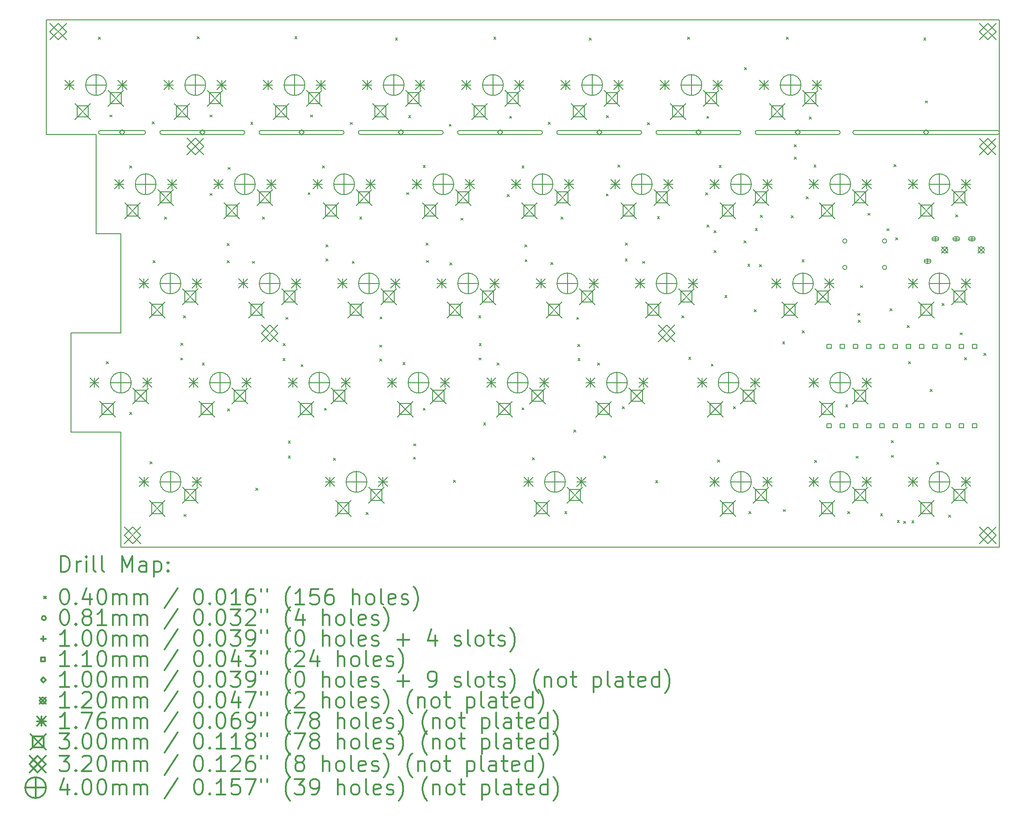
<source format=gbr>
%FSLAX45Y45*%
G04 Gerber Fmt 4.5, Leading zero omitted, Abs format (unit mm)*
G04 Created by KiCad (PCBNEW (5.0.0-3-g5ebb6b6)) date *
%MOMM*%
%LPD*%
G01*
G04 APERTURE LIST*
%ADD10C,0.150000*%
%ADD11C,0.200000*%
%ADD12C,0.300000*%
G04 APERTURE END LIST*
D10*
X39198000Y-3061000D02*
X39198000Y-13186000D01*
X20900000Y-3061000D02*
X39198000Y-3061000D01*
X20900000Y-5266000D02*
X20900000Y-3061000D01*
X21853000Y-5266000D02*
X20900000Y-5266000D01*
X21853000Y-7171000D02*
X21853000Y-5266000D01*
X22329000Y-7171000D02*
X21853000Y-7171000D01*
X22328000Y-9076000D02*
X22329000Y-7171000D01*
X21376000Y-9076000D02*
X22328000Y-9076000D01*
X21376000Y-10981000D02*
X21376000Y-9076000D01*
X22329000Y-10981000D02*
X21376000Y-10981000D01*
X22329000Y-13186000D02*
X22329000Y-10981000D01*
X39198000Y-13186000D02*
X22329000Y-13186000D01*
D11*
X21896000Y-3396000D02*
X21936000Y-3436000D01*
X21936000Y-3396000D02*
X21896000Y-3436000D01*
X22053000Y-9623000D02*
X22093000Y-9663000D01*
X22093000Y-9623000D02*
X22053000Y-9663000D01*
X22117000Y-4887000D02*
X22157000Y-4927000D01*
X22157000Y-4887000D02*
X22117000Y-4927000D01*
X22501000Y-5868000D02*
X22541000Y-5908000D01*
X22541000Y-5868000D02*
X22501000Y-5908000D01*
X22501000Y-10596000D02*
X22541000Y-10636000D01*
X22541000Y-10596000D02*
X22501000Y-10636000D01*
X22892000Y-11549000D02*
X22932000Y-11589000D01*
X22932000Y-11549000D02*
X22892000Y-11589000D01*
X22931000Y-5016000D02*
X22971000Y-5056000D01*
X22971000Y-5016000D02*
X22931000Y-5056000D01*
X22949000Y-7688000D02*
X22989000Y-7728000D01*
X22989000Y-7688000D02*
X22949000Y-7728000D01*
X23168000Y-6849000D02*
X23208000Y-6889000D01*
X23208000Y-6849000D02*
X23168000Y-6889000D01*
X23477000Y-9552000D02*
X23517000Y-9592000D01*
X23517000Y-9552000D02*
X23477000Y-9592000D01*
X23482000Y-9272000D02*
X23522000Y-9312000D01*
X23522000Y-9272000D02*
X23482000Y-9312000D01*
X23530000Y-8746000D02*
X23570000Y-8786000D01*
X23570000Y-8746000D02*
X23530000Y-8786000D01*
X23540000Y-12559000D02*
X23580000Y-12599000D01*
X23580000Y-12559000D02*
X23540000Y-12599000D01*
X23798000Y-3382000D02*
X23838000Y-3422000D01*
X23838000Y-3382000D02*
X23798000Y-3422000D01*
X23892000Y-9652000D02*
X23932000Y-9692000D01*
X23932000Y-9652000D02*
X23892000Y-9692000D01*
X24039000Y-6396000D02*
X24079000Y-6436000D01*
X24079000Y-6396000D02*
X24039000Y-6436000D01*
X24043000Y-4887000D02*
X24083000Y-4927000D01*
X24083000Y-4887000D02*
X24043000Y-4927000D01*
X24368000Y-7684000D02*
X24408000Y-7724000D01*
X24408000Y-7684000D02*
X24368000Y-7724000D01*
X24372000Y-7357000D02*
X24412000Y-7397000D01*
X24412000Y-7357000D02*
X24372000Y-7397000D01*
X24379000Y-10529000D02*
X24419000Y-10569000D01*
X24419000Y-10529000D02*
X24379000Y-10569000D01*
X24388000Y-5896000D02*
X24428000Y-5936000D01*
X24428000Y-5896000D02*
X24388000Y-5936000D01*
X24824000Y-5029000D02*
X24864000Y-5069000D01*
X24864000Y-5029000D02*
X24824000Y-5069000D01*
X24855000Y-7698000D02*
X24895000Y-7738000D01*
X24895000Y-7698000D02*
X24855000Y-7738000D01*
X24922000Y-12054000D02*
X24962000Y-12094000D01*
X24962000Y-12054000D02*
X24922000Y-12094000D01*
X25046000Y-6849000D02*
X25086000Y-6889000D01*
X25086000Y-6849000D02*
X25046000Y-6889000D01*
X25442000Y-9567000D02*
X25482000Y-9607000D01*
X25482000Y-9567000D02*
X25442000Y-9607000D01*
X25447000Y-9277000D02*
X25487000Y-9317000D01*
X25487000Y-9277000D02*
X25447000Y-9317000D01*
X25494000Y-8775000D02*
X25534000Y-8815000D01*
X25534000Y-8775000D02*
X25494000Y-8815000D01*
X25543000Y-11148000D02*
X25583000Y-11188000D01*
X25583000Y-11148000D02*
X25543000Y-11188000D01*
X25543000Y-11438000D02*
X25583000Y-11478000D01*
X25583000Y-11438000D02*
X25543000Y-11478000D01*
X25671000Y-3382000D02*
X25711000Y-3422000D01*
X25711000Y-3382000D02*
X25671000Y-3422000D01*
X25789000Y-9680000D02*
X25829000Y-9720000D01*
X25829000Y-9680000D02*
X25789000Y-9720000D01*
X25924000Y-6379000D02*
X25964000Y-6419000D01*
X25964000Y-6379000D02*
X25924000Y-6419000D01*
X25969000Y-4887000D02*
X26009000Y-4927000D01*
X26009000Y-4887000D02*
X25969000Y-4927000D01*
X26199000Y-5868000D02*
X26239000Y-5908000D01*
X26239000Y-5868000D02*
X26199000Y-5908000D01*
X26237000Y-10519000D02*
X26277000Y-10559000D01*
X26277000Y-10519000D02*
X26237000Y-10559000D01*
X26269000Y-7381000D02*
X26309000Y-7421000D01*
X26309000Y-7381000D02*
X26269000Y-7421000D01*
X26269000Y-7655000D02*
X26309000Y-7695000D01*
X26309000Y-7655000D02*
X26269000Y-7695000D01*
X26409000Y-11482000D02*
X26449000Y-11522000D01*
X26449000Y-11482000D02*
X26409000Y-11522000D01*
X26735000Y-5032000D02*
X26775000Y-5072000D01*
X26775000Y-5032000D02*
X26735000Y-5072000D01*
X26771000Y-7698000D02*
X26811000Y-7738000D01*
X26811000Y-7698000D02*
X26771000Y-7738000D01*
X26914000Y-6849000D02*
X26954000Y-6889000D01*
X26954000Y-6849000D02*
X26914000Y-6889000D01*
X27038000Y-12521000D02*
X27078000Y-12561000D01*
X27078000Y-12521000D02*
X27038000Y-12561000D01*
X27298000Y-9307000D02*
X27338000Y-9347000D01*
X27338000Y-9307000D02*
X27298000Y-9347000D01*
X27303000Y-9572000D02*
X27343000Y-9612000D01*
X27343000Y-9572000D02*
X27303000Y-9612000D01*
X27305000Y-8765000D02*
X27345000Y-8805000D01*
X27345000Y-8765000D02*
X27305000Y-8805000D01*
X27600000Y-3410000D02*
X27640000Y-3450000D01*
X27640000Y-3410000D02*
X27600000Y-3450000D01*
X27744000Y-9642000D02*
X27784000Y-9682000D01*
X27784000Y-9642000D02*
X27744000Y-9682000D01*
X27817000Y-6377000D02*
X27857000Y-6417000D01*
X27857000Y-6377000D02*
X27817000Y-6417000D01*
X27855000Y-4901000D02*
X27895000Y-4941000D01*
X27895000Y-4901000D02*
X27855000Y-4941000D01*
X27949000Y-11457000D02*
X27989000Y-11497000D01*
X27989000Y-11457000D02*
X27949000Y-11497000D01*
X27953000Y-11203000D02*
X27993000Y-11243000D01*
X27993000Y-11203000D02*
X27953000Y-11243000D01*
X28134000Y-5858000D02*
X28174000Y-5898000D01*
X28174000Y-5858000D02*
X28134000Y-5898000D01*
X28134000Y-10519000D02*
X28174000Y-10559000D01*
X28174000Y-10519000D02*
X28134000Y-10559000D01*
X28191000Y-7349000D02*
X28231000Y-7389000D01*
X28231000Y-7349000D02*
X28191000Y-7389000D01*
X28196000Y-7681000D02*
X28236000Y-7721000D01*
X28236000Y-7681000D02*
X28196000Y-7721000D01*
X28633000Y-5065000D02*
X28673000Y-5105000D01*
X28673000Y-5065000D02*
X28633000Y-5105000D01*
X28649000Y-7726000D02*
X28689000Y-7766000D01*
X28689000Y-7726000D02*
X28649000Y-7766000D01*
X28716000Y-11902000D02*
X28756000Y-11942000D01*
X28756000Y-11902000D02*
X28716000Y-11942000D01*
X28859000Y-6868000D02*
X28899000Y-6908000D01*
X28899000Y-6868000D02*
X28859000Y-6908000D01*
X29202000Y-8746000D02*
X29242000Y-8786000D01*
X29242000Y-8746000D02*
X29202000Y-8786000D01*
X29206000Y-9553000D02*
X29246000Y-9593000D01*
X29246000Y-9553000D02*
X29206000Y-9593000D01*
X29209000Y-9279000D02*
X29249000Y-9319000D01*
X29249000Y-9279000D02*
X29209000Y-9319000D01*
X29293000Y-10802000D02*
X29333000Y-10842000D01*
X29333000Y-10802000D02*
X29293000Y-10842000D01*
X29488000Y-3396000D02*
X29528000Y-3436000D01*
X29528000Y-3396000D02*
X29488000Y-3436000D01*
X29555000Y-9652000D02*
X29595000Y-9692000D01*
X29595000Y-9652000D02*
X29555000Y-9692000D01*
X29748000Y-6414000D02*
X29788000Y-6454000D01*
X29788000Y-6414000D02*
X29748000Y-6454000D01*
X29794000Y-4914000D02*
X29834000Y-4954000D01*
X29834000Y-4914000D02*
X29794000Y-4954000D01*
X30031000Y-5868000D02*
X30071000Y-5908000D01*
X30071000Y-5868000D02*
X30031000Y-5908000D01*
X30031000Y-10510000D02*
X30071000Y-10550000D01*
X30071000Y-10510000D02*
X30031000Y-10550000D01*
X30088000Y-7379000D02*
X30128000Y-7419000D01*
X30128000Y-7379000D02*
X30088000Y-7419000D01*
X30090000Y-7665000D02*
X30130000Y-7705000D01*
X30130000Y-7665000D02*
X30090000Y-7705000D01*
X30231000Y-11473000D02*
X30271000Y-11513000D01*
X30271000Y-11473000D02*
X30231000Y-11513000D01*
X30537000Y-5026000D02*
X30577000Y-5066000D01*
X30577000Y-5026000D02*
X30537000Y-5066000D01*
X30584000Y-7717000D02*
X30624000Y-7757000D01*
X30624000Y-7717000D02*
X30584000Y-7757000D01*
X30779000Y-6850000D02*
X30819000Y-6890000D01*
X30819000Y-6850000D02*
X30779000Y-6890000D01*
X30851000Y-12502000D02*
X30891000Y-12542000D01*
X30891000Y-12502000D02*
X30851000Y-12542000D01*
X31026000Y-10936000D02*
X31066000Y-10976000D01*
X31066000Y-10936000D02*
X31026000Y-10976000D01*
X31080000Y-8775000D02*
X31120000Y-8815000D01*
X31120000Y-8775000D02*
X31080000Y-8815000D01*
X31103000Y-9293000D02*
X31143000Y-9333000D01*
X31143000Y-9293000D02*
X31103000Y-9333000D01*
X31107000Y-9567000D02*
X31147000Y-9607000D01*
X31147000Y-9567000D02*
X31107000Y-9607000D01*
X31319000Y-3410000D02*
X31359000Y-3450000D01*
X31359000Y-3410000D02*
X31319000Y-3450000D01*
X31480000Y-9652000D02*
X31520000Y-9692000D01*
X31520000Y-9652000D02*
X31480000Y-9692000D01*
X31602000Y-11438000D02*
X31642000Y-11478000D01*
X31642000Y-11438000D02*
X31602000Y-11478000D01*
X31649000Y-6404000D02*
X31689000Y-6444000D01*
X31689000Y-6404000D02*
X31649000Y-6444000D01*
X31653000Y-4901000D02*
X31693000Y-4941000D01*
X31693000Y-4901000D02*
X31653000Y-4941000D01*
X31871000Y-5848000D02*
X31911000Y-5888000D01*
X31911000Y-5848000D02*
X31871000Y-5888000D01*
X31957000Y-10491000D02*
X31997000Y-10531000D01*
X31997000Y-10491000D02*
X31957000Y-10531000D01*
X32013000Y-7651000D02*
X32053000Y-7691000D01*
X32053000Y-7651000D02*
X32013000Y-7691000D01*
X32017000Y-7347000D02*
X32057000Y-7387000D01*
X32057000Y-7347000D02*
X32017000Y-7387000D01*
X32348000Y-7698000D02*
X32388000Y-7738000D01*
X32388000Y-7698000D02*
X32348000Y-7738000D01*
X32439000Y-5039000D02*
X32479000Y-5079000D01*
X32479000Y-5039000D02*
X32439000Y-5079000D01*
X32596000Y-11911000D02*
X32636000Y-11951000D01*
X32636000Y-11911000D02*
X32596000Y-11951000D01*
X32629000Y-6841000D02*
X32669000Y-6881000D01*
X32669000Y-6841000D02*
X32629000Y-6881000D01*
X33101000Y-8746000D02*
X33141000Y-8786000D01*
X33141000Y-8746000D02*
X33101000Y-8786000D01*
X33207000Y-3396000D02*
X33247000Y-3436000D01*
X33247000Y-3396000D02*
X33207000Y-3436000D01*
X33230000Y-9539000D02*
X33270000Y-9579000D01*
X33270000Y-9539000D02*
X33230000Y-9579000D01*
X33560000Y-6385000D02*
X33600000Y-6425000D01*
X33600000Y-6385000D02*
X33560000Y-6425000D01*
X33579000Y-4914000D02*
X33619000Y-4954000D01*
X33619000Y-4914000D02*
X33579000Y-4954000D01*
X33580000Y-7003000D02*
X33620000Y-7043000D01*
X33620000Y-7003000D02*
X33580000Y-7043000D01*
X33663000Y-9671000D02*
X33703000Y-9711000D01*
X33703000Y-9671000D02*
X33663000Y-9711000D01*
X33720000Y-7111000D02*
X33760000Y-7151000D01*
X33760000Y-7111000D02*
X33720000Y-7151000D01*
X33720000Y-7491000D02*
X33760000Y-7531000D01*
X33760000Y-7491000D02*
X33720000Y-7531000D01*
X33787000Y-11511000D02*
X33827000Y-11551000D01*
X33827000Y-11511000D02*
X33787000Y-11551000D01*
X33816000Y-5858000D02*
X33856000Y-5898000D01*
X33856000Y-5858000D02*
X33816000Y-5898000D01*
X33926000Y-8356000D02*
X33966000Y-8396000D01*
X33966000Y-8356000D02*
X33926000Y-8396000D01*
X34092000Y-10491000D02*
X34132000Y-10531000D01*
X34132000Y-10491000D02*
X34092000Y-10531000D01*
X34291000Y-7302000D02*
X34331000Y-7342000D01*
X34331000Y-7302000D02*
X34291000Y-7342000D01*
X34301000Y-3976000D02*
X34341000Y-4016000D01*
X34341000Y-3976000D02*
X34301000Y-4016000D01*
X34365000Y-7755000D02*
X34405000Y-7795000D01*
X34405000Y-7755000D02*
X34365000Y-7795000D01*
X34388000Y-12502000D02*
X34428000Y-12542000D01*
X34428000Y-12502000D02*
X34388000Y-12542000D01*
X34488000Y-8627000D02*
X34528000Y-8667000D01*
X34528000Y-8627000D02*
X34488000Y-8667000D01*
X34510000Y-7069000D02*
X34550000Y-7109000D01*
X34550000Y-7069000D02*
X34510000Y-7109000D01*
X34590000Y-7765000D02*
X34630000Y-7805000D01*
X34630000Y-7765000D02*
X34590000Y-7805000D01*
X34610000Y-6813000D02*
X34650000Y-6853000D01*
X34650000Y-6813000D02*
X34610000Y-6853000D01*
X35035000Y-9242000D02*
X35075000Y-9282000D01*
X35075000Y-9242000D02*
X35035000Y-9282000D01*
X35049000Y-12466000D02*
X35089000Y-12506000D01*
X35089000Y-12466000D02*
X35049000Y-12506000D01*
X35108000Y-3396000D02*
X35148000Y-3436000D01*
X35148000Y-3396000D02*
X35108000Y-3436000D01*
X35201000Y-6825000D02*
X35241000Y-6865000D01*
X35241000Y-6825000D02*
X35201000Y-6865000D01*
X35260000Y-5458000D02*
X35300000Y-5498000D01*
X35300000Y-5458000D02*
X35260000Y-5498000D01*
X35260000Y-5695000D02*
X35300000Y-5735000D01*
X35300000Y-5695000D02*
X35260000Y-5735000D01*
X35408000Y-7669000D02*
X35448000Y-7709000D01*
X35448000Y-7669000D02*
X35408000Y-7709000D01*
X35409000Y-9035000D02*
X35449000Y-9075000D01*
X35449000Y-9035000D02*
X35409000Y-9075000D01*
X35485500Y-6455500D02*
X35525500Y-6495500D01*
X35525500Y-6455500D02*
X35485500Y-6495500D01*
X35546000Y-4928000D02*
X35586000Y-4968000D01*
X35586000Y-4928000D02*
X35546000Y-4968000D01*
X35636000Y-5848000D02*
X35676000Y-5888000D01*
X35676000Y-5848000D02*
X35636000Y-5888000D01*
X35646000Y-11520000D02*
X35686000Y-11560000D01*
X35686000Y-11520000D02*
X35646000Y-11560000D01*
X36246000Y-10453000D02*
X36286000Y-10493000D01*
X36286000Y-10453000D02*
X36246000Y-10493000D01*
X36285000Y-12502000D02*
X36325000Y-12542000D01*
X36325000Y-12502000D02*
X36285000Y-12542000D01*
X36445000Y-11441000D02*
X36485000Y-11481000D01*
X36485000Y-11441000D02*
X36445000Y-11481000D01*
X36476000Y-8697000D02*
X36516000Y-8737000D01*
X36516000Y-8697000D02*
X36476000Y-8737000D01*
X36485000Y-8826000D02*
X36525000Y-8866000D01*
X36525000Y-8826000D02*
X36485000Y-8866000D01*
X36531000Y-8165000D02*
X36571000Y-8205000D01*
X36571000Y-8165000D02*
X36531000Y-8205000D01*
X36675000Y-6776000D02*
X36715000Y-6816000D01*
X36715000Y-6776000D02*
X36675000Y-6816000D01*
X36914000Y-12547000D02*
X36954000Y-12587000D01*
X36954000Y-12547000D02*
X36914000Y-12587000D01*
X37035000Y-7073000D02*
X37075000Y-7113000D01*
X37075000Y-7073000D02*
X37035000Y-7113000D01*
X37097000Y-8611000D02*
X37137000Y-8651000D01*
X37137000Y-8611000D02*
X37097000Y-8651000D01*
X37123000Y-11140000D02*
X37163000Y-11180000D01*
X37163000Y-11140000D02*
X37123000Y-11180000D01*
X37123000Y-11425000D02*
X37163000Y-11465000D01*
X37163000Y-11425000D02*
X37123000Y-11465000D01*
X37171000Y-5839000D02*
X37211000Y-5879000D01*
X37211000Y-5839000D02*
X37171000Y-5879000D01*
X37206000Y-7245000D02*
X37246000Y-7285000D01*
X37246000Y-7245000D02*
X37206000Y-7285000D01*
X37235000Y-12675000D02*
X37275000Y-12715000D01*
X37275000Y-12675000D02*
X37235000Y-12715000D01*
X37360000Y-12689000D02*
X37400000Y-12729000D01*
X37400000Y-12689000D02*
X37360000Y-12729000D01*
X37427000Y-8931000D02*
X37467000Y-8971000D01*
X37467000Y-8931000D02*
X37427000Y-8971000D01*
X37451000Y-9625000D02*
X37491000Y-9665000D01*
X37491000Y-9625000D02*
X37451000Y-9665000D01*
X37515000Y-12681000D02*
X37555000Y-12721000D01*
X37555000Y-12681000D02*
X37515000Y-12721000D01*
X37745000Y-3410000D02*
X37785000Y-3450000D01*
X37785000Y-3410000D02*
X37745000Y-3450000D01*
X37773000Y-4617000D02*
X37813000Y-4657000D01*
X37813000Y-4617000D02*
X37773000Y-4657000D01*
X37867000Y-10157000D02*
X37907000Y-10197000D01*
X37907000Y-10157000D02*
X37867000Y-10197000D01*
X37991000Y-11558000D02*
X38031000Y-11598000D01*
X38031000Y-11558000D02*
X37991000Y-11598000D01*
X38096000Y-8508000D02*
X38136000Y-8548000D01*
X38136000Y-8508000D02*
X38096000Y-8548000D01*
X38220000Y-12569000D02*
X38260000Y-12609000D01*
X38260000Y-12569000D02*
X38220000Y-12609000D01*
X38357000Y-6804000D02*
X38397000Y-6844000D01*
X38397000Y-6804000D02*
X38357000Y-6844000D01*
X38444000Y-9070000D02*
X38484000Y-9110000D01*
X38484000Y-9070000D02*
X38444000Y-9110000D01*
X38526000Y-9547000D02*
X38566000Y-9587000D01*
X38566000Y-9547000D02*
X38526000Y-9587000D01*
X38899000Y-9462000D02*
X38939000Y-9502000D01*
X38939000Y-9462000D02*
X38899000Y-9502000D01*
X36269640Y-7309000D02*
G75*
G03X36269640Y-7309000I-40640J0D01*
G01*
X36269640Y-7817000D02*
G75*
G03X36269640Y-7817000I-40640J0D01*
G01*
X37031640Y-7309000D02*
G75*
G03X37031640Y-7309000I-40640J0D01*
G01*
X37031640Y-7817000D02*
G75*
G03X37031640Y-7817000I-40640J0D01*
G01*
X37818000Y-7646500D02*
X37818000Y-7746500D01*
X37768000Y-7696500D02*
X37868000Y-7696500D01*
X37843000Y-7656500D02*
X37793000Y-7656500D01*
X37843000Y-7736500D02*
X37793000Y-7736500D01*
X37793000Y-7656500D02*
G75*
G03X37793000Y-7736500I0J-40000D01*
G01*
X37843000Y-7736500D02*
G75*
G03X37843000Y-7656500I0J40000D01*
G01*
X37968000Y-7216500D02*
X37968000Y-7316500D01*
X37918000Y-7266500D02*
X38018000Y-7266500D01*
X37993000Y-7226500D02*
X37943000Y-7226500D01*
X37993000Y-7306500D02*
X37943000Y-7306500D01*
X37943000Y-7226500D02*
G75*
G03X37943000Y-7306500I0J-40000D01*
G01*
X37993000Y-7306500D02*
G75*
G03X37993000Y-7226500I0J40000D01*
G01*
X38368000Y-7216500D02*
X38368000Y-7316500D01*
X38318000Y-7266500D02*
X38418000Y-7266500D01*
X38393000Y-7226500D02*
X38343000Y-7226500D01*
X38393000Y-7306500D02*
X38343000Y-7306500D01*
X38343000Y-7226500D02*
G75*
G03X38343000Y-7306500I0J-40000D01*
G01*
X38393000Y-7306500D02*
G75*
G03X38393000Y-7226500I0J40000D01*
G01*
X38668000Y-7216500D02*
X38668000Y-7316500D01*
X38618000Y-7266500D02*
X38718000Y-7266500D01*
X38693000Y-7226500D02*
X38643000Y-7226500D01*
X38693000Y-7306500D02*
X38643000Y-7306500D01*
X38643000Y-7226500D02*
G75*
G03X38643000Y-7306500I0J-40000D01*
G01*
X38693000Y-7306500D02*
G75*
G03X38693000Y-7226500I0J40000D01*
G01*
X35964891Y-9371891D02*
X35964891Y-9294109D01*
X35887109Y-9294109D01*
X35887109Y-9371891D01*
X35964891Y-9371891D01*
X35964891Y-10895891D02*
X35964891Y-10818109D01*
X35887109Y-10818109D01*
X35887109Y-10895891D01*
X35964891Y-10895891D01*
X36218891Y-9371891D02*
X36218891Y-9294109D01*
X36141109Y-9294109D01*
X36141109Y-9371891D01*
X36218891Y-9371891D01*
X36218891Y-10895891D02*
X36218891Y-10818109D01*
X36141109Y-10818109D01*
X36141109Y-10895891D01*
X36218891Y-10895891D01*
X36472891Y-9371891D02*
X36472891Y-9294109D01*
X36395109Y-9294109D01*
X36395109Y-9371891D01*
X36472891Y-9371891D01*
X36472891Y-10895891D02*
X36472891Y-10818109D01*
X36395109Y-10818109D01*
X36395109Y-10895891D01*
X36472891Y-10895891D01*
X36726891Y-9371891D02*
X36726891Y-9294109D01*
X36649109Y-9294109D01*
X36649109Y-9371891D01*
X36726891Y-9371891D01*
X36726891Y-10895891D02*
X36726891Y-10818109D01*
X36649109Y-10818109D01*
X36649109Y-10895891D01*
X36726891Y-10895891D01*
X36980891Y-9371891D02*
X36980891Y-9294109D01*
X36903109Y-9294109D01*
X36903109Y-9371891D01*
X36980891Y-9371891D01*
X36980891Y-10895891D02*
X36980891Y-10818109D01*
X36903109Y-10818109D01*
X36903109Y-10895891D01*
X36980891Y-10895891D01*
X37234891Y-9371891D02*
X37234891Y-9294109D01*
X37157109Y-9294109D01*
X37157109Y-9371891D01*
X37234891Y-9371891D01*
X37234891Y-10895891D02*
X37234891Y-10818109D01*
X37157109Y-10818109D01*
X37157109Y-10895891D01*
X37234891Y-10895891D01*
X37488891Y-9371891D02*
X37488891Y-9294109D01*
X37411109Y-9294109D01*
X37411109Y-9371891D01*
X37488891Y-9371891D01*
X37488891Y-10895891D02*
X37488891Y-10818109D01*
X37411109Y-10818109D01*
X37411109Y-10895891D01*
X37488891Y-10895891D01*
X37742891Y-9371891D02*
X37742891Y-9294109D01*
X37665109Y-9294109D01*
X37665109Y-9371891D01*
X37742891Y-9371891D01*
X37742891Y-10895891D02*
X37742891Y-10818109D01*
X37665109Y-10818109D01*
X37665109Y-10895891D01*
X37742891Y-10895891D01*
X37996891Y-9371891D02*
X37996891Y-9294109D01*
X37919109Y-9294109D01*
X37919109Y-9371891D01*
X37996891Y-9371891D01*
X37996891Y-10895891D02*
X37996891Y-10818109D01*
X37919109Y-10818109D01*
X37919109Y-10895891D01*
X37996891Y-10895891D01*
X38250891Y-9371891D02*
X38250891Y-9294109D01*
X38173109Y-9294109D01*
X38173109Y-9371891D01*
X38250891Y-9371891D01*
X38250891Y-10895891D02*
X38250891Y-10818109D01*
X38173109Y-10818109D01*
X38173109Y-10895891D01*
X38250891Y-10895891D01*
X38504891Y-9371891D02*
X38504891Y-9294109D01*
X38427109Y-9294109D01*
X38427109Y-9371891D01*
X38504891Y-9371891D01*
X38504891Y-10895891D02*
X38504891Y-10818109D01*
X38427109Y-10818109D01*
X38427109Y-10895891D01*
X38504891Y-10895891D01*
X38758891Y-9371891D02*
X38758891Y-9294109D01*
X38681109Y-9294109D01*
X38681109Y-9371891D01*
X38758891Y-9371891D01*
X38758891Y-10895891D02*
X38758891Y-10818109D01*
X38681109Y-10818109D01*
X38681109Y-10895891D01*
X38758891Y-10895891D01*
X25798000Y-5274000D02*
X25848000Y-5224000D01*
X25798000Y-5174000D01*
X25748000Y-5224000D01*
X25798000Y-5274000D01*
X25023000Y-5264000D02*
X26573000Y-5264000D01*
X25023000Y-5184000D02*
X26573000Y-5184000D01*
X26573000Y-5264000D02*
G75*
G03X26573000Y-5184000I0J40000D01*
G01*
X25023000Y-5184000D02*
G75*
G03X25023000Y-5264000I0J-40000D01*
G01*
X22351750Y-5274000D02*
X22401750Y-5224000D01*
X22351750Y-5174000D01*
X22301750Y-5224000D01*
X22351750Y-5274000D01*
X21940500Y-5264000D02*
X22763000Y-5264000D01*
X21940500Y-5184000D02*
X22763000Y-5184000D01*
X22763000Y-5264000D02*
G75*
G03X22763000Y-5184000I0J40000D01*
G01*
X21940500Y-5184000D02*
G75*
G03X21940500Y-5264000I0J-40000D01*
G01*
X33418000Y-5274000D02*
X33468000Y-5224000D01*
X33418000Y-5174000D01*
X33368000Y-5224000D01*
X33418000Y-5274000D01*
X32643000Y-5264000D02*
X34193000Y-5264000D01*
X32643000Y-5184000D02*
X34193000Y-5184000D01*
X34193000Y-5264000D02*
G75*
G03X34193000Y-5184000I0J40000D01*
G01*
X32643000Y-5184000D02*
G75*
G03X32643000Y-5264000I0J-40000D01*
G01*
X23893000Y-5274000D02*
X23943000Y-5224000D01*
X23893000Y-5174000D01*
X23843000Y-5224000D01*
X23893000Y-5274000D01*
X23118000Y-5264000D02*
X24668000Y-5264000D01*
X23118000Y-5184000D02*
X24668000Y-5184000D01*
X24668000Y-5264000D02*
G75*
G03X24668000Y-5184000I0J40000D01*
G01*
X23118000Y-5184000D02*
G75*
G03X23118000Y-5264000I0J-40000D01*
G01*
X31513000Y-5274000D02*
X31563000Y-5224000D01*
X31513000Y-5174000D01*
X31463000Y-5224000D01*
X31513000Y-5274000D01*
X30738000Y-5264000D02*
X32288000Y-5264000D01*
X30738000Y-5184000D02*
X32288000Y-5184000D01*
X32288000Y-5264000D02*
G75*
G03X32288000Y-5184000I0J40000D01*
G01*
X30738000Y-5184000D02*
G75*
G03X30738000Y-5264000I0J-40000D01*
G01*
X37790000Y-5274000D02*
X37840000Y-5224000D01*
X37790000Y-5174000D01*
X37740000Y-5224000D01*
X37790000Y-5274000D01*
X36424500Y-5264000D02*
X39155500Y-5264000D01*
X36424500Y-5184000D02*
X39155500Y-5184000D01*
X39155500Y-5264000D02*
G75*
G03X39155500Y-5184000I0J40000D01*
G01*
X36424500Y-5184000D02*
G75*
G03X36424500Y-5264000I0J-40000D01*
G01*
X27703000Y-5274000D02*
X27753000Y-5224000D01*
X27703000Y-5174000D01*
X27653000Y-5224000D01*
X27703000Y-5274000D01*
X26928000Y-5264000D02*
X28478000Y-5264000D01*
X26928000Y-5184000D02*
X28478000Y-5184000D01*
X28478000Y-5264000D02*
G75*
G03X28478000Y-5184000I0J40000D01*
G01*
X26928000Y-5184000D02*
G75*
G03X26928000Y-5264000I0J-40000D01*
G01*
X29608000Y-5274000D02*
X29658000Y-5224000D01*
X29608000Y-5174000D01*
X29558000Y-5224000D01*
X29608000Y-5274000D01*
X28833000Y-5264000D02*
X30383000Y-5264000D01*
X28833000Y-5184000D02*
X30383000Y-5184000D01*
X30383000Y-5264000D02*
G75*
G03X30383000Y-5184000I0J40000D01*
G01*
X28833000Y-5184000D02*
G75*
G03X28833000Y-5264000I0J-40000D01*
G01*
X35323000Y-5274000D02*
X35373000Y-5224000D01*
X35323000Y-5174000D01*
X35273000Y-5224000D01*
X35323000Y-5274000D01*
X34548000Y-5264000D02*
X36098000Y-5264000D01*
X34548000Y-5184000D02*
X36098000Y-5184000D01*
X36098000Y-5264000D02*
G75*
G03X36098000Y-5184000I0J40000D01*
G01*
X34548000Y-5184000D02*
G75*
G03X34548000Y-5264000I0J-40000D01*
G01*
X38088000Y-7421500D02*
X38208000Y-7541500D01*
X38208000Y-7421500D02*
X38088000Y-7541500D01*
X38208000Y-7481500D02*
G75*
G03X38208000Y-7481500I-60000J0D01*
G01*
X38788000Y-7421500D02*
X38908000Y-7541500D01*
X38908000Y-7421500D02*
X38788000Y-7541500D01*
X38908000Y-7481500D02*
G75*
G03X38908000Y-7481500I-60000J0D01*
G01*
X35544400Y-11846000D02*
X35720400Y-12022000D01*
X35720400Y-11846000D02*
X35544400Y-12022000D01*
X35632400Y-11846000D02*
X35632400Y-12022000D01*
X35544400Y-11934000D02*
X35720400Y-11934000D01*
X36560400Y-11846000D02*
X36736400Y-12022000D01*
X36736400Y-11846000D02*
X36560400Y-12022000D01*
X36648400Y-11846000D02*
X36648400Y-12022000D01*
X36560400Y-11934000D02*
X36736400Y-11934000D01*
X25543200Y-9941000D02*
X25719200Y-10117000D01*
X25719200Y-9941000D02*
X25543200Y-10117000D01*
X25631200Y-9941000D02*
X25631200Y-10117000D01*
X25543200Y-10029000D02*
X25719200Y-10029000D01*
X26559200Y-9941000D02*
X26735200Y-10117000D01*
X26735200Y-9941000D02*
X26559200Y-10117000D01*
X26647200Y-9941000D02*
X26647200Y-10117000D01*
X26559200Y-10029000D02*
X26735200Y-10029000D01*
X35544400Y-9941000D02*
X35720400Y-10117000D01*
X35720400Y-9941000D02*
X35544400Y-10117000D01*
X35632400Y-9941000D02*
X35632400Y-10117000D01*
X35544400Y-10029000D02*
X35720400Y-10029000D01*
X36560400Y-9941000D02*
X36736400Y-10117000D01*
X36736400Y-9941000D02*
X36560400Y-10117000D01*
X36648400Y-9941000D02*
X36648400Y-10117000D01*
X36560400Y-10029000D02*
X36736400Y-10029000D01*
X30305700Y-8036000D02*
X30481700Y-8212000D01*
X30481700Y-8036000D02*
X30305700Y-8212000D01*
X30393700Y-8036000D02*
X30393700Y-8212000D01*
X30305700Y-8124000D02*
X30481700Y-8124000D01*
X31321700Y-8036000D02*
X31497700Y-8212000D01*
X31497700Y-8036000D02*
X31321700Y-8212000D01*
X31409700Y-8036000D02*
X31409700Y-8212000D01*
X31321700Y-8124000D02*
X31497700Y-8124000D01*
X37449500Y-11846000D02*
X37625500Y-12022000D01*
X37625500Y-11846000D02*
X37449500Y-12022000D01*
X37537500Y-11846000D02*
X37537500Y-12022000D01*
X37449500Y-11934000D02*
X37625500Y-11934000D01*
X38465500Y-11846000D02*
X38641500Y-12022000D01*
X38641500Y-11846000D02*
X38465500Y-12022000D01*
X38553500Y-11846000D02*
X38553500Y-12022000D01*
X38465500Y-11934000D02*
X38641500Y-11934000D01*
X28877000Y-4226000D02*
X29053000Y-4402000D01*
X29053000Y-4226000D02*
X28877000Y-4402000D01*
X28965000Y-4226000D02*
X28965000Y-4402000D01*
X28877000Y-4314000D02*
X29053000Y-4314000D01*
X29893000Y-4226000D02*
X30069000Y-4402000D01*
X30069000Y-4226000D02*
X29893000Y-4402000D01*
X29981000Y-4226000D02*
X29981000Y-4402000D01*
X29893000Y-4314000D02*
X30069000Y-4314000D01*
X32687000Y-4226000D02*
X32863000Y-4402000D01*
X32863000Y-4226000D02*
X32687000Y-4402000D01*
X32775000Y-4226000D02*
X32775000Y-4402000D01*
X32687000Y-4314000D02*
X32863000Y-4314000D01*
X33703000Y-4226000D02*
X33879000Y-4402000D01*
X33879000Y-4226000D02*
X33703000Y-4402000D01*
X33791000Y-4226000D02*
X33791000Y-4402000D01*
X33703000Y-4314000D02*
X33879000Y-4314000D01*
X30067625Y-11846000D02*
X30243625Y-12022000D01*
X30243625Y-11846000D02*
X30067625Y-12022000D01*
X30155625Y-11846000D02*
X30155625Y-12022000D01*
X30067625Y-11934000D02*
X30243625Y-11934000D01*
X31083625Y-11846000D02*
X31259625Y-12022000D01*
X31259625Y-11846000D02*
X31083625Y-12022000D01*
X31171625Y-11846000D02*
X31171625Y-12022000D01*
X31083625Y-11934000D02*
X31259625Y-11934000D01*
X23638200Y-9941000D02*
X23814200Y-10117000D01*
X23814200Y-9941000D02*
X23638200Y-10117000D01*
X23726200Y-9941000D02*
X23726200Y-10117000D01*
X23638200Y-10029000D02*
X23814200Y-10029000D01*
X24654200Y-9941000D02*
X24830200Y-10117000D01*
X24830200Y-9941000D02*
X24654200Y-10117000D01*
X24742200Y-9941000D02*
X24742200Y-10117000D01*
X24654200Y-10029000D02*
X24830200Y-10029000D01*
X22209500Y-6131000D02*
X22385500Y-6307000D01*
X22385500Y-6131000D02*
X22209500Y-6307000D01*
X22297500Y-6131000D02*
X22297500Y-6307000D01*
X22209500Y-6219000D02*
X22385500Y-6219000D01*
X23225500Y-6131000D02*
X23401500Y-6307000D01*
X23401500Y-6131000D02*
X23225500Y-6307000D01*
X23313500Y-6131000D02*
X23313500Y-6307000D01*
X23225500Y-6219000D02*
X23401500Y-6219000D01*
X21257000Y-4226000D02*
X21433000Y-4402000D01*
X21433000Y-4226000D02*
X21257000Y-4402000D01*
X21345000Y-4226000D02*
X21345000Y-4402000D01*
X21257000Y-4314000D02*
X21433000Y-4314000D01*
X22273000Y-4226000D02*
X22449000Y-4402000D01*
X22449000Y-4226000D02*
X22273000Y-4402000D01*
X22361000Y-4226000D02*
X22361000Y-4402000D01*
X22273000Y-4314000D02*
X22449000Y-4314000D01*
X24590700Y-8036000D02*
X24766700Y-8212000D01*
X24766700Y-8036000D02*
X24590700Y-8212000D01*
X24678700Y-8036000D02*
X24678700Y-8212000D01*
X24590700Y-8124000D02*
X24766700Y-8124000D01*
X25606700Y-8036000D02*
X25782700Y-8212000D01*
X25782700Y-8036000D02*
X25606700Y-8212000D01*
X25694700Y-8036000D02*
X25694700Y-8212000D01*
X25606700Y-8124000D02*
X25782700Y-8124000D01*
X22685700Y-11846000D02*
X22861700Y-12022000D01*
X22861700Y-11846000D02*
X22685700Y-12022000D01*
X22773700Y-11846000D02*
X22773700Y-12022000D01*
X22685700Y-11934000D02*
X22861700Y-11934000D01*
X23701700Y-11846000D02*
X23877700Y-12022000D01*
X23877700Y-11846000D02*
X23701700Y-12022000D01*
X23789700Y-11846000D02*
X23789700Y-12022000D01*
X23701700Y-11934000D02*
X23877700Y-11934000D01*
X27924500Y-6131000D02*
X28100500Y-6307000D01*
X28100500Y-6131000D02*
X27924500Y-6307000D01*
X28012500Y-6131000D02*
X28012500Y-6307000D01*
X27924500Y-6219000D02*
X28100500Y-6219000D01*
X28940500Y-6131000D02*
X29116500Y-6307000D01*
X29116500Y-6131000D02*
X28940500Y-6307000D01*
X29028500Y-6131000D02*
X29028500Y-6307000D01*
X28940500Y-6219000D02*
X29116500Y-6219000D01*
X32210700Y-8036000D02*
X32386700Y-8212000D01*
X32386700Y-8036000D02*
X32210700Y-8212000D01*
X32298700Y-8036000D02*
X32298700Y-8212000D01*
X32210700Y-8124000D02*
X32386700Y-8124000D01*
X33226700Y-8036000D02*
X33402700Y-8212000D01*
X33402700Y-8036000D02*
X33226700Y-8212000D01*
X33314700Y-8036000D02*
X33314700Y-8212000D01*
X33226700Y-8124000D02*
X33402700Y-8124000D01*
X37449500Y-8036000D02*
X37625500Y-8212000D01*
X37625500Y-8036000D02*
X37449500Y-8212000D01*
X37537500Y-8036000D02*
X37537500Y-8212000D01*
X37449500Y-8124000D02*
X37625500Y-8124000D01*
X38465500Y-8036000D02*
X38641500Y-8212000D01*
X38641500Y-8036000D02*
X38465500Y-8212000D01*
X38553500Y-8036000D02*
X38553500Y-8212000D01*
X38465500Y-8124000D02*
X38641500Y-8124000D01*
X25067000Y-4226000D02*
X25243000Y-4402000D01*
X25243000Y-4226000D02*
X25067000Y-4402000D01*
X25155000Y-4226000D02*
X25155000Y-4402000D01*
X25067000Y-4314000D02*
X25243000Y-4314000D01*
X26083000Y-4226000D02*
X26259000Y-4402000D01*
X26259000Y-4226000D02*
X26083000Y-4402000D01*
X26171000Y-4226000D02*
X26171000Y-4402000D01*
X26083000Y-4314000D02*
X26259000Y-4314000D01*
X33639500Y-6131000D02*
X33815500Y-6307000D01*
X33815500Y-6131000D02*
X33639500Y-6307000D01*
X33727500Y-6131000D02*
X33727500Y-6307000D01*
X33639500Y-6219000D02*
X33815500Y-6219000D01*
X34655500Y-6131000D02*
X34831500Y-6307000D01*
X34831500Y-6131000D02*
X34655500Y-6307000D01*
X34743500Y-6131000D02*
X34743500Y-6307000D01*
X34655500Y-6219000D02*
X34831500Y-6219000D01*
X29353200Y-9941000D02*
X29529200Y-10117000D01*
X29529200Y-9941000D02*
X29353200Y-10117000D01*
X29441200Y-9941000D02*
X29441200Y-10117000D01*
X29353200Y-10029000D02*
X29529200Y-10029000D01*
X30369200Y-9941000D02*
X30545200Y-10117000D01*
X30545200Y-9941000D02*
X30369200Y-10117000D01*
X30457200Y-9941000D02*
X30457200Y-10117000D01*
X30369200Y-10029000D02*
X30545200Y-10029000D01*
X33639400Y-11846000D02*
X33815400Y-12022000D01*
X33815400Y-11846000D02*
X33639400Y-12022000D01*
X33727400Y-11846000D02*
X33727400Y-12022000D01*
X33639400Y-11934000D02*
X33815400Y-11934000D01*
X34655400Y-11846000D02*
X34831400Y-12022000D01*
X34831400Y-11846000D02*
X34655400Y-12022000D01*
X34743400Y-11846000D02*
X34743400Y-12022000D01*
X34655400Y-11934000D02*
X34831400Y-11934000D01*
X23162000Y-4226000D02*
X23338000Y-4402000D01*
X23338000Y-4226000D02*
X23162000Y-4402000D01*
X23250000Y-4226000D02*
X23250000Y-4402000D01*
X23162000Y-4314000D02*
X23338000Y-4314000D01*
X24178000Y-4226000D02*
X24354000Y-4402000D01*
X24354000Y-4226000D02*
X24178000Y-4402000D01*
X24266000Y-4226000D02*
X24266000Y-4402000D01*
X24178000Y-4314000D02*
X24354000Y-4314000D01*
X37449500Y-6131000D02*
X37625500Y-6307000D01*
X37625500Y-6131000D02*
X37449500Y-6307000D01*
X37537500Y-6131000D02*
X37537500Y-6307000D01*
X37449500Y-6219000D02*
X37625500Y-6219000D01*
X38465500Y-6131000D02*
X38641500Y-6307000D01*
X38641500Y-6131000D02*
X38465500Y-6307000D01*
X38553500Y-6131000D02*
X38553500Y-6307000D01*
X38465500Y-6219000D02*
X38641500Y-6219000D01*
X26019500Y-6131000D02*
X26195500Y-6307000D01*
X26195500Y-6131000D02*
X26019500Y-6307000D01*
X26107500Y-6131000D02*
X26107500Y-6307000D01*
X26019500Y-6219000D02*
X26195500Y-6219000D01*
X27035500Y-6131000D02*
X27211500Y-6307000D01*
X27211500Y-6131000D02*
X27035500Y-6307000D01*
X27123500Y-6131000D02*
X27123500Y-6307000D01*
X27035500Y-6219000D02*
X27211500Y-6219000D01*
X28400700Y-8036000D02*
X28576700Y-8212000D01*
X28576700Y-8036000D02*
X28400700Y-8212000D01*
X28488700Y-8036000D02*
X28488700Y-8212000D01*
X28400700Y-8124000D02*
X28576700Y-8124000D01*
X29416700Y-8036000D02*
X29592700Y-8212000D01*
X29592700Y-8036000D02*
X29416700Y-8212000D01*
X29504700Y-8036000D02*
X29504700Y-8212000D01*
X29416700Y-8124000D02*
X29592700Y-8124000D01*
X27448200Y-9941000D02*
X27624200Y-10117000D01*
X27624200Y-9941000D02*
X27448200Y-10117000D01*
X27536200Y-9941000D02*
X27536200Y-10117000D01*
X27448200Y-10029000D02*
X27624200Y-10029000D01*
X28464200Y-9941000D02*
X28640200Y-10117000D01*
X28640200Y-9941000D02*
X28464200Y-10117000D01*
X28552200Y-9941000D02*
X28552200Y-10117000D01*
X28464200Y-10029000D02*
X28640200Y-10029000D01*
X31734500Y-6131000D02*
X31910500Y-6307000D01*
X31910500Y-6131000D02*
X31734500Y-6307000D01*
X31822500Y-6131000D02*
X31822500Y-6307000D01*
X31734500Y-6219000D02*
X31910500Y-6219000D01*
X32750500Y-6131000D02*
X32926500Y-6307000D01*
X32926500Y-6131000D02*
X32750500Y-6307000D01*
X32838500Y-6131000D02*
X32838500Y-6307000D01*
X32750500Y-6219000D02*
X32926500Y-6219000D01*
X21733200Y-9941000D02*
X21909200Y-10117000D01*
X21909200Y-9941000D02*
X21733200Y-10117000D01*
X21821200Y-9941000D02*
X21821200Y-10117000D01*
X21733200Y-10029000D02*
X21909200Y-10029000D01*
X22749200Y-9941000D02*
X22925200Y-10117000D01*
X22925200Y-9941000D02*
X22749200Y-10117000D01*
X22837200Y-9941000D02*
X22837200Y-10117000D01*
X22749200Y-10029000D02*
X22925200Y-10029000D01*
X26972000Y-4226000D02*
X27148000Y-4402000D01*
X27148000Y-4226000D02*
X26972000Y-4402000D01*
X27060000Y-4226000D02*
X27060000Y-4402000D01*
X26972000Y-4314000D02*
X27148000Y-4314000D01*
X27988000Y-4226000D02*
X28164000Y-4402000D01*
X28164000Y-4226000D02*
X27988000Y-4402000D01*
X28076000Y-4226000D02*
X28076000Y-4402000D01*
X27988000Y-4314000D02*
X28164000Y-4314000D01*
X34830025Y-8036000D02*
X35006025Y-8212000D01*
X35006025Y-8036000D02*
X34830025Y-8212000D01*
X34918025Y-8036000D02*
X34918025Y-8212000D01*
X34830025Y-8124000D02*
X35006025Y-8124000D01*
X35846025Y-8036000D02*
X36022025Y-8212000D01*
X36022025Y-8036000D02*
X35846025Y-8212000D01*
X35934025Y-8036000D02*
X35934025Y-8212000D01*
X35846025Y-8124000D02*
X36022025Y-8124000D01*
X34592000Y-4226000D02*
X34768000Y-4402000D01*
X34768000Y-4226000D02*
X34592000Y-4402000D01*
X34680000Y-4226000D02*
X34680000Y-4402000D01*
X34592000Y-4314000D02*
X34768000Y-4314000D01*
X35608000Y-4226000D02*
X35784000Y-4402000D01*
X35784000Y-4226000D02*
X35608000Y-4402000D01*
X35696000Y-4226000D02*
X35696000Y-4402000D01*
X35608000Y-4314000D02*
X35784000Y-4314000D01*
X29829500Y-6131000D02*
X30005500Y-6307000D01*
X30005500Y-6131000D02*
X29829500Y-6307000D01*
X29917500Y-6131000D02*
X29917500Y-6307000D01*
X29829500Y-6219000D02*
X30005500Y-6219000D01*
X30845500Y-6131000D02*
X31021500Y-6307000D01*
X31021500Y-6131000D02*
X30845500Y-6307000D01*
X30933500Y-6131000D02*
X30933500Y-6307000D01*
X30845500Y-6219000D02*
X31021500Y-6219000D01*
X30782000Y-4226000D02*
X30958000Y-4402000D01*
X30958000Y-4226000D02*
X30782000Y-4402000D01*
X30870000Y-4226000D02*
X30870000Y-4402000D01*
X30782000Y-4314000D02*
X30958000Y-4314000D01*
X31798000Y-4226000D02*
X31974000Y-4402000D01*
X31974000Y-4226000D02*
X31798000Y-4402000D01*
X31886000Y-4226000D02*
X31886000Y-4402000D01*
X31798000Y-4314000D02*
X31974000Y-4314000D01*
X24114500Y-6131000D02*
X24290500Y-6307000D01*
X24290500Y-6131000D02*
X24114500Y-6307000D01*
X24202500Y-6131000D02*
X24202500Y-6307000D01*
X24114500Y-6219000D02*
X24290500Y-6219000D01*
X25130500Y-6131000D02*
X25306500Y-6307000D01*
X25306500Y-6131000D02*
X25130500Y-6307000D01*
X25218500Y-6131000D02*
X25218500Y-6307000D01*
X25130500Y-6219000D02*
X25306500Y-6219000D01*
X22685200Y-8036000D02*
X22861200Y-8212000D01*
X22861200Y-8036000D02*
X22685200Y-8212000D01*
X22773200Y-8036000D02*
X22773200Y-8212000D01*
X22685200Y-8124000D02*
X22861200Y-8124000D01*
X23701200Y-8036000D02*
X23877200Y-8212000D01*
X23877200Y-8036000D02*
X23701200Y-8212000D01*
X23789200Y-8036000D02*
X23789200Y-8212000D01*
X23701200Y-8124000D02*
X23877200Y-8124000D01*
X26495700Y-8036000D02*
X26671700Y-8212000D01*
X26671700Y-8036000D02*
X26495700Y-8212000D01*
X26583700Y-8036000D02*
X26583700Y-8212000D01*
X26495700Y-8124000D02*
X26671700Y-8124000D01*
X27511700Y-8036000D02*
X27687700Y-8212000D01*
X27687700Y-8036000D02*
X27511700Y-8212000D01*
X27599700Y-8036000D02*
X27599700Y-8212000D01*
X27511700Y-8124000D02*
X27687700Y-8124000D01*
X26257625Y-11846000D02*
X26433625Y-12022000D01*
X26433625Y-11846000D02*
X26257625Y-12022000D01*
X26345625Y-11846000D02*
X26345625Y-12022000D01*
X26257625Y-11934000D02*
X26433625Y-11934000D01*
X27273625Y-11846000D02*
X27449625Y-12022000D01*
X27449625Y-11846000D02*
X27273625Y-12022000D01*
X27361625Y-11846000D02*
X27361625Y-12022000D01*
X27273625Y-11934000D02*
X27449625Y-11934000D01*
X33401275Y-9941000D02*
X33577275Y-10117000D01*
X33577275Y-9941000D02*
X33401275Y-10117000D01*
X33489275Y-9941000D02*
X33489275Y-10117000D01*
X33401275Y-10029000D02*
X33577275Y-10029000D01*
X34417275Y-9941000D02*
X34593275Y-10117000D01*
X34593275Y-9941000D02*
X34417275Y-10117000D01*
X34505275Y-9941000D02*
X34505275Y-10117000D01*
X34417275Y-10029000D02*
X34593275Y-10029000D01*
X35544500Y-6131000D02*
X35720500Y-6307000D01*
X35720500Y-6131000D02*
X35544500Y-6307000D01*
X35632500Y-6131000D02*
X35632500Y-6307000D01*
X35544500Y-6219000D02*
X35720500Y-6219000D01*
X36560500Y-6131000D02*
X36736500Y-6307000D01*
X36736500Y-6131000D02*
X36560500Y-6307000D01*
X36648500Y-6131000D02*
X36648500Y-6307000D01*
X36560500Y-6219000D02*
X36736500Y-6219000D01*
X31258200Y-9941000D02*
X31434200Y-10117000D01*
X31434200Y-9941000D02*
X31258200Y-10117000D01*
X31346200Y-9941000D02*
X31346200Y-10117000D01*
X31258200Y-10029000D02*
X31434200Y-10029000D01*
X32274200Y-9941000D02*
X32450200Y-10117000D01*
X32450200Y-9941000D02*
X32274200Y-10117000D01*
X32362200Y-9941000D02*
X32362200Y-10117000D01*
X32274200Y-10029000D02*
X32450200Y-10029000D01*
X33831400Y-12292000D02*
X34131400Y-12592000D01*
X34131400Y-12292000D02*
X33831400Y-12592000D01*
X34087467Y-12548067D02*
X34087467Y-12335933D01*
X33875333Y-12335933D01*
X33875333Y-12548067D01*
X34087467Y-12548067D01*
X34466400Y-12038000D02*
X34766400Y-12338000D01*
X34766400Y-12038000D02*
X34466400Y-12338000D01*
X34722467Y-12294067D02*
X34722467Y-12081933D01*
X34510333Y-12081933D01*
X34510333Y-12294067D01*
X34722467Y-12294067D01*
X23354000Y-4672000D02*
X23654000Y-4972000D01*
X23654000Y-4672000D02*
X23354000Y-4972000D01*
X23610067Y-4928067D02*
X23610067Y-4715933D01*
X23397933Y-4715933D01*
X23397933Y-4928067D01*
X23610067Y-4928067D01*
X23989000Y-4418000D02*
X24289000Y-4718000D01*
X24289000Y-4418000D02*
X23989000Y-4718000D01*
X24245067Y-4674067D02*
X24245067Y-4461933D01*
X24032933Y-4461933D01*
X24032933Y-4674067D01*
X24245067Y-4674067D01*
X37641500Y-6577000D02*
X37941500Y-6877000D01*
X37941500Y-6577000D02*
X37641500Y-6877000D01*
X37897567Y-6833067D02*
X37897567Y-6620933D01*
X37685433Y-6620933D01*
X37685433Y-6833067D01*
X37897567Y-6833067D01*
X38276500Y-6323000D02*
X38576500Y-6623000D01*
X38576500Y-6323000D02*
X38276500Y-6623000D01*
X38532567Y-6579067D02*
X38532567Y-6366933D01*
X38320433Y-6366933D01*
X38320433Y-6579067D01*
X38532567Y-6579067D01*
X26211500Y-6577000D02*
X26511500Y-6877000D01*
X26511500Y-6577000D02*
X26211500Y-6877000D01*
X26467567Y-6833067D02*
X26467567Y-6620933D01*
X26255433Y-6620933D01*
X26255433Y-6833067D01*
X26467567Y-6833067D01*
X26846500Y-6323000D02*
X27146500Y-6623000D01*
X27146500Y-6323000D02*
X26846500Y-6623000D01*
X27102567Y-6579067D02*
X27102567Y-6366933D01*
X26890433Y-6366933D01*
X26890433Y-6579067D01*
X27102567Y-6579067D01*
X28592700Y-8482000D02*
X28892700Y-8782000D01*
X28892700Y-8482000D02*
X28592700Y-8782000D01*
X28848767Y-8738067D02*
X28848767Y-8525933D01*
X28636633Y-8525933D01*
X28636633Y-8738067D01*
X28848767Y-8738067D01*
X29227700Y-8228000D02*
X29527700Y-8528000D01*
X29527700Y-8228000D02*
X29227700Y-8528000D01*
X29483767Y-8484067D02*
X29483767Y-8271933D01*
X29271633Y-8271933D01*
X29271633Y-8484067D01*
X29483767Y-8484067D01*
X27640200Y-10387000D02*
X27940200Y-10687000D01*
X27940200Y-10387000D02*
X27640200Y-10687000D01*
X27896267Y-10643067D02*
X27896267Y-10430933D01*
X27684133Y-10430933D01*
X27684133Y-10643067D01*
X27896267Y-10643067D01*
X28275200Y-10133000D02*
X28575200Y-10433000D01*
X28575200Y-10133000D02*
X28275200Y-10433000D01*
X28531267Y-10389067D02*
X28531267Y-10176933D01*
X28319133Y-10176933D01*
X28319133Y-10389067D01*
X28531267Y-10389067D01*
X31926500Y-6577000D02*
X32226500Y-6877000D01*
X32226500Y-6577000D02*
X31926500Y-6877000D01*
X32182567Y-6833067D02*
X32182567Y-6620933D01*
X31970433Y-6620933D01*
X31970433Y-6833067D01*
X32182567Y-6833067D01*
X32561500Y-6323000D02*
X32861500Y-6623000D01*
X32861500Y-6323000D02*
X32561500Y-6623000D01*
X32817567Y-6579067D02*
X32817567Y-6366933D01*
X32605433Y-6366933D01*
X32605433Y-6579067D01*
X32817567Y-6579067D01*
X21925200Y-10387000D02*
X22225200Y-10687000D01*
X22225200Y-10387000D02*
X21925200Y-10687000D01*
X22181267Y-10643067D02*
X22181267Y-10430933D01*
X21969133Y-10430933D01*
X21969133Y-10643067D01*
X22181267Y-10643067D01*
X22560200Y-10133000D02*
X22860200Y-10433000D01*
X22860200Y-10133000D02*
X22560200Y-10433000D01*
X22816267Y-10389067D02*
X22816267Y-10176933D01*
X22604133Y-10176933D01*
X22604133Y-10389067D01*
X22816267Y-10389067D01*
X27164000Y-4672000D02*
X27464000Y-4972000D01*
X27464000Y-4672000D02*
X27164000Y-4972000D01*
X27420067Y-4928067D02*
X27420067Y-4715933D01*
X27207933Y-4715933D01*
X27207933Y-4928067D01*
X27420067Y-4928067D01*
X27799000Y-4418000D02*
X28099000Y-4718000D01*
X28099000Y-4418000D02*
X27799000Y-4718000D01*
X28055067Y-4674067D02*
X28055067Y-4461933D01*
X27842933Y-4461933D01*
X27842933Y-4674067D01*
X28055067Y-4674067D01*
X35022025Y-8482000D02*
X35322025Y-8782000D01*
X35322025Y-8482000D02*
X35022025Y-8782000D01*
X35278092Y-8738067D02*
X35278092Y-8525933D01*
X35065958Y-8525933D01*
X35065958Y-8738067D01*
X35278092Y-8738067D01*
X35657025Y-8228000D02*
X35957025Y-8528000D01*
X35957025Y-8228000D02*
X35657025Y-8528000D01*
X35913092Y-8484067D02*
X35913092Y-8271933D01*
X35700958Y-8271933D01*
X35700958Y-8484067D01*
X35913092Y-8484067D01*
X34784000Y-4672000D02*
X35084000Y-4972000D01*
X35084000Y-4672000D02*
X34784000Y-4972000D01*
X35040067Y-4928067D02*
X35040067Y-4715933D01*
X34827933Y-4715933D01*
X34827933Y-4928067D01*
X35040067Y-4928067D01*
X35419000Y-4418000D02*
X35719000Y-4718000D01*
X35719000Y-4418000D02*
X35419000Y-4718000D01*
X35675067Y-4674067D02*
X35675067Y-4461933D01*
X35462933Y-4461933D01*
X35462933Y-4674067D01*
X35675067Y-4674067D01*
X30021500Y-6577000D02*
X30321500Y-6877000D01*
X30321500Y-6577000D02*
X30021500Y-6877000D01*
X30277567Y-6833067D02*
X30277567Y-6620933D01*
X30065433Y-6620933D01*
X30065433Y-6833067D01*
X30277567Y-6833067D01*
X30656500Y-6323000D02*
X30956500Y-6623000D01*
X30956500Y-6323000D02*
X30656500Y-6623000D01*
X30912567Y-6579067D02*
X30912567Y-6366933D01*
X30700433Y-6366933D01*
X30700433Y-6579067D01*
X30912567Y-6579067D01*
X30974000Y-4672000D02*
X31274000Y-4972000D01*
X31274000Y-4672000D02*
X30974000Y-4972000D01*
X31230067Y-4928067D02*
X31230067Y-4715933D01*
X31017933Y-4715933D01*
X31017933Y-4928067D01*
X31230067Y-4928067D01*
X31609000Y-4418000D02*
X31909000Y-4718000D01*
X31909000Y-4418000D02*
X31609000Y-4718000D01*
X31865067Y-4674067D02*
X31865067Y-4461933D01*
X31652933Y-4461933D01*
X31652933Y-4674067D01*
X31865067Y-4674067D01*
X24306500Y-6577000D02*
X24606500Y-6877000D01*
X24606500Y-6577000D02*
X24306500Y-6877000D01*
X24562567Y-6833067D02*
X24562567Y-6620933D01*
X24350433Y-6620933D01*
X24350433Y-6833067D01*
X24562567Y-6833067D01*
X24941500Y-6323000D02*
X25241500Y-6623000D01*
X25241500Y-6323000D02*
X24941500Y-6623000D01*
X25197567Y-6579067D02*
X25197567Y-6366933D01*
X24985433Y-6366933D01*
X24985433Y-6579067D01*
X25197567Y-6579067D01*
X22877200Y-8482000D02*
X23177200Y-8782000D01*
X23177200Y-8482000D02*
X22877200Y-8782000D01*
X23133267Y-8738067D02*
X23133267Y-8525933D01*
X22921133Y-8525933D01*
X22921133Y-8738067D01*
X23133267Y-8738067D01*
X23512200Y-8228000D02*
X23812200Y-8528000D01*
X23812200Y-8228000D02*
X23512200Y-8528000D01*
X23768267Y-8484067D02*
X23768267Y-8271933D01*
X23556133Y-8271933D01*
X23556133Y-8484067D01*
X23768267Y-8484067D01*
X26687700Y-8482000D02*
X26987700Y-8782000D01*
X26987700Y-8482000D02*
X26687700Y-8782000D01*
X26943767Y-8738067D02*
X26943767Y-8525933D01*
X26731633Y-8525933D01*
X26731633Y-8738067D01*
X26943767Y-8738067D01*
X27322700Y-8228000D02*
X27622700Y-8528000D01*
X27622700Y-8228000D02*
X27322700Y-8528000D01*
X27578767Y-8484067D02*
X27578767Y-8271933D01*
X27366633Y-8271933D01*
X27366633Y-8484067D01*
X27578767Y-8484067D01*
X26449625Y-12292000D02*
X26749625Y-12592000D01*
X26749625Y-12292000D02*
X26449625Y-12592000D01*
X26705692Y-12548067D02*
X26705692Y-12335933D01*
X26493558Y-12335933D01*
X26493558Y-12548067D01*
X26705692Y-12548067D01*
X27084625Y-12038000D02*
X27384625Y-12338000D01*
X27384625Y-12038000D02*
X27084625Y-12338000D01*
X27340692Y-12294067D02*
X27340692Y-12081933D01*
X27128558Y-12081933D01*
X27128558Y-12294067D01*
X27340692Y-12294067D01*
X33593275Y-10387000D02*
X33893275Y-10687000D01*
X33893275Y-10387000D02*
X33593275Y-10687000D01*
X33849342Y-10643067D02*
X33849342Y-10430933D01*
X33637208Y-10430933D01*
X33637208Y-10643067D01*
X33849342Y-10643067D01*
X34228275Y-10133000D02*
X34528275Y-10433000D01*
X34528275Y-10133000D02*
X34228275Y-10433000D01*
X34484342Y-10389067D02*
X34484342Y-10176933D01*
X34272208Y-10176933D01*
X34272208Y-10389067D01*
X34484342Y-10389067D01*
X35736500Y-6577000D02*
X36036500Y-6877000D01*
X36036500Y-6577000D02*
X35736500Y-6877000D01*
X35992567Y-6833067D02*
X35992567Y-6620933D01*
X35780433Y-6620933D01*
X35780433Y-6833067D01*
X35992567Y-6833067D01*
X36371500Y-6323000D02*
X36671500Y-6623000D01*
X36671500Y-6323000D02*
X36371500Y-6623000D01*
X36627567Y-6579067D02*
X36627567Y-6366933D01*
X36415433Y-6366933D01*
X36415433Y-6579067D01*
X36627567Y-6579067D01*
X31450200Y-10387000D02*
X31750200Y-10687000D01*
X31750200Y-10387000D02*
X31450200Y-10687000D01*
X31706267Y-10643067D02*
X31706267Y-10430933D01*
X31494133Y-10430933D01*
X31494133Y-10643067D01*
X31706267Y-10643067D01*
X32085200Y-10133000D02*
X32385200Y-10433000D01*
X32385200Y-10133000D02*
X32085200Y-10433000D01*
X32341267Y-10389067D02*
X32341267Y-10176933D01*
X32129133Y-10176933D01*
X32129133Y-10389067D01*
X32341267Y-10389067D01*
X35736400Y-12292000D02*
X36036400Y-12592000D01*
X36036400Y-12292000D02*
X35736400Y-12592000D01*
X35992467Y-12548067D02*
X35992467Y-12335933D01*
X35780333Y-12335933D01*
X35780333Y-12548067D01*
X35992467Y-12548067D01*
X36371400Y-12038000D02*
X36671400Y-12338000D01*
X36671400Y-12038000D02*
X36371400Y-12338000D01*
X36627467Y-12294067D02*
X36627467Y-12081933D01*
X36415333Y-12081933D01*
X36415333Y-12294067D01*
X36627467Y-12294067D01*
X25735200Y-10387000D02*
X26035200Y-10687000D01*
X26035200Y-10387000D02*
X25735200Y-10687000D01*
X25991267Y-10643067D02*
X25991267Y-10430933D01*
X25779133Y-10430933D01*
X25779133Y-10643067D01*
X25991267Y-10643067D01*
X26370200Y-10133000D02*
X26670200Y-10433000D01*
X26670200Y-10133000D02*
X26370200Y-10433000D01*
X26626267Y-10389067D02*
X26626267Y-10176933D01*
X26414133Y-10176933D01*
X26414133Y-10389067D01*
X26626267Y-10389067D01*
X35736400Y-10387000D02*
X36036400Y-10687000D01*
X36036400Y-10387000D02*
X35736400Y-10687000D01*
X35992467Y-10643067D02*
X35992467Y-10430933D01*
X35780333Y-10430933D01*
X35780333Y-10643067D01*
X35992467Y-10643067D01*
X36371400Y-10133000D02*
X36671400Y-10433000D01*
X36671400Y-10133000D02*
X36371400Y-10433000D01*
X36627467Y-10389067D02*
X36627467Y-10176933D01*
X36415333Y-10176933D01*
X36415333Y-10389067D01*
X36627467Y-10389067D01*
X30497700Y-8482000D02*
X30797700Y-8782000D01*
X30797700Y-8482000D02*
X30497700Y-8782000D01*
X30753767Y-8738067D02*
X30753767Y-8525933D01*
X30541633Y-8525933D01*
X30541633Y-8738067D01*
X30753767Y-8738067D01*
X31132700Y-8228000D02*
X31432700Y-8528000D01*
X31432700Y-8228000D02*
X31132700Y-8528000D01*
X31388767Y-8484067D02*
X31388767Y-8271933D01*
X31176633Y-8271933D01*
X31176633Y-8484067D01*
X31388767Y-8484067D01*
X37641500Y-12292000D02*
X37941500Y-12592000D01*
X37941500Y-12292000D02*
X37641500Y-12592000D01*
X37897567Y-12548067D02*
X37897567Y-12335933D01*
X37685433Y-12335933D01*
X37685433Y-12548067D01*
X37897567Y-12548067D01*
X38276500Y-12038000D02*
X38576500Y-12338000D01*
X38576500Y-12038000D02*
X38276500Y-12338000D01*
X38532567Y-12294067D02*
X38532567Y-12081933D01*
X38320433Y-12081933D01*
X38320433Y-12294067D01*
X38532567Y-12294067D01*
X29069000Y-4672000D02*
X29369000Y-4972000D01*
X29369000Y-4672000D02*
X29069000Y-4972000D01*
X29325067Y-4928067D02*
X29325067Y-4715933D01*
X29112933Y-4715933D01*
X29112933Y-4928067D01*
X29325067Y-4928067D01*
X29704000Y-4418000D02*
X30004000Y-4718000D01*
X30004000Y-4418000D02*
X29704000Y-4718000D01*
X29960067Y-4674067D02*
X29960067Y-4461933D01*
X29747933Y-4461933D01*
X29747933Y-4674067D01*
X29960067Y-4674067D01*
X32879000Y-4672000D02*
X33179000Y-4972000D01*
X33179000Y-4672000D02*
X32879000Y-4972000D01*
X33135067Y-4928067D02*
X33135067Y-4715933D01*
X32922933Y-4715933D01*
X32922933Y-4928067D01*
X33135067Y-4928067D01*
X33514000Y-4418000D02*
X33814000Y-4718000D01*
X33814000Y-4418000D02*
X33514000Y-4718000D01*
X33770067Y-4674067D02*
X33770067Y-4461933D01*
X33557933Y-4461933D01*
X33557933Y-4674067D01*
X33770067Y-4674067D01*
X30259625Y-12292000D02*
X30559625Y-12592000D01*
X30559625Y-12292000D02*
X30259625Y-12592000D01*
X30515692Y-12548067D02*
X30515692Y-12335933D01*
X30303558Y-12335933D01*
X30303558Y-12548067D01*
X30515692Y-12548067D01*
X30894625Y-12038000D02*
X31194625Y-12338000D01*
X31194625Y-12038000D02*
X30894625Y-12338000D01*
X31150692Y-12294067D02*
X31150692Y-12081933D01*
X30938558Y-12081933D01*
X30938558Y-12294067D01*
X31150692Y-12294067D01*
X23830200Y-10387000D02*
X24130200Y-10687000D01*
X24130200Y-10387000D02*
X23830200Y-10687000D01*
X24086267Y-10643067D02*
X24086267Y-10430933D01*
X23874133Y-10430933D01*
X23874133Y-10643067D01*
X24086267Y-10643067D01*
X24465200Y-10133000D02*
X24765200Y-10433000D01*
X24765200Y-10133000D02*
X24465200Y-10433000D01*
X24721267Y-10389067D02*
X24721267Y-10176933D01*
X24509133Y-10176933D01*
X24509133Y-10389067D01*
X24721267Y-10389067D01*
X22401500Y-6577000D02*
X22701500Y-6877000D01*
X22701500Y-6577000D02*
X22401500Y-6877000D01*
X22657567Y-6833067D02*
X22657567Y-6620933D01*
X22445433Y-6620933D01*
X22445433Y-6833067D01*
X22657567Y-6833067D01*
X23036500Y-6323000D02*
X23336500Y-6623000D01*
X23336500Y-6323000D02*
X23036500Y-6623000D01*
X23292567Y-6579067D02*
X23292567Y-6366933D01*
X23080433Y-6366933D01*
X23080433Y-6579067D01*
X23292567Y-6579067D01*
X21449000Y-4672000D02*
X21749000Y-4972000D01*
X21749000Y-4672000D02*
X21449000Y-4972000D01*
X21705067Y-4928067D02*
X21705067Y-4715933D01*
X21492933Y-4715933D01*
X21492933Y-4928067D01*
X21705067Y-4928067D01*
X22084000Y-4418000D02*
X22384000Y-4718000D01*
X22384000Y-4418000D02*
X22084000Y-4718000D01*
X22340067Y-4674067D02*
X22340067Y-4461933D01*
X22127933Y-4461933D01*
X22127933Y-4674067D01*
X22340067Y-4674067D01*
X24782700Y-8482000D02*
X25082700Y-8782000D01*
X25082700Y-8482000D02*
X24782700Y-8782000D01*
X25038767Y-8738067D02*
X25038767Y-8525933D01*
X24826633Y-8525933D01*
X24826633Y-8738067D01*
X25038767Y-8738067D01*
X25417700Y-8228000D02*
X25717700Y-8528000D01*
X25717700Y-8228000D02*
X25417700Y-8528000D01*
X25673767Y-8484067D02*
X25673767Y-8271933D01*
X25461633Y-8271933D01*
X25461633Y-8484067D01*
X25673767Y-8484067D01*
X22877700Y-12292000D02*
X23177700Y-12592000D01*
X23177700Y-12292000D02*
X22877700Y-12592000D01*
X23133767Y-12548067D02*
X23133767Y-12335933D01*
X22921633Y-12335933D01*
X22921633Y-12548067D01*
X23133767Y-12548067D01*
X23512700Y-12038000D02*
X23812700Y-12338000D01*
X23812700Y-12038000D02*
X23512700Y-12338000D01*
X23768767Y-12294067D02*
X23768767Y-12081933D01*
X23556633Y-12081933D01*
X23556633Y-12294067D01*
X23768767Y-12294067D01*
X28116500Y-6577000D02*
X28416500Y-6877000D01*
X28416500Y-6577000D02*
X28116500Y-6877000D01*
X28372567Y-6833067D02*
X28372567Y-6620933D01*
X28160433Y-6620933D01*
X28160433Y-6833067D01*
X28372567Y-6833067D01*
X28751500Y-6323000D02*
X29051500Y-6623000D01*
X29051500Y-6323000D02*
X28751500Y-6623000D01*
X29007567Y-6579067D02*
X29007567Y-6366933D01*
X28795433Y-6366933D01*
X28795433Y-6579067D01*
X29007567Y-6579067D01*
X32402700Y-8482000D02*
X32702700Y-8782000D01*
X32702700Y-8482000D02*
X32402700Y-8782000D01*
X32658767Y-8738067D02*
X32658767Y-8525933D01*
X32446633Y-8525933D01*
X32446633Y-8738067D01*
X32658767Y-8738067D01*
X33037700Y-8228000D02*
X33337700Y-8528000D01*
X33337700Y-8228000D02*
X33037700Y-8528000D01*
X33293767Y-8484067D02*
X33293767Y-8271933D01*
X33081633Y-8271933D01*
X33081633Y-8484067D01*
X33293767Y-8484067D01*
X37641500Y-8482000D02*
X37941500Y-8782000D01*
X37941500Y-8482000D02*
X37641500Y-8782000D01*
X37897567Y-8738067D02*
X37897567Y-8525933D01*
X37685433Y-8525933D01*
X37685433Y-8738067D01*
X37897567Y-8738067D01*
X38276500Y-8228000D02*
X38576500Y-8528000D01*
X38576500Y-8228000D02*
X38276500Y-8528000D01*
X38532567Y-8484067D02*
X38532567Y-8271933D01*
X38320433Y-8271933D01*
X38320433Y-8484067D01*
X38532567Y-8484067D01*
X25259000Y-4672000D02*
X25559000Y-4972000D01*
X25559000Y-4672000D02*
X25259000Y-4972000D01*
X25515067Y-4928067D02*
X25515067Y-4715933D01*
X25302933Y-4715933D01*
X25302933Y-4928067D01*
X25515067Y-4928067D01*
X25894000Y-4418000D02*
X26194000Y-4718000D01*
X26194000Y-4418000D02*
X25894000Y-4718000D01*
X26150067Y-4674067D02*
X26150067Y-4461933D01*
X25937933Y-4461933D01*
X25937933Y-4674067D01*
X26150067Y-4674067D01*
X33831500Y-6577000D02*
X34131500Y-6877000D01*
X34131500Y-6577000D02*
X33831500Y-6877000D01*
X34087567Y-6833067D02*
X34087567Y-6620933D01*
X33875433Y-6620933D01*
X33875433Y-6833067D01*
X34087567Y-6833067D01*
X34466500Y-6323000D02*
X34766500Y-6623000D01*
X34766500Y-6323000D02*
X34466500Y-6623000D01*
X34722567Y-6579067D02*
X34722567Y-6366933D01*
X34510433Y-6366933D01*
X34510433Y-6579067D01*
X34722567Y-6579067D01*
X29545200Y-10387000D02*
X29845200Y-10687000D01*
X29845200Y-10387000D02*
X29545200Y-10687000D01*
X29801267Y-10643067D02*
X29801267Y-10430933D01*
X29589133Y-10430933D01*
X29589133Y-10643067D01*
X29801267Y-10643067D01*
X30180200Y-10133000D02*
X30480200Y-10433000D01*
X30480200Y-10133000D02*
X30180200Y-10433000D01*
X30436267Y-10389067D02*
X30436267Y-10176933D01*
X30224133Y-10176933D01*
X30224133Y-10389067D01*
X30436267Y-10389067D01*
X23599000Y-5332000D02*
X23919000Y-5652000D01*
X23919000Y-5332000D02*
X23599000Y-5652000D01*
X23759000Y-5652000D02*
X23919000Y-5492000D01*
X23759000Y-5332000D01*
X23599000Y-5492000D01*
X23759000Y-5652000D01*
X22394000Y-12801000D02*
X22714000Y-13121000D01*
X22714000Y-12801000D02*
X22394000Y-13121000D01*
X22554000Y-13121000D02*
X22714000Y-12961000D01*
X22554000Y-12801000D01*
X22394000Y-12961000D01*
X22554000Y-13121000D01*
X38812000Y-12801000D02*
X39132000Y-13121000D01*
X39132000Y-12801000D02*
X38812000Y-13121000D01*
X38972000Y-13121000D02*
X39132000Y-12961000D01*
X38972000Y-12801000D01*
X38812000Y-12961000D01*
X38972000Y-13121000D01*
X38811000Y-5336000D02*
X39131000Y-5656000D01*
X39131000Y-5336000D02*
X38811000Y-5656000D01*
X38971000Y-5656000D02*
X39131000Y-5496000D01*
X38971000Y-5336000D01*
X38811000Y-5496000D01*
X38971000Y-5656000D01*
X38813000Y-3127000D02*
X39133000Y-3447000D01*
X39133000Y-3127000D02*
X38813000Y-3447000D01*
X38973000Y-3447000D02*
X39133000Y-3287000D01*
X38973000Y-3127000D01*
X38813000Y-3287000D01*
X38973000Y-3447000D01*
X25027000Y-8920000D02*
X25347000Y-9240000D01*
X25347000Y-8920000D02*
X25027000Y-9240000D01*
X25187000Y-9240000D02*
X25347000Y-9080000D01*
X25187000Y-8920000D01*
X25027000Y-9080000D01*
X25187000Y-9240000D01*
X20966000Y-3127000D02*
X21286000Y-3447000D01*
X21286000Y-3127000D02*
X20966000Y-3447000D01*
X21126000Y-3447000D02*
X21286000Y-3287000D01*
X21126000Y-3127000D01*
X20966000Y-3287000D01*
X21126000Y-3447000D01*
X32647000Y-8919000D02*
X32967000Y-9239000D01*
X32967000Y-8919000D02*
X32647000Y-9239000D01*
X32807000Y-9239000D02*
X32967000Y-9079000D01*
X32807000Y-8919000D01*
X32647000Y-9079000D01*
X32807000Y-9239000D01*
X28044200Y-9829000D02*
X28044200Y-10229000D01*
X27844200Y-10029000D02*
X28244200Y-10029000D01*
X28244200Y-10029000D02*
G75*
G03X28244200Y-10029000I-200000J0D01*
G01*
X32330500Y-6019000D02*
X32330500Y-6419000D01*
X32130500Y-6219000D02*
X32530500Y-6219000D01*
X32530500Y-6219000D02*
G75*
G03X32530500Y-6219000I-200000J0D01*
G01*
X22329200Y-9829000D02*
X22329200Y-10229000D01*
X22129200Y-10029000D02*
X22529200Y-10029000D01*
X22529200Y-10029000D02*
G75*
G03X22529200Y-10029000I-200000J0D01*
G01*
X27568000Y-4114000D02*
X27568000Y-4514000D01*
X27368000Y-4314000D02*
X27768000Y-4314000D01*
X27768000Y-4314000D02*
G75*
G03X27768000Y-4314000I-200000J0D01*
G01*
X35426025Y-7924000D02*
X35426025Y-8324000D01*
X35226025Y-8124000D02*
X35626025Y-8124000D01*
X35626025Y-8124000D02*
G75*
G03X35626025Y-8124000I-200000J0D01*
G01*
X35188000Y-4114000D02*
X35188000Y-4514000D01*
X34988000Y-4314000D02*
X35388000Y-4314000D01*
X35388000Y-4314000D02*
G75*
G03X35388000Y-4314000I-200000J0D01*
G01*
X30425500Y-6019000D02*
X30425500Y-6419000D01*
X30225500Y-6219000D02*
X30625500Y-6219000D01*
X30625500Y-6219000D02*
G75*
G03X30625500Y-6219000I-200000J0D01*
G01*
X31378000Y-4114000D02*
X31378000Y-4514000D01*
X31178000Y-4314000D02*
X31578000Y-4314000D01*
X31578000Y-4314000D02*
G75*
G03X31578000Y-4314000I-200000J0D01*
G01*
X24710500Y-6019000D02*
X24710500Y-6419000D01*
X24510500Y-6219000D02*
X24910500Y-6219000D01*
X24910500Y-6219000D02*
G75*
G03X24910500Y-6219000I-200000J0D01*
G01*
X23281200Y-7924000D02*
X23281200Y-8324000D01*
X23081200Y-8124000D02*
X23481200Y-8124000D01*
X23481200Y-8124000D02*
G75*
G03X23481200Y-8124000I-200000J0D01*
G01*
X27091700Y-7924000D02*
X27091700Y-8324000D01*
X26891700Y-8124000D02*
X27291700Y-8124000D01*
X27291700Y-8124000D02*
G75*
G03X27291700Y-8124000I-200000J0D01*
G01*
X26853625Y-11734000D02*
X26853625Y-12134000D01*
X26653625Y-11934000D02*
X27053625Y-11934000D01*
X27053625Y-11934000D02*
G75*
G03X27053625Y-11934000I-200000J0D01*
G01*
X33997275Y-9829000D02*
X33997275Y-10229000D01*
X33797275Y-10029000D02*
X34197275Y-10029000D01*
X34197275Y-10029000D02*
G75*
G03X34197275Y-10029000I-200000J0D01*
G01*
X36140500Y-6019000D02*
X36140500Y-6419000D01*
X35940500Y-6219000D02*
X36340500Y-6219000D01*
X36340500Y-6219000D02*
G75*
G03X36340500Y-6219000I-200000J0D01*
G01*
X31854200Y-9829000D02*
X31854200Y-10229000D01*
X31654200Y-10029000D02*
X32054200Y-10029000D01*
X32054200Y-10029000D02*
G75*
G03X32054200Y-10029000I-200000J0D01*
G01*
X36140400Y-11734000D02*
X36140400Y-12134000D01*
X35940400Y-11934000D02*
X36340400Y-11934000D01*
X36340400Y-11934000D02*
G75*
G03X36340400Y-11934000I-200000J0D01*
G01*
X26139200Y-9829000D02*
X26139200Y-10229000D01*
X25939200Y-10029000D02*
X26339200Y-10029000D01*
X26339200Y-10029000D02*
G75*
G03X26339200Y-10029000I-200000J0D01*
G01*
X36140400Y-9829000D02*
X36140400Y-10229000D01*
X35940400Y-10029000D02*
X36340400Y-10029000D01*
X36340400Y-10029000D02*
G75*
G03X36340400Y-10029000I-200000J0D01*
G01*
X30901700Y-7924000D02*
X30901700Y-8324000D01*
X30701700Y-8124000D02*
X31101700Y-8124000D01*
X31101700Y-8124000D02*
G75*
G03X31101700Y-8124000I-200000J0D01*
G01*
X38045500Y-11734000D02*
X38045500Y-12134000D01*
X37845500Y-11934000D02*
X38245500Y-11934000D01*
X38245500Y-11934000D02*
G75*
G03X38245500Y-11934000I-200000J0D01*
G01*
X29473000Y-4114000D02*
X29473000Y-4514000D01*
X29273000Y-4314000D02*
X29673000Y-4314000D01*
X29673000Y-4314000D02*
G75*
G03X29673000Y-4314000I-200000J0D01*
G01*
X33283000Y-4114000D02*
X33283000Y-4514000D01*
X33083000Y-4314000D02*
X33483000Y-4314000D01*
X33483000Y-4314000D02*
G75*
G03X33483000Y-4314000I-200000J0D01*
G01*
X30663625Y-11734000D02*
X30663625Y-12134000D01*
X30463625Y-11934000D02*
X30863625Y-11934000D01*
X30863625Y-11934000D02*
G75*
G03X30863625Y-11934000I-200000J0D01*
G01*
X24234200Y-9829000D02*
X24234200Y-10229000D01*
X24034200Y-10029000D02*
X24434200Y-10029000D01*
X24434200Y-10029000D02*
G75*
G03X24434200Y-10029000I-200000J0D01*
G01*
X22805500Y-6019000D02*
X22805500Y-6419000D01*
X22605500Y-6219000D02*
X23005500Y-6219000D01*
X23005500Y-6219000D02*
G75*
G03X23005500Y-6219000I-200000J0D01*
G01*
X21853000Y-4114000D02*
X21853000Y-4514000D01*
X21653000Y-4314000D02*
X22053000Y-4314000D01*
X22053000Y-4314000D02*
G75*
G03X22053000Y-4314000I-200000J0D01*
G01*
X25186700Y-7924000D02*
X25186700Y-8324000D01*
X24986700Y-8124000D02*
X25386700Y-8124000D01*
X25386700Y-8124000D02*
G75*
G03X25386700Y-8124000I-200000J0D01*
G01*
X23281700Y-11734000D02*
X23281700Y-12134000D01*
X23081700Y-11934000D02*
X23481700Y-11934000D01*
X23481700Y-11934000D02*
G75*
G03X23481700Y-11934000I-200000J0D01*
G01*
X28520500Y-6019000D02*
X28520500Y-6419000D01*
X28320500Y-6219000D02*
X28720500Y-6219000D01*
X28720500Y-6219000D02*
G75*
G03X28720500Y-6219000I-200000J0D01*
G01*
X32806700Y-7924000D02*
X32806700Y-8324000D01*
X32606700Y-8124000D02*
X33006700Y-8124000D01*
X33006700Y-8124000D02*
G75*
G03X33006700Y-8124000I-200000J0D01*
G01*
X38045500Y-7924000D02*
X38045500Y-8324000D01*
X37845500Y-8124000D02*
X38245500Y-8124000D01*
X38245500Y-8124000D02*
G75*
G03X38245500Y-8124000I-200000J0D01*
G01*
X25663000Y-4114000D02*
X25663000Y-4514000D01*
X25463000Y-4314000D02*
X25863000Y-4314000D01*
X25863000Y-4314000D02*
G75*
G03X25863000Y-4314000I-200000J0D01*
G01*
X34235500Y-6019000D02*
X34235500Y-6419000D01*
X34035500Y-6219000D02*
X34435500Y-6219000D01*
X34435500Y-6219000D02*
G75*
G03X34435500Y-6219000I-200000J0D01*
G01*
X29949200Y-9829000D02*
X29949200Y-10229000D01*
X29749200Y-10029000D02*
X30149200Y-10029000D01*
X30149200Y-10029000D02*
G75*
G03X30149200Y-10029000I-200000J0D01*
G01*
X34235400Y-11734000D02*
X34235400Y-12134000D01*
X34035400Y-11934000D02*
X34435400Y-11934000D01*
X34435400Y-11934000D02*
G75*
G03X34435400Y-11934000I-200000J0D01*
G01*
X23758000Y-4114000D02*
X23758000Y-4514000D01*
X23558000Y-4314000D02*
X23958000Y-4314000D01*
X23958000Y-4314000D02*
G75*
G03X23958000Y-4314000I-200000J0D01*
G01*
X38045500Y-6019000D02*
X38045500Y-6419000D01*
X37845500Y-6219000D02*
X38245500Y-6219000D01*
X38245500Y-6219000D02*
G75*
G03X38245500Y-6219000I-200000J0D01*
G01*
X26615500Y-6019000D02*
X26615500Y-6419000D01*
X26415500Y-6219000D02*
X26815500Y-6219000D01*
X26815500Y-6219000D02*
G75*
G03X26815500Y-6219000I-200000J0D01*
G01*
X28996700Y-7924000D02*
X28996700Y-8324000D01*
X28796700Y-8124000D02*
X29196700Y-8124000D01*
X29196700Y-8124000D02*
G75*
G03X29196700Y-8124000I-200000J0D01*
G01*
D12*
X21178928Y-13659214D02*
X21178928Y-13359214D01*
X21250357Y-13359214D01*
X21293214Y-13373500D01*
X21321786Y-13402071D01*
X21336071Y-13430643D01*
X21350357Y-13487786D01*
X21350357Y-13530643D01*
X21336071Y-13587786D01*
X21321786Y-13616357D01*
X21293214Y-13644929D01*
X21250357Y-13659214D01*
X21178928Y-13659214D01*
X21478928Y-13659214D02*
X21478928Y-13459214D01*
X21478928Y-13516357D02*
X21493214Y-13487786D01*
X21507500Y-13473500D01*
X21536071Y-13459214D01*
X21564643Y-13459214D01*
X21664643Y-13659214D02*
X21664643Y-13459214D01*
X21664643Y-13359214D02*
X21650357Y-13373500D01*
X21664643Y-13387786D01*
X21678928Y-13373500D01*
X21664643Y-13359214D01*
X21664643Y-13387786D01*
X21850357Y-13659214D02*
X21821786Y-13644929D01*
X21807500Y-13616357D01*
X21807500Y-13359214D01*
X22007500Y-13659214D02*
X21978928Y-13644929D01*
X21964643Y-13616357D01*
X21964643Y-13359214D01*
X22350357Y-13659214D02*
X22350357Y-13359214D01*
X22450357Y-13573500D01*
X22550357Y-13359214D01*
X22550357Y-13659214D01*
X22821786Y-13659214D02*
X22821786Y-13502071D01*
X22807500Y-13473500D01*
X22778928Y-13459214D01*
X22721786Y-13459214D01*
X22693214Y-13473500D01*
X22821786Y-13644929D02*
X22793214Y-13659214D01*
X22721786Y-13659214D01*
X22693214Y-13644929D01*
X22678928Y-13616357D01*
X22678928Y-13587786D01*
X22693214Y-13559214D01*
X22721786Y-13544929D01*
X22793214Y-13544929D01*
X22821786Y-13530643D01*
X22964643Y-13459214D02*
X22964643Y-13759214D01*
X22964643Y-13473500D02*
X22993214Y-13459214D01*
X23050357Y-13459214D01*
X23078928Y-13473500D01*
X23093214Y-13487786D01*
X23107500Y-13516357D01*
X23107500Y-13602071D01*
X23093214Y-13630643D01*
X23078928Y-13644929D01*
X23050357Y-13659214D01*
X22993214Y-13659214D01*
X22964643Y-13644929D01*
X23236071Y-13630643D02*
X23250357Y-13644929D01*
X23236071Y-13659214D01*
X23221786Y-13644929D01*
X23236071Y-13630643D01*
X23236071Y-13659214D01*
X23236071Y-13473500D02*
X23250357Y-13487786D01*
X23236071Y-13502071D01*
X23221786Y-13487786D01*
X23236071Y-13473500D01*
X23236071Y-13502071D01*
X20852500Y-14133500D02*
X20892500Y-14173500D01*
X20892500Y-14133500D02*
X20852500Y-14173500D01*
X21236071Y-13989214D02*
X21264643Y-13989214D01*
X21293214Y-14003500D01*
X21307500Y-14017786D01*
X21321786Y-14046357D01*
X21336071Y-14103500D01*
X21336071Y-14174929D01*
X21321786Y-14232071D01*
X21307500Y-14260643D01*
X21293214Y-14274929D01*
X21264643Y-14289214D01*
X21236071Y-14289214D01*
X21207500Y-14274929D01*
X21193214Y-14260643D01*
X21178928Y-14232071D01*
X21164643Y-14174929D01*
X21164643Y-14103500D01*
X21178928Y-14046357D01*
X21193214Y-14017786D01*
X21207500Y-14003500D01*
X21236071Y-13989214D01*
X21464643Y-14260643D02*
X21478928Y-14274929D01*
X21464643Y-14289214D01*
X21450357Y-14274929D01*
X21464643Y-14260643D01*
X21464643Y-14289214D01*
X21736071Y-14089214D02*
X21736071Y-14289214D01*
X21664643Y-13974929D02*
X21593214Y-14189214D01*
X21778928Y-14189214D01*
X21950357Y-13989214D02*
X21978928Y-13989214D01*
X22007500Y-14003500D01*
X22021786Y-14017786D01*
X22036071Y-14046357D01*
X22050357Y-14103500D01*
X22050357Y-14174929D01*
X22036071Y-14232071D01*
X22021786Y-14260643D01*
X22007500Y-14274929D01*
X21978928Y-14289214D01*
X21950357Y-14289214D01*
X21921786Y-14274929D01*
X21907500Y-14260643D01*
X21893214Y-14232071D01*
X21878928Y-14174929D01*
X21878928Y-14103500D01*
X21893214Y-14046357D01*
X21907500Y-14017786D01*
X21921786Y-14003500D01*
X21950357Y-13989214D01*
X22178928Y-14289214D02*
X22178928Y-14089214D01*
X22178928Y-14117786D02*
X22193214Y-14103500D01*
X22221786Y-14089214D01*
X22264643Y-14089214D01*
X22293214Y-14103500D01*
X22307500Y-14132071D01*
X22307500Y-14289214D01*
X22307500Y-14132071D02*
X22321786Y-14103500D01*
X22350357Y-14089214D01*
X22393214Y-14089214D01*
X22421786Y-14103500D01*
X22436071Y-14132071D01*
X22436071Y-14289214D01*
X22578928Y-14289214D02*
X22578928Y-14089214D01*
X22578928Y-14117786D02*
X22593214Y-14103500D01*
X22621786Y-14089214D01*
X22664643Y-14089214D01*
X22693214Y-14103500D01*
X22707500Y-14132071D01*
X22707500Y-14289214D01*
X22707500Y-14132071D02*
X22721786Y-14103500D01*
X22750357Y-14089214D01*
X22793214Y-14089214D01*
X22821786Y-14103500D01*
X22836071Y-14132071D01*
X22836071Y-14289214D01*
X23421786Y-13974929D02*
X23164643Y-14360643D01*
X23807500Y-13989214D02*
X23836071Y-13989214D01*
X23864643Y-14003500D01*
X23878928Y-14017786D01*
X23893214Y-14046357D01*
X23907500Y-14103500D01*
X23907500Y-14174929D01*
X23893214Y-14232071D01*
X23878928Y-14260643D01*
X23864643Y-14274929D01*
X23836071Y-14289214D01*
X23807500Y-14289214D01*
X23778928Y-14274929D01*
X23764643Y-14260643D01*
X23750357Y-14232071D01*
X23736071Y-14174929D01*
X23736071Y-14103500D01*
X23750357Y-14046357D01*
X23764643Y-14017786D01*
X23778928Y-14003500D01*
X23807500Y-13989214D01*
X24036071Y-14260643D02*
X24050357Y-14274929D01*
X24036071Y-14289214D01*
X24021786Y-14274929D01*
X24036071Y-14260643D01*
X24036071Y-14289214D01*
X24236071Y-13989214D02*
X24264643Y-13989214D01*
X24293214Y-14003500D01*
X24307500Y-14017786D01*
X24321786Y-14046357D01*
X24336071Y-14103500D01*
X24336071Y-14174929D01*
X24321786Y-14232071D01*
X24307500Y-14260643D01*
X24293214Y-14274929D01*
X24264643Y-14289214D01*
X24236071Y-14289214D01*
X24207500Y-14274929D01*
X24193214Y-14260643D01*
X24178928Y-14232071D01*
X24164643Y-14174929D01*
X24164643Y-14103500D01*
X24178928Y-14046357D01*
X24193214Y-14017786D01*
X24207500Y-14003500D01*
X24236071Y-13989214D01*
X24621786Y-14289214D02*
X24450357Y-14289214D01*
X24536071Y-14289214D02*
X24536071Y-13989214D01*
X24507500Y-14032071D01*
X24478928Y-14060643D01*
X24450357Y-14074929D01*
X24878928Y-13989214D02*
X24821786Y-13989214D01*
X24793214Y-14003500D01*
X24778928Y-14017786D01*
X24750357Y-14060643D01*
X24736071Y-14117786D01*
X24736071Y-14232071D01*
X24750357Y-14260643D01*
X24764643Y-14274929D01*
X24793214Y-14289214D01*
X24850357Y-14289214D01*
X24878928Y-14274929D01*
X24893214Y-14260643D01*
X24907500Y-14232071D01*
X24907500Y-14160643D01*
X24893214Y-14132071D01*
X24878928Y-14117786D01*
X24850357Y-14103500D01*
X24793214Y-14103500D01*
X24764643Y-14117786D01*
X24750357Y-14132071D01*
X24736071Y-14160643D01*
X25021786Y-13989214D02*
X25021786Y-14046357D01*
X25136071Y-13989214D02*
X25136071Y-14046357D01*
X25578928Y-14403500D02*
X25564643Y-14389214D01*
X25536071Y-14346357D01*
X25521786Y-14317786D01*
X25507500Y-14274929D01*
X25493214Y-14203500D01*
X25493214Y-14146357D01*
X25507500Y-14074929D01*
X25521786Y-14032071D01*
X25536071Y-14003500D01*
X25564643Y-13960643D01*
X25578928Y-13946357D01*
X25850357Y-14289214D02*
X25678928Y-14289214D01*
X25764643Y-14289214D02*
X25764643Y-13989214D01*
X25736071Y-14032071D01*
X25707500Y-14060643D01*
X25678928Y-14074929D01*
X26121786Y-13989214D02*
X25978928Y-13989214D01*
X25964643Y-14132071D01*
X25978928Y-14117786D01*
X26007500Y-14103500D01*
X26078928Y-14103500D01*
X26107500Y-14117786D01*
X26121786Y-14132071D01*
X26136071Y-14160643D01*
X26136071Y-14232071D01*
X26121786Y-14260643D01*
X26107500Y-14274929D01*
X26078928Y-14289214D01*
X26007500Y-14289214D01*
X25978928Y-14274929D01*
X25964643Y-14260643D01*
X26393214Y-13989214D02*
X26336071Y-13989214D01*
X26307500Y-14003500D01*
X26293214Y-14017786D01*
X26264643Y-14060643D01*
X26250357Y-14117786D01*
X26250357Y-14232071D01*
X26264643Y-14260643D01*
X26278928Y-14274929D01*
X26307500Y-14289214D01*
X26364643Y-14289214D01*
X26393214Y-14274929D01*
X26407500Y-14260643D01*
X26421786Y-14232071D01*
X26421786Y-14160643D01*
X26407500Y-14132071D01*
X26393214Y-14117786D01*
X26364643Y-14103500D01*
X26307500Y-14103500D01*
X26278928Y-14117786D01*
X26264643Y-14132071D01*
X26250357Y-14160643D01*
X26778928Y-14289214D02*
X26778928Y-13989214D01*
X26907500Y-14289214D02*
X26907500Y-14132071D01*
X26893214Y-14103500D01*
X26864643Y-14089214D01*
X26821786Y-14089214D01*
X26793214Y-14103500D01*
X26778928Y-14117786D01*
X27093214Y-14289214D02*
X27064643Y-14274929D01*
X27050357Y-14260643D01*
X27036071Y-14232071D01*
X27036071Y-14146357D01*
X27050357Y-14117786D01*
X27064643Y-14103500D01*
X27093214Y-14089214D01*
X27136071Y-14089214D01*
X27164643Y-14103500D01*
X27178928Y-14117786D01*
X27193214Y-14146357D01*
X27193214Y-14232071D01*
X27178928Y-14260643D01*
X27164643Y-14274929D01*
X27136071Y-14289214D01*
X27093214Y-14289214D01*
X27364643Y-14289214D02*
X27336071Y-14274929D01*
X27321786Y-14246357D01*
X27321786Y-13989214D01*
X27593214Y-14274929D02*
X27564643Y-14289214D01*
X27507500Y-14289214D01*
X27478928Y-14274929D01*
X27464643Y-14246357D01*
X27464643Y-14132071D01*
X27478928Y-14103500D01*
X27507500Y-14089214D01*
X27564643Y-14089214D01*
X27593214Y-14103500D01*
X27607500Y-14132071D01*
X27607500Y-14160643D01*
X27464643Y-14189214D01*
X27721786Y-14274929D02*
X27750357Y-14289214D01*
X27807500Y-14289214D01*
X27836071Y-14274929D01*
X27850357Y-14246357D01*
X27850357Y-14232071D01*
X27836071Y-14203500D01*
X27807500Y-14189214D01*
X27764643Y-14189214D01*
X27736071Y-14174929D01*
X27721786Y-14146357D01*
X27721786Y-14132071D01*
X27736071Y-14103500D01*
X27764643Y-14089214D01*
X27807500Y-14089214D01*
X27836071Y-14103500D01*
X27950357Y-14403500D02*
X27964643Y-14389214D01*
X27993214Y-14346357D01*
X28007500Y-14317786D01*
X28021786Y-14274929D01*
X28036071Y-14203500D01*
X28036071Y-14146357D01*
X28021786Y-14074929D01*
X28007500Y-14032071D01*
X27993214Y-14003500D01*
X27964643Y-13960643D01*
X27950357Y-13946357D01*
X20892500Y-14549500D02*
G75*
G03X20892500Y-14549500I-40640J0D01*
G01*
X21236071Y-14385214D02*
X21264643Y-14385214D01*
X21293214Y-14399500D01*
X21307500Y-14413786D01*
X21321786Y-14442357D01*
X21336071Y-14499500D01*
X21336071Y-14570929D01*
X21321786Y-14628071D01*
X21307500Y-14656643D01*
X21293214Y-14670929D01*
X21264643Y-14685214D01*
X21236071Y-14685214D01*
X21207500Y-14670929D01*
X21193214Y-14656643D01*
X21178928Y-14628071D01*
X21164643Y-14570929D01*
X21164643Y-14499500D01*
X21178928Y-14442357D01*
X21193214Y-14413786D01*
X21207500Y-14399500D01*
X21236071Y-14385214D01*
X21464643Y-14656643D02*
X21478928Y-14670929D01*
X21464643Y-14685214D01*
X21450357Y-14670929D01*
X21464643Y-14656643D01*
X21464643Y-14685214D01*
X21650357Y-14513786D02*
X21621786Y-14499500D01*
X21607500Y-14485214D01*
X21593214Y-14456643D01*
X21593214Y-14442357D01*
X21607500Y-14413786D01*
X21621786Y-14399500D01*
X21650357Y-14385214D01*
X21707500Y-14385214D01*
X21736071Y-14399500D01*
X21750357Y-14413786D01*
X21764643Y-14442357D01*
X21764643Y-14456643D01*
X21750357Y-14485214D01*
X21736071Y-14499500D01*
X21707500Y-14513786D01*
X21650357Y-14513786D01*
X21621786Y-14528071D01*
X21607500Y-14542357D01*
X21593214Y-14570929D01*
X21593214Y-14628071D01*
X21607500Y-14656643D01*
X21621786Y-14670929D01*
X21650357Y-14685214D01*
X21707500Y-14685214D01*
X21736071Y-14670929D01*
X21750357Y-14656643D01*
X21764643Y-14628071D01*
X21764643Y-14570929D01*
X21750357Y-14542357D01*
X21736071Y-14528071D01*
X21707500Y-14513786D01*
X22050357Y-14685214D02*
X21878928Y-14685214D01*
X21964643Y-14685214D02*
X21964643Y-14385214D01*
X21936071Y-14428071D01*
X21907500Y-14456643D01*
X21878928Y-14470929D01*
X22178928Y-14685214D02*
X22178928Y-14485214D01*
X22178928Y-14513786D02*
X22193214Y-14499500D01*
X22221786Y-14485214D01*
X22264643Y-14485214D01*
X22293214Y-14499500D01*
X22307500Y-14528071D01*
X22307500Y-14685214D01*
X22307500Y-14528071D02*
X22321786Y-14499500D01*
X22350357Y-14485214D01*
X22393214Y-14485214D01*
X22421786Y-14499500D01*
X22436071Y-14528071D01*
X22436071Y-14685214D01*
X22578928Y-14685214D02*
X22578928Y-14485214D01*
X22578928Y-14513786D02*
X22593214Y-14499500D01*
X22621786Y-14485214D01*
X22664643Y-14485214D01*
X22693214Y-14499500D01*
X22707500Y-14528071D01*
X22707500Y-14685214D01*
X22707500Y-14528071D02*
X22721786Y-14499500D01*
X22750357Y-14485214D01*
X22793214Y-14485214D01*
X22821786Y-14499500D01*
X22836071Y-14528071D01*
X22836071Y-14685214D01*
X23421786Y-14370929D02*
X23164643Y-14756643D01*
X23807500Y-14385214D02*
X23836071Y-14385214D01*
X23864643Y-14399500D01*
X23878928Y-14413786D01*
X23893214Y-14442357D01*
X23907500Y-14499500D01*
X23907500Y-14570929D01*
X23893214Y-14628071D01*
X23878928Y-14656643D01*
X23864643Y-14670929D01*
X23836071Y-14685214D01*
X23807500Y-14685214D01*
X23778928Y-14670929D01*
X23764643Y-14656643D01*
X23750357Y-14628071D01*
X23736071Y-14570929D01*
X23736071Y-14499500D01*
X23750357Y-14442357D01*
X23764643Y-14413786D01*
X23778928Y-14399500D01*
X23807500Y-14385214D01*
X24036071Y-14656643D02*
X24050357Y-14670929D01*
X24036071Y-14685214D01*
X24021786Y-14670929D01*
X24036071Y-14656643D01*
X24036071Y-14685214D01*
X24236071Y-14385214D02*
X24264643Y-14385214D01*
X24293214Y-14399500D01*
X24307500Y-14413786D01*
X24321786Y-14442357D01*
X24336071Y-14499500D01*
X24336071Y-14570929D01*
X24321786Y-14628071D01*
X24307500Y-14656643D01*
X24293214Y-14670929D01*
X24264643Y-14685214D01*
X24236071Y-14685214D01*
X24207500Y-14670929D01*
X24193214Y-14656643D01*
X24178928Y-14628071D01*
X24164643Y-14570929D01*
X24164643Y-14499500D01*
X24178928Y-14442357D01*
X24193214Y-14413786D01*
X24207500Y-14399500D01*
X24236071Y-14385214D01*
X24436071Y-14385214D02*
X24621786Y-14385214D01*
X24521786Y-14499500D01*
X24564643Y-14499500D01*
X24593214Y-14513786D01*
X24607500Y-14528071D01*
X24621786Y-14556643D01*
X24621786Y-14628071D01*
X24607500Y-14656643D01*
X24593214Y-14670929D01*
X24564643Y-14685214D01*
X24478928Y-14685214D01*
X24450357Y-14670929D01*
X24436071Y-14656643D01*
X24736071Y-14413786D02*
X24750357Y-14399500D01*
X24778928Y-14385214D01*
X24850357Y-14385214D01*
X24878928Y-14399500D01*
X24893214Y-14413786D01*
X24907500Y-14442357D01*
X24907500Y-14470929D01*
X24893214Y-14513786D01*
X24721786Y-14685214D01*
X24907500Y-14685214D01*
X25021786Y-14385214D02*
X25021786Y-14442357D01*
X25136071Y-14385214D02*
X25136071Y-14442357D01*
X25578928Y-14799500D02*
X25564643Y-14785214D01*
X25536071Y-14742357D01*
X25521786Y-14713786D01*
X25507500Y-14670929D01*
X25493214Y-14599500D01*
X25493214Y-14542357D01*
X25507500Y-14470929D01*
X25521786Y-14428071D01*
X25536071Y-14399500D01*
X25564643Y-14356643D01*
X25578928Y-14342357D01*
X25821786Y-14485214D02*
X25821786Y-14685214D01*
X25750357Y-14370929D02*
X25678928Y-14585214D01*
X25864643Y-14585214D01*
X26207500Y-14685214D02*
X26207500Y-14385214D01*
X26336071Y-14685214D02*
X26336071Y-14528071D01*
X26321786Y-14499500D01*
X26293214Y-14485214D01*
X26250357Y-14485214D01*
X26221786Y-14499500D01*
X26207500Y-14513786D01*
X26521786Y-14685214D02*
X26493214Y-14670929D01*
X26478928Y-14656643D01*
X26464643Y-14628071D01*
X26464643Y-14542357D01*
X26478928Y-14513786D01*
X26493214Y-14499500D01*
X26521786Y-14485214D01*
X26564643Y-14485214D01*
X26593214Y-14499500D01*
X26607500Y-14513786D01*
X26621786Y-14542357D01*
X26621786Y-14628071D01*
X26607500Y-14656643D01*
X26593214Y-14670929D01*
X26564643Y-14685214D01*
X26521786Y-14685214D01*
X26793214Y-14685214D02*
X26764643Y-14670929D01*
X26750357Y-14642357D01*
X26750357Y-14385214D01*
X27021786Y-14670929D02*
X26993214Y-14685214D01*
X26936071Y-14685214D01*
X26907500Y-14670929D01*
X26893214Y-14642357D01*
X26893214Y-14528071D01*
X26907500Y-14499500D01*
X26936071Y-14485214D01*
X26993214Y-14485214D01*
X27021786Y-14499500D01*
X27036071Y-14528071D01*
X27036071Y-14556643D01*
X26893214Y-14585214D01*
X27150357Y-14670929D02*
X27178928Y-14685214D01*
X27236071Y-14685214D01*
X27264643Y-14670929D01*
X27278928Y-14642357D01*
X27278928Y-14628071D01*
X27264643Y-14599500D01*
X27236071Y-14585214D01*
X27193214Y-14585214D01*
X27164643Y-14570929D01*
X27150357Y-14542357D01*
X27150357Y-14528071D01*
X27164643Y-14499500D01*
X27193214Y-14485214D01*
X27236071Y-14485214D01*
X27264643Y-14499500D01*
X27378928Y-14799500D02*
X27393214Y-14785214D01*
X27421786Y-14742357D01*
X27436071Y-14713786D01*
X27450357Y-14670929D01*
X27464643Y-14599500D01*
X27464643Y-14542357D01*
X27450357Y-14470929D01*
X27436071Y-14428071D01*
X27421786Y-14399500D01*
X27393214Y-14356643D01*
X27378928Y-14342357D01*
X20842500Y-14895500D02*
X20842500Y-14995500D01*
X20792500Y-14945500D02*
X20892500Y-14945500D01*
X21336071Y-15081214D02*
X21164643Y-15081214D01*
X21250357Y-15081214D02*
X21250357Y-14781214D01*
X21221786Y-14824071D01*
X21193214Y-14852643D01*
X21164643Y-14866929D01*
X21464643Y-15052643D02*
X21478928Y-15066929D01*
X21464643Y-15081214D01*
X21450357Y-15066929D01*
X21464643Y-15052643D01*
X21464643Y-15081214D01*
X21664643Y-14781214D02*
X21693214Y-14781214D01*
X21721786Y-14795500D01*
X21736071Y-14809786D01*
X21750357Y-14838357D01*
X21764643Y-14895500D01*
X21764643Y-14966929D01*
X21750357Y-15024071D01*
X21736071Y-15052643D01*
X21721786Y-15066929D01*
X21693214Y-15081214D01*
X21664643Y-15081214D01*
X21636071Y-15066929D01*
X21621786Y-15052643D01*
X21607500Y-15024071D01*
X21593214Y-14966929D01*
X21593214Y-14895500D01*
X21607500Y-14838357D01*
X21621786Y-14809786D01*
X21636071Y-14795500D01*
X21664643Y-14781214D01*
X21950357Y-14781214D02*
X21978928Y-14781214D01*
X22007500Y-14795500D01*
X22021786Y-14809786D01*
X22036071Y-14838357D01*
X22050357Y-14895500D01*
X22050357Y-14966929D01*
X22036071Y-15024071D01*
X22021786Y-15052643D01*
X22007500Y-15066929D01*
X21978928Y-15081214D01*
X21950357Y-15081214D01*
X21921786Y-15066929D01*
X21907500Y-15052643D01*
X21893214Y-15024071D01*
X21878928Y-14966929D01*
X21878928Y-14895500D01*
X21893214Y-14838357D01*
X21907500Y-14809786D01*
X21921786Y-14795500D01*
X21950357Y-14781214D01*
X22178928Y-15081214D02*
X22178928Y-14881214D01*
X22178928Y-14909786D02*
X22193214Y-14895500D01*
X22221786Y-14881214D01*
X22264643Y-14881214D01*
X22293214Y-14895500D01*
X22307500Y-14924071D01*
X22307500Y-15081214D01*
X22307500Y-14924071D02*
X22321786Y-14895500D01*
X22350357Y-14881214D01*
X22393214Y-14881214D01*
X22421786Y-14895500D01*
X22436071Y-14924071D01*
X22436071Y-15081214D01*
X22578928Y-15081214D02*
X22578928Y-14881214D01*
X22578928Y-14909786D02*
X22593214Y-14895500D01*
X22621786Y-14881214D01*
X22664643Y-14881214D01*
X22693214Y-14895500D01*
X22707500Y-14924071D01*
X22707500Y-15081214D01*
X22707500Y-14924071D02*
X22721786Y-14895500D01*
X22750357Y-14881214D01*
X22793214Y-14881214D01*
X22821786Y-14895500D01*
X22836071Y-14924071D01*
X22836071Y-15081214D01*
X23421786Y-14766929D02*
X23164643Y-15152643D01*
X23807500Y-14781214D02*
X23836071Y-14781214D01*
X23864643Y-14795500D01*
X23878928Y-14809786D01*
X23893214Y-14838357D01*
X23907500Y-14895500D01*
X23907500Y-14966929D01*
X23893214Y-15024071D01*
X23878928Y-15052643D01*
X23864643Y-15066929D01*
X23836071Y-15081214D01*
X23807500Y-15081214D01*
X23778928Y-15066929D01*
X23764643Y-15052643D01*
X23750357Y-15024071D01*
X23736071Y-14966929D01*
X23736071Y-14895500D01*
X23750357Y-14838357D01*
X23764643Y-14809786D01*
X23778928Y-14795500D01*
X23807500Y-14781214D01*
X24036071Y-15052643D02*
X24050357Y-15066929D01*
X24036071Y-15081214D01*
X24021786Y-15066929D01*
X24036071Y-15052643D01*
X24036071Y-15081214D01*
X24236071Y-14781214D02*
X24264643Y-14781214D01*
X24293214Y-14795500D01*
X24307500Y-14809786D01*
X24321786Y-14838357D01*
X24336071Y-14895500D01*
X24336071Y-14966929D01*
X24321786Y-15024071D01*
X24307500Y-15052643D01*
X24293214Y-15066929D01*
X24264643Y-15081214D01*
X24236071Y-15081214D01*
X24207500Y-15066929D01*
X24193214Y-15052643D01*
X24178928Y-15024071D01*
X24164643Y-14966929D01*
X24164643Y-14895500D01*
X24178928Y-14838357D01*
X24193214Y-14809786D01*
X24207500Y-14795500D01*
X24236071Y-14781214D01*
X24436071Y-14781214D02*
X24621786Y-14781214D01*
X24521786Y-14895500D01*
X24564643Y-14895500D01*
X24593214Y-14909786D01*
X24607500Y-14924071D01*
X24621786Y-14952643D01*
X24621786Y-15024071D01*
X24607500Y-15052643D01*
X24593214Y-15066929D01*
X24564643Y-15081214D01*
X24478928Y-15081214D01*
X24450357Y-15066929D01*
X24436071Y-15052643D01*
X24764643Y-15081214D02*
X24821786Y-15081214D01*
X24850357Y-15066929D01*
X24864643Y-15052643D01*
X24893214Y-15009786D01*
X24907500Y-14952643D01*
X24907500Y-14838357D01*
X24893214Y-14809786D01*
X24878928Y-14795500D01*
X24850357Y-14781214D01*
X24793214Y-14781214D01*
X24764643Y-14795500D01*
X24750357Y-14809786D01*
X24736071Y-14838357D01*
X24736071Y-14909786D01*
X24750357Y-14938357D01*
X24764643Y-14952643D01*
X24793214Y-14966929D01*
X24850357Y-14966929D01*
X24878928Y-14952643D01*
X24893214Y-14938357D01*
X24907500Y-14909786D01*
X25021786Y-14781214D02*
X25021786Y-14838357D01*
X25136071Y-14781214D02*
X25136071Y-14838357D01*
X25578928Y-15195500D02*
X25564643Y-15181214D01*
X25536071Y-15138357D01*
X25521786Y-15109786D01*
X25507500Y-15066929D01*
X25493214Y-14995500D01*
X25493214Y-14938357D01*
X25507500Y-14866929D01*
X25521786Y-14824071D01*
X25536071Y-14795500D01*
X25564643Y-14752643D01*
X25578928Y-14738357D01*
X25750357Y-14781214D02*
X25778928Y-14781214D01*
X25807500Y-14795500D01*
X25821786Y-14809786D01*
X25836071Y-14838357D01*
X25850357Y-14895500D01*
X25850357Y-14966929D01*
X25836071Y-15024071D01*
X25821786Y-15052643D01*
X25807500Y-15066929D01*
X25778928Y-15081214D01*
X25750357Y-15081214D01*
X25721786Y-15066929D01*
X25707500Y-15052643D01*
X25693214Y-15024071D01*
X25678928Y-14966929D01*
X25678928Y-14895500D01*
X25693214Y-14838357D01*
X25707500Y-14809786D01*
X25721786Y-14795500D01*
X25750357Y-14781214D01*
X26207500Y-15081214D02*
X26207500Y-14781214D01*
X26336071Y-15081214D02*
X26336071Y-14924071D01*
X26321786Y-14895500D01*
X26293214Y-14881214D01*
X26250357Y-14881214D01*
X26221786Y-14895500D01*
X26207500Y-14909786D01*
X26521786Y-15081214D02*
X26493214Y-15066929D01*
X26478928Y-15052643D01*
X26464643Y-15024071D01*
X26464643Y-14938357D01*
X26478928Y-14909786D01*
X26493214Y-14895500D01*
X26521786Y-14881214D01*
X26564643Y-14881214D01*
X26593214Y-14895500D01*
X26607500Y-14909786D01*
X26621786Y-14938357D01*
X26621786Y-15024071D01*
X26607500Y-15052643D01*
X26593214Y-15066929D01*
X26564643Y-15081214D01*
X26521786Y-15081214D01*
X26793214Y-15081214D02*
X26764643Y-15066929D01*
X26750357Y-15038357D01*
X26750357Y-14781214D01*
X27021786Y-15066929D02*
X26993214Y-15081214D01*
X26936071Y-15081214D01*
X26907500Y-15066929D01*
X26893214Y-15038357D01*
X26893214Y-14924071D01*
X26907500Y-14895500D01*
X26936071Y-14881214D01*
X26993214Y-14881214D01*
X27021786Y-14895500D01*
X27036071Y-14924071D01*
X27036071Y-14952643D01*
X26893214Y-14981214D01*
X27150357Y-15066929D02*
X27178928Y-15081214D01*
X27236071Y-15081214D01*
X27264643Y-15066929D01*
X27278928Y-15038357D01*
X27278928Y-15024071D01*
X27264643Y-14995500D01*
X27236071Y-14981214D01*
X27193214Y-14981214D01*
X27164643Y-14966929D01*
X27150357Y-14938357D01*
X27150357Y-14924071D01*
X27164643Y-14895500D01*
X27193214Y-14881214D01*
X27236071Y-14881214D01*
X27264643Y-14895500D01*
X27636071Y-14966929D02*
X27864643Y-14966929D01*
X27750357Y-15081214D02*
X27750357Y-14852643D01*
X28364643Y-14881214D02*
X28364643Y-15081214D01*
X28293214Y-14766929D02*
X28221786Y-14981214D01*
X28407500Y-14981214D01*
X28736071Y-15066929D02*
X28764643Y-15081214D01*
X28821786Y-15081214D01*
X28850357Y-15066929D01*
X28864643Y-15038357D01*
X28864643Y-15024071D01*
X28850357Y-14995500D01*
X28821786Y-14981214D01*
X28778928Y-14981214D01*
X28750357Y-14966929D01*
X28736071Y-14938357D01*
X28736071Y-14924071D01*
X28750357Y-14895500D01*
X28778928Y-14881214D01*
X28821786Y-14881214D01*
X28850357Y-14895500D01*
X29036071Y-15081214D02*
X29007500Y-15066929D01*
X28993214Y-15038357D01*
X28993214Y-14781214D01*
X29193214Y-15081214D02*
X29164643Y-15066929D01*
X29150357Y-15052643D01*
X29136071Y-15024071D01*
X29136071Y-14938357D01*
X29150357Y-14909786D01*
X29164643Y-14895500D01*
X29193214Y-14881214D01*
X29236071Y-14881214D01*
X29264643Y-14895500D01*
X29278928Y-14909786D01*
X29293214Y-14938357D01*
X29293214Y-15024071D01*
X29278928Y-15052643D01*
X29264643Y-15066929D01*
X29236071Y-15081214D01*
X29193214Y-15081214D01*
X29378928Y-14881214D02*
X29493214Y-14881214D01*
X29421786Y-14781214D02*
X29421786Y-15038357D01*
X29436071Y-15066929D01*
X29464643Y-15081214D01*
X29493214Y-15081214D01*
X29578928Y-15066929D02*
X29607500Y-15081214D01*
X29664643Y-15081214D01*
X29693214Y-15066929D01*
X29707500Y-15038357D01*
X29707500Y-15024071D01*
X29693214Y-14995500D01*
X29664643Y-14981214D01*
X29621786Y-14981214D01*
X29593214Y-14966929D01*
X29578928Y-14938357D01*
X29578928Y-14924071D01*
X29593214Y-14895500D01*
X29621786Y-14881214D01*
X29664643Y-14881214D01*
X29693214Y-14895500D01*
X29807500Y-15195500D02*
X29821786Y-15181214D01*
X29850357Y-15138357D01*
X29864643Y-15109786D01*
X29878928Y-15066929D01*
X29893214Y-14995500D01*
X29893214Y-14938357D01*
X29878928Y-14866929D01*
X29864643Y-14824071D01*
X29850357Y-14795500D01*
X29821786Y-14752643D01*
X29807500Y-14738357D01*
X20876391Y-15380391D02*
X20876391Y-15302609D01*
X20798609Y-15302609D01*
X20798609Y-15380391D01*
X20876391Y-15380391D01*
X21336071Y-15477214D02*
X21164643Y-15477214D01*
X21250357Y-15477214D02*
X21250357Y-15177214D01*
X21221786Y-15220071D01*
X21193214Y-15248643D01*
X21164643Y-15262929D01*
X21464643Y-15448643D02*
X21478928Y-15462929D01*
X21464643Y-15477214D01*
X21450357Y-15462929D01*
X21464643Y-15448643D01*
X21464643Y-15477214D01*
X21764643Y-15477214D02*
X21593214Y-15477214D01*
X21678928Y-15477214D02*
X21678928Y-15177214D01*
X21650357Y-15220071D01*
X21621786Y-15248643D01*
X21593214Y-15262929D01*
X21950357Y-15177214D02*
X21978928Y-15177214D01*
X22007500Y-15191500D01*
X22021786Y-15205786D01*
X22036071Y-15234357D01*
X22050357Y-15291500D01*
X22050357Y-15362929D01*
X22036071Y-15420071D01*
X22021786Y-15448643D01*
X22007500Y-15462929D01*
X21978928Y-15477214D01*
X21950357Y-15477214D01*
X21921786Y-15462929D01*
X21907500Y-15448643D01*
X21893214Y-15420071D01*
X21878928Y-15362929D01*
X21878928Y-15291500D01*
X21893214Y-15234357D01*
X21907500Y-15205786D01*
X21921786Y-15191500D01*
X21950357Y-15177214D01*
X22178928Y-15477214D02*
X22178928Y-15277214D01*
X22178928Y-15305786D02*
X22193214Y-15291500D01*
X22221786Y-15277214D01*
X22264643Y-15277214D01*
X22293214Y-15291500D01*
X22307500Y-15320071D01*
X22307500Y-15477214D01*
X22307500Y-15320071D02*
X22321786Y-15291500D01*
X22350357Y-15277214D01*
X22393214Y-15277214D01*
X22421786Y-15291500D01*
X22436071Y-15320071D01*
X22436071Y-15477214D01*
X22578928Y-15477214D02*
X22578928Y-15277214D01*
X22578928Y-15305786D02*
X22593214Y-15291500D01*
X22621786Y-15277214D01*
X22664643Y-15277214D01*
X22693214Y-15291500D01*
X22707500Y-15320071D01*
X22707500Y-15477214D01*
X22707500Y-15320071D02*
X22721786Y-15291500D01*
X22750357Y-15277214D01*
X22793214Y-15277214D01*
X22821786Y-15291500D01*
X22836071Y-15320071D01*
X22836071Y-15477214D01*
X23421786Y-15162929D02*
X23164643Y-15548643D01*
X23807500Y-15177214D02*
X23836071Y-15177214D01*
X23864643Y-15191500D01*
X23878928Y-15205786D01*
X23893214Y-15234357D01*
X23907500Y-15291500D01*
X23907500Y-15362929D01*
X23893214Y-15420071D01*
X23878928Y-15448643D01*
X23864643Y-15462929D01*
X23836071Y-15477214D01*
X23807500Y-15477214D01*
X23778928Y-15462929D01*
X23764643Y-15448643D01*
X23750357Y-15420071D01*
X23736071Y-15362929D01*
X23736071Y-15291500D01*
X23750357Y-15234357D01*
X23764643Y-15205786D01*
X23778928Y-15191500D01*
X23807500Y-15177214D01*
X24036071Y-15448643D02*
X24050357Y-15462929D01*
X24036071Y-15477214D01*
X24021786Y-15462929D01*
X24036071Y-15448643D01*
X24036071Y-15477214D01*
X24236071Y-15177214D02*
X24264643Y-15177214D01*
X24293214Y-15191500D01*
X24307500Y-15205786D01*
X24321786Y-15234357D01*
X24336071Y-15291500D01*
X24336071Y-15362929D01*
X24321786Y-15420071D01*
X24307500Y-15448643D01*
X24293214Y-15462929D01*
X24264643Y-15477214D01*
X24236071Y-15477214D01*
X24207500Y-15462929D01*
X24193214Y-15448643D01*
X24178928Y-15420071D01*
X24164643Y-15362929D01*
X24164643Y-15291500D01*
X24178928Y-15234357D01*
X24193214Y-15205786D01*
X24207500Y-15191500D01*
X24236071Y-15177214D01*
X24593214Y-15277214D02*
X24593214Y-15477214D01*
X24521786Y-15162929D02*
X24450357Y-15377214D01*
X24636071Y-15377214D01*
X24721786Y-15177214D02*
X24907500Y-15177214D01*
X24807500Y-15291500D01*
X24850357Y-15291500D01*
X24878928Y-15305786D01*
X24893214Y-15320071D01*
X24907500Y-15348643D01*
X24907500Y-15420071D01*
X24893214Y-15448643D01*
X24878928Y-15462929D01*
X24850357Y-15477214D01*
X24764643Y-15477214D01*
X24736071Y-15462929D01*
X24721786Y-15448643D01*
X25021786Y-15177214D02*
X25021786Y-15234357D01*
X25136071Y-15177214D02*
X25136071Y-15234357D01*
X25578928Y-15591500D02*
X25564643Y-15577214D01*
X25536071Y-15534357D01*
X25521786Y-15505786D01*
X25507500Y-15462929D01*
X25493214Y-15391500D01*
X25493214Y-15334357D01*
X25507500Y-15262929D01*
X25521786Y-15220071D01*
X25536071Y-15191500D01*
X25564643Y-15148643D01*
X25578928Y-15134357D01*
X25678928Y-15205786D02*
X25693214Y-15191500D01*
X25721786Y-15177214D01*
X25793214Y-15177214D01*
X25821786Y-15191500D01*
X25836071Y-15205786D01*
X25850357Y-15234357D01*
X25850357Y-15262929D01*
X25836071Y-15305786D01*
X25664643Y-15477214D01*
X25850357Y-15477214D01*
X26107500Y-15277214D02*
X26107500Y-15477214D01*
X26036071Y-15162929D02*
X25964643Y-15377214D01*
X26150357Y-15377214D01*
X26493214Y-15477214D02*
X26493214Y-15177214D01*
X26621786Y-15477214D02*
X26621786Y-15320071D01*
X26607500Y-15291500D01*
X26578928Y-15277214D01*
X26536071Y-15277214D01*
X26507500Y-15291500D01*
X26493214Y-15305786D01*
X26807500Y-15477214D02*
X26778928Y-15462929D01*
X26764643Y-15448643D01*
X26750357Y-15420071D01*
X26750357Y-15334357D01*
X26764643Y-15305786D01*
X26778928Y-15291500D01*
X26807500Y-15277214D01*
X26850357Y-15277214D01*
X26878928Y-15291500D01*
X26893214Y-15305786D01*
X26907500Y-15334357D01*
X26907500Y-15420071D01*
X26893214Y-15448643D01*
X26878928Y-15462929D01*
X26850357Y-15477214D01*
X26807500Y-15477214D01*
X27078928Y-15477214D02*
X27050357Y-15462929D01*
X27036071Y-15434357D01*
X27036071Y-15177214D01*
X27307500Y-15462929D02*
X27278928Y-15477214D01*
X27221786Y-15477214D01*
X27193214Y-15462929D01*
X27178928Y-15434357D01*
X27178928Y-15320071D01*
X27193214Y-15291500D01*
X27221786Y-15277214D01*
X27278928Y-15277214D01*
X27307500Y-15291500D01*
X27321786Y-15320071D01*
X27321786Y-15348643D01*
X27178928Y-15377214D01*
X27436071Y-15462929D02*
X27464643Y-15477214D01*
X27521786Y-15477214D01*
X27550357Y-15462929D01*
X27564643Y-15434357D01*
X27564643Y-15420071D01*
X27550357Y-15391500D01*
X27521786Y-15377214D01*
X27478928Y-15377214D01*
X27450357Y-15362929D01*
X27436071Y-15334357D01*
X27436071Y-15320071D01*
X27450357Y-15291500D01*
X27478928Y-15277214D01*
X27521786Y-15277214D01*
X27550357Y-15291500D01*
X27664643Y-15591500D02*
X27678928Y-15577214D01*
X27707500Y-15534357D01*
X27721786Y-15505786D01*
X27736071Y-15462929D01*
X27750357Y-15391500D01*
X27750357Y-15334357D01*
X27736071Y-15262929D01*
X27721786Y-15220071D01*
X27707500Y-15191500D01*
X27678928Y-15148643D01*
X27664643Y-15134357D01*
X20842500Y-15787500D02*
X20892500Y-15737500D01*
X20842500Y-15687500D01*
X20792500Y-15737500D01*
X20842500Y-15787500D01*
X21336071Y-15873214D02*
X21164643Y-15873214D01*
X21250357Y-15873214D02*
X21250357Y-15573214D01*
X21221786Y-15616071D01*
X21193214Y-15644643D01*
X21164643Y-15658929D01*
X21464643Y-15844643D02*
X21478928Y-15858929D01*
X21464643Y-15873214D01*
X21450357Y-15858929D01*
X21464643Y-15844643D01*
X21464643Y-15873214D01*
X21664643Y-15573214D02*
X21693214Y-15573214D01*
X21721786Y-15587500D01*
X21736071Y-15601786D01*
X21750357Y-15630357D01*
X21764643Y-15687500D01*
X21764643Y-15758929D01*
X21750357Y-15816071D01*
X21736071Y-15844643D01*
X21721786Y-15858929D01*
X21693214Y-15873214D01*
X21664643Y-15873214D01*
X21636071Y-15858929D01*
X21621786Y-15844643D01*
X21607500Y-15816071D01*
X21593214Y-15758929D01*
X21593214Y-15687500D01*
X21607500Y-15630357D01*
X21621786Y-15601786D01*
X21636071Y-15587500D01*
X21664643Y-15573214D01*
X21950357Y-15573214D02*
X21978928Y-15573214D01*
X22007500Y-15587500D01*
X22021786Y-15601786D01*
X22036071Y-15630357D01*
X22050357Y-15687500D01*
X22050357Y-15758929D01*
X22036071Y-15816071D01*
X22021786Y-15844643D01*
X22007500Y-15858929D01*
X21978928Y-15873214D01*
X21950357Y-15873214D01*
X21921786Y-15858929D01*
X21907500Y-15844643D01*
X21893214Y-15816071D01*
X21878928Y-15758929D01*
X21878928Y-15687500D01*
X21893214Y-15630357D01*
X21907500Y-15601786D01*
X21921786Y-15587500D01*
X21950357Y-15573214D01*
X22178928Y-15873214D02*
X22178928Y-15673214D01*
X22178928Y-15701786D02*
X22193214Y-15687500D01*
X22221786Y-15673214D01*
X22264643Y-15673214D01*
X22293214Y-15687500D01*
X22307500Y-15716071D01*
X22307500Y-15873214D01*
X22307500Y-15716071D02*
X22321786Y-15687500D01*
X22350357Y-15673214D01*
X22393214Y-15673214D01*
X22421786Y-15687500D01*
X22436071Y-15716071D01*
X22436071Y-15873214D01*
X22578928Y-15873214D02*
X22578928Y-15673214D01*
X22578928Y-15701786D02*
X22593214Y-15687500D01*
X22621786Y-15673214D01*
X22664643Y-15673214D01*
X22693214Y-15687500D01*
X22707500Y-15716071D01*
X22707500Y-15873214D01*
X22707500Y-15716071D02*
X22721786Y-15687500D01*
X22750357Y-15673214D01*
X22793214Y-15673214D01*
X22821786Y-15687500D01*
X22836071Y-15716071D01*
X22836071Y-15873214D01*
X23421786Y-15558929D02*
X23164643Y-15944643D01*
X23807500Y-15573214D02*
X23836071Y-15573214D01*
X23864643Y-15587500D01*
X23878928Y-15601786D01*
X23893214Y-15630357D01*
X23907500Y-15687500D01*
X23907500Y-15758929D01*
X23893214Y-15816071D01*
X23878928Y-15844643D01*
X23864643Y-15858929D01*
X23836071Y-15873214D01*
X23807500Y-15873214D01*
X23778928Y-15858929D01*
X23764643Y-15844643D01*
X23750357Y-15816071D01*
X23736071Y-15758929D01*
X23736071Y-15687500D01*
X23750357Y-15630357D01*
X23764643Y-15601786D01*
X23778928Y-15587500D01*
X23807500Y-15573214D01*
X24036071Y-15844643D02*
X24050357Y-15858929D01*
X24036071Y-15873214D01*
X24021786Y-15858929D01*
X24036071Y-15844643D01*
X24036071Y-15873214D01*
X24236071Y-15573214D02*
X24264643Y-15573214D01*
X24293214Y-15587500D01*
X24307500Y-15601786D01*
X24321786Y-15630357D01*
X24336071Y-15687500D01*
X24336071Y-15758929D01*
X24321786Y-15816071D01*
X24307500Y-15844643D01*
X24293214Y-15858929D01*
X24264643Y-15873214D01*
X24236071Y-15873214D01*
X24207500Y-15858929D01*
X24193214Y-15844643D01*
X24178928Y-15816071D01*
X24164643Y-15758929D01*
X24164643Y-15687500D01*
X24178928Y-15630357D01*
X24193214Y-15601786D01*
X24207500Y-15587500D01*
X24236071Y-15573214D01*
X24436071Y-15573214D02*
X24621786Y-15573214D01*
X24521786Y-15687500D01*
X24564643Y-15687500D01*
X24593214Y-15701786D01*
X24607500Y-15716071D01*
X24621786Y-15744643D01*
X24621786Y-15816071D01*
X24607500Y-15844643D01*
X24593214Y-15858929D01*
X24564643Y-15873214D01*
X24478928Y-15873214D01*
X24450357Y-15858929D01*
X24436071Y-15844643D01*
X24764643Y-15873214D02*
X24821786Y-15873214D01*
X24850357Y-15858929D01*
X24864643Y-15844643D01*
X24893214Y-15801786D01*
X24907500Y-15744643D01*
X24907500Y-15630357D01*
X24893214Y-15601786D01*
X24878928Y-15587500D01*
X24850357Y-15573214D01*
X24793214Y-15573214D01*
X24764643Y-15587500D01*
X24750357Y-15601786D01*
X24736071Y-15630357D01*
X24736071Y-15701786D01*
X24750357Y-15730357D01*
X24764643Y-15744643D01*
X24793214Y-15758929D01*
X24850357Y-15758929D01*
X24878928Y-15744643D01*
X24893214Y-15730357D01*
X24907500Y-15701786D01*
X25021786Y-15573214D02*
X25021786Y-15630357D01*
X25136071Y-15573214D02*
X25136071Y-15630357D01*
X25578928Y-15987500D02*
X25564643Y-15973214D01*
X25536071Y-15930357D01*
X25521786Y-15901786D01*
X25507500Y-15858929D01*
X25493214Y-15787500D01*
X25493214Y-15730357D01*
X25507500Y-15658929D01*
X25521786Y-15616071D01*
X25536071Y-15587500D01*
X25564643Y-15544643D01*
X25578928Y-15530357D01*
X25750357Y-15573214D02*
X25778928Y-15573214D01*
X25807500Y-15587500D01*
X25821786Y-15601786D01*
X25836071Y-15630357D01*
X25850357Y-15687500D01*
X25850357Y-15758929D01*
X25836071Y-15816071D01*
X25821786Y-15844643D01*
X25807500Y-15858929D01*
X25778928Y-15873214D01*
X25750357Y-15873214D01*
X25721786Y-15858929D01*
X25707500Y-15844643D01*
X25693214Y-15816071D01*
X25678928Y-15758929D01*
X25678928Y-15687500D01*
X25693214Y-15630357D01*
X25707500Y-15601786D01*
X25721786Y-15587500D01*
X25750357Y-15573214D01*
X26207500Y-15873214D02*
X26207500Y-15573214D01*
X26336071Y-15873214D02*
X26336071Y-15716071D01*
X26321786Y-15687500D01*
X26293214Y-15673214D01*
X26250357Y-15673214D01*
X26221786Y-15687500D01*
X26207500Y-15701786D01*
X26521786Y-15873214D02*
X26493214Y-15858929D01*
X26478928Y-15844643D01*
X26464643Y-15816071D01*
X26464643Y-15730357D01*
X26478928Y-15701786D01*
X26493214Y-15687500D01*
X26521786Y-15673214D01*
X26564643Y-15673214D01*
X26593214Y-15687500D01*
X26607500Y-15701786D01*
X26621786Y-15730357D01*
X26621786Y-15816071D01*
X26607500Y-15844643D01*
X26593214Y-15858929D01*
X26564643Y-15873214D01*
X26521786Y-15873214D01*
X26793214Y-15873214D02*
X26764643Y-15858929D01*
X26750357Y-15830357D01*
X26750357Y-15573214D01*
X27021786Y-15858929D02*
X26993214Y-15873214D01*
X26936071Y-15873214D01*
X26907500Y-15858929D01*
X26893214Y-15830357D01*
X26893214Y-15716071D01*
X26907500Y-15687500D01*
X26936071Y-15673214D01*
X26993214Y-15673214D01*
X27021786Y-15687500D01*
X27036071Y-15716071D01*
X27036071Y-15744643D01*
X26893214Y-15773214D01*
X27150357Y-15858929D02*
X27178928Y-15873214D01*
X27236071Y-15873214D01*
X27264643Y-15858929D01*
X27278928Y-15830357D01*
X27278928Y-15816071D01*
X27264643Y-15787500D01*
X27236071Y-15773214D01*
X27193214Y-15773214D01*
X27164643Y-15758929D01*
X27150357Y-15730357D01*
X27150357Y-15716071D01*
X27164643Y-15687500D01*
X27193214Y-15673214D01*
X27236071Y-15673214D01*
X27264643Y-15687500D01*
X27636071Y-15758929D02*
X27864643Y-15758929D01*
X27750357Y-15873214D02*
X27750357Y-15644643D01*
X28250357Y-15873214D02*
X28307500Y-15873214D01*
X28336071Y-15858929D01*
X28350357Y-15844643D01*
X28378928Y-15801786D01*
X28393214Y-15744643D01*
X28393214Y-15630357D01*
X28378928Y-15601786D01*
X28364643Y-15587500D01*
X28336071Y-15573214D01*
X28278928Y-15573214D01*
X28250357Y-15587500D01*
X28236071Y-15601786D01*
X28221786Y-15630357D01*
X28221786Y-15701786D01*
X28236071Y-15730357D01*
X28250357Y-15744643D01*
X28278928Y-15758929D01*
X28336071Y-15758929D01*
X28364643Y-15744643D01*
X28378928Y-15730357D01*
X28393214Y-15701786D01*
X28736071Y-15858929D02*
X28764643Y-15873214D01*
X28821786Y-15873214D01*
X28850357Y-15858929D01*
X28864643Y-15830357D01*
X28864643Y-15816071D01*
X28850357Y-15787500D01*
X28821786Y-15773214D01*
X28778928Y-15773214D01*
X28750357Y-15758929D01*
X28736071Y-15730357D01*
X28736071Y-15716071D01*
X28750357Y-15687500D01*
X28778928Y-15673214D01*
X28821786Y-15673214D01*
X28850357Y-15687500D01*
X29036071Y-15873214D02*
X29007500Y-15858929D01*
X28993214Y-15830357D01*
X28993214Y-15573214D01*
X29193214Y-15873214D02*
X29164643Y-15858929D01*
X29150357Y-15844643D01*
X29136071Y-15816071D01*
X29136071Y-15730357D01*
X29150357Y-15701786D01*
X29164643Y-15687500D01*
X29193214Y-15673214D01*
X29236071Y-15673214D01*
X29264643Y-15687500D01*
X29278928Y-15701786D01*
X29293214Y-15730357D01*
X29293214Y-15816071D01*
X29278928Y-15844643D01*
X29264643Y-15858929D01*
X29236071Y-15873214D01*
X29193214Y-15873214D01*
X29378928Y-15673214D02*
X29493214Y-15673214D01*
X29421786Y-15573214D02*
X29421786Y-15830357D01*
X29436071Y-15858929D01*
X29464643Y-15873214D01*
X29493214Y-15873214D01*
X29578928Y-15858929D02*
X29607500Y-15873214D01*
X29664643Y-15873214D01*
X29693214Y-15858929D01*
X29707500Y-15830357D01*
X29707500Y-15816071D01*
X29693214Y-15787500D01*
X29664643Y-15773214D01*
X29621786Y-15773214D01*
X29593214Y-15758929D01*
X29578928Y-15730357D01*
X29578928Y-15716071D01*
X29593214Y-15687500D01*
X29621786Y-15673214D01*
X29664643Y-15673214D01*
X29693214Y-15687500D01*
X29807500Y-15987500D02*
X29821786Y-15973214D01*
X29850357Y-15930357D01*
X29864643Y-15901786D01*
X29878928Y-15858929D01*
X29893214Y-15787500D01*
X29893214Y-15730357D01*
X29878928Y-15658929D01*
X29864643Y-15616071D01*
X29850357Y-15587500D01*
X29821786Y-15544643D01*
X29807500Y-15530357D01*
X30350357Y-15987500D02*
X30336071Y-15973214D01*
X30307500Y-15930357D01*
X30293214Y-15901786D01*
X30278928Y-15858929D01*
X30264643Y-15787500D01*
X30264643Y-15730357D01*
X30278928Y-15658929D01*
X30293214Y-15616071D01*
X30307500Y-15587500D01*
X30336071Y-15544643D01*
X30350357Y-15530357D01*
X30464643Y-15673214D02*
X30464643Y-15873214D01*
X30464643Y-15701786D02*
X30478928Y-15687500D01*
X30507500Y-15673214D01*
X30550357Y-15673214D01*
X30578928Y-15687500D01*
X30593214Y-15716071D01*
X30593214Y-15873214D01*
X30778928Y-15873214D02*
X30750357Y-15858929D01*
X30736071Y-15844643D01*
X30721786Y-15816071D01*
X30721786Y-15730357D01*
X30736071Y-15701786D01*
X30750357Y-15687500D01*
X30778928Y-15673214D01*
X30821786Y-15673214D01*
X30850357Y-15687500D01*
X30864643Y-15701786D01*
X30878928Y-15730357D01*
X30878928Y-15816071D01*
X30864643Y-15844643D01*
X30850357Y-15858929D01*
X30821786Y-15873214D01*
X30778928Y-15873214D01*
X30964643Y-15673214D02*
X31078928Y-15673214D01*
X31007500Y-15573214D02*
X31007500Y-15830357D01*
X31021786Y-15858929D01*
X31050357Y-15873214D01*
X31078928Y-15873214D01*
X31407500Y-15673214D02*
X31407500Y-15973214D01*
X31407500Y-15687500D02*
X31436071Y-15673214D01*
X31493214Y-15673214D01*
X31521786Y-15687500D01*
X31536071Y-15701786D01*
X31550357Y-15730357D01*
X31550357Y-15816071D01*
X31536071Y-15844643D01*
X31521786Y-15858929D01*
X31493214Y-15873214D01*
X31436071Y-15873214D01*
X31407500Y-15858929D01*
X31721786Y-15873214D02*
X31693214Y-15858929D01*
X31678928Y-15830357D01*
X31678928Y-15573214D01*
X31964643Y-15873214D02*
X31964643Y-15716071D01*
X31950357Y-15687500D01*
X31921786Y-15673214D01*
X31864643Y-15673214D01*
X31836071Y-15687500D01*
X31964643Y-15858929D02*
X31936071Y-15873214D01*
X31864643Y-15873214D01*
X31836071Y-15858929D01*
X31821786Y-15830357D01*
X31821786Y-15801786D01*
X31836071Y-15773214D01*
X31864643Y-15758929D01*
X31936071Y-15758929D01*
X31964643Y-15744643D01*
X32064643Y-15673214D02*
X32178928Y-15673214D01*
X32107500Y-15573214D02*
X32107500Y-15830357D01*
X32121786Y-15858929D01*
X32150357Y-15873214D01*
X32178928Y-15873214D01*
X32393214Y-15858929D02*
X32364643Y-15873214D01*
X32307500Y-15873214D01*
X32278928Y-15858929D01*
X32264643Y-15830357D01*
X32264643Y-15716071D01*
X32278928Y-15687500D01*
X32307500Y-15673214D01*
X32364643Y-15673214D01*
X32393214Y-15687500D01*
X32407500Y-15716071D01*
X32407500Y-15744643D01*
X32264643Y-15773214D01*
X32664643Y-15873214D02*
X32664643Y-15573214D01*
X32664643Y-15858929D02*
X32636071Y-15873214D01*
X32578928Y-15873214D01*
X32550357Y-15858929D01*
X32536071Y-15844643D01*
X32521786Y-15816071D01*
X32521786Y-15730357D01*
X32536071Y-15701786D01*
X32550357Y-15687500D01*
X32578928Y-15673214D01*
X32636071Y-15673214D01*
X32664643Y-15687500D01*
X32778928Y-15987500D02*
X32793214Y-15973214D01*
X32821786Y-15930357D01*
X32836071Y-15901786D01*
X32850357Y-15858929D01*
X32864643Y-15787500D01*
X32864643Y-15730357D01*
X32850357Y-15658929D01*
X32836071Y-15616071D01*
X32821786Y-15587500D01*
X32793214Y-15544643D01*
X32778928Y-15530357D01*
X20772500Y-16073500D02*
X20892500Y-16193500D01*
X20892500Y-16073500D02*
X20772500Y-16193500D01*
X20892500Y-16133500D02*
G75*
G03X20892500Y-16133500I-60000J0D01*
G01*
X21336071Y-16269214D02*
X21164643Y-16269214D01*
X21250357Y-16269214D02*
X21250357Y-15969214D01*
X21221786Y-16012071D01*
X21193214Y-16040643D01*
X21164643Y-16054929D01*
X21464643Y-16240643D02*
X21478928Y-16254929D01*
X21464643Y-16269214D01*
X21450357Y-16254929D01*
X21464643Y-16240643D01*
X21464643Y-16269214D01*
X21593214Y-15997786D02*
X21607500Y-15983500D01*
X21636071Y-15969214D01*
X21707500Y-15969214D01*
X21736071Y-15983500D01*
X21750357Y-15997786D01*
X21764643Y-16026357D01*
X21764643Y-16054929D01*
X21750357Y-16097786D01*
X21578928Y-16269214D01*
X21764643Y-16269214D01*
X21950357Y-15969214D02*
X21978928Y-15969214D01*
X22007500Y-15983500D01*
X22021786Y-15997786D01*
X22036071Y-16026357D01*
X22050357Y-16083500D01*
X22050357Y-16154929D01*
X22036071Y-16212071D01*
X22021786Y-16240643D01*
X22007500Y-16254929D01*
X21978928Y-16269214D01*
X21950357Y-16269214D01*
X21921786Y-16254929D01*
X21907500Y-16240643D01*
X21893214Y-16212071D01*
X21878928Y-16154929D01*
X21878928Y-16083500D01*
X21893214Y-16026357D01*
X21907500Y-15997786D01*
X21921786Y-15983500D01*
X21950357Y-15969214D01*
X22178928Y-16269214D02*
X22178928Y-16069214D01*
X22178928Y-16097786D02*
X22193214Y-16083500D01*
X22221786Y-16069214D01*
X22264643Y-16069214D01*
X22293214Y-16083500D01*
X22307500Y-16112071D01*
X22307500Y-16269214D01*
X22307500Y-16112071D02*
X22321786Y-16083500D01*
X22350357Y-16069214D01*
X22393214Y-16069214D01*
X22421786Y-16083500D01*
X22436071Y-16112071D01*
X22436071Y-16269214D01*
X22578928Y-16269214D02*
X22578928Y-16069214D01*
X22578928Y-16097786D02*
X22593214Y-16083500D01*
X22621786Y-16069214D01*
X22664643Y-16069214D01*
X22693214Y-16083500D01*
X22707500Y-16112071D01*
X22707500Y-16269214D01*
X22707500Y-16112071D02*
X22721786Y-16083500D01*
X22750357Y-16069214D01*
X22793214Y-16069214D01*
X22821786Y-16083500D01*
X22836071Y-16112071D01*
X22836071Y-16269214D01*
X23421786Y-15954929D02*
X23164643Y-16340643D01*
X23807500Y-15969214D02*
X23836071Y-15969214D01*
X23864643Y-15983500D01*
X23878928Y-15997786D01*
X23893214Y-16026357D01*
X23907500Y-16083500D01*
X23907500Y-16154929D01*
X23893214Y-16212071D01*
X23878928Y-16240643D01*
X23864643Y-16254929D01*
X23836071Y-16269214D01*
X23807500Y-16269214D01*
X23778928Y-16254929D01*
X23764643Y-16240643D01*
X23750357Y-16212071D01*
X23736071Y-16154929D01*
X23736071Y-16083500D01*
X23750357Y-16026357D01*
X23764643Y-15997786D01*
X23778928Y-15983500D01*
X23807500Y-15969214D01*
X24036071Y-16240643D02*
X24050357Y-16254929D01*
X24036071Y-16269214D01*
X24021786Y-16254929D01*
X24036071Y-16240643D01*
X24036071Y-16269214D01*
X24236071Y-15969214D02*
X24264643Y-15969214D01*
X24293214Y-15983500D01*
X24307500Y-15997786D01*
X24321786Y-16026357D01*
X24336071Y-16083500D01*
X24336071Y-16154929D01*
X24321786Y-16212071D01*
X24307500Y-16240643D01*
X24293214Y-16254929D01*
X24264643Y-16269214D01*
X24236071Y-16269214D01*
X24207500Y-16254929D01*
X24193214Y-16240643D01*
X24178928Y-16212071D01*
X24164643Y-16154929D01*
X24164643Y-16083500D01*
X24178928Y-16026357D01*
X24193214Y-15997786D01*
X24207500Y-15983500D01*
X24236071Y-15969214D01*
X24593214Y-16069214D02*
X24593214Y-16269214D01*
X24521786Y-15954929D02*
X24450357Y-16169214D01*
X24636071Y-16169214D01*
X24721786Y-15969214D02*
X24921786Y-15969214D01*
X24793214Y-16269214D01*
X25021786Y-15969214D02*
X25021786Y-16026357D01*
X25136071Y-15969214D02*
X25136071Y-16026357D01*
X25578928Y-16383500D02*
X25564643Y-16369214D01*
X25536071Y-16326357D01*
X25521786Y-16297786D01*
X25507500Y-16254929D01*
X25493214Y-16183500D01*
X25493214Y-16126357D01*
X25507500Y-16054929D01*
X25521786Y-16012071D01*
X25536071Y-15983500D01*
X25564643Y-15940643D01*
X25578928Y-15926357D01*
X25678928Y-15997786D02*
X25693214Y-15983500D01*
X25721786Y-15969214D01*
X25793214Y-15969214D01*
X25821786Y-15983500D01*
X25836071Y-15997786D01*
X25850357Y-16026357D01*
X25850357Y-16054929D01*
X25836071Y-16097786D01*
X25664643Y-16269214D01*
X25850357Y-16269214D01*
X26207500Y-16269214D02*
X26207500Y-15969214D01*
X26336071Y-16269214D02*
X26336071Y-16112071D01*
X26321786Y-16083500D01*
X26293214Y-16069214D01*
X26250357Y-16069214D01*
X26221786Y-16083500D01*
X26207500Y-16097786D01*
X26521786Y-16269214D02*
X26493214Y-16254929D01*
X26478928Y-16240643D01*
X26464643Y-16212071D01*
X26464643Y-16126357D01*
X26478928Y-16097786D01*
X26493214Y-16083500D01*
X26521786Y-16069214D01*
X26564643Y-16069214D01*
X26593214Y-16083500D01*
X26607500Y-16097786D01*
X26621786Y-16126357D01*
X26621786Y-16212071D01*
X26607500Y-16240643D01*
X26593214Y-16254929D01*
X26564643Y-16269214D01*
X26521786Y-16269214D01*
X26793214Y-16269214D02*
X26764643Y-16254929D01*
X26750357Y-16226357D01*
X26750357Y-15969214D01*
X27021786Y-16254929D02*
X26993214Y-16269214D01*
X26936071Y-16269214D01*
X26907500Y-16254929D01*
X26893214Y-16226357D01*
X26893214Y-16112071D01*
X26907500Y-16083500D01*
X26936071Y-16069214D01*
X26993214Y-16069214D01*
X27021786Y-16083500D01*
X27036071Y-16112071D01*
X27036071Y-16140643D01*
X26893214Y-16169214D01*
X27150357Y-16254929D02*
X27178928Y-16269214D01*
X27236071Y-16269214D01*
X27264643Y-16254929D01*
X27278928Y-16226357D01*
X27278928Y-16212071D01*
X27264643Y-16183500D01*
X27236071Y-16169214D01*
X27193214Y-16169214D01*
X27164643Y-16154929D01*
X27150357Y-16126357D01*
X27150357Y-16112071D01*
X27164643Y-16083500D01*
X27193214Y-16069214D01*
X27236071Y-16069214D01*
X27264643Y-16083500D01*
X27378928Y-16383500D02*
X27393214Y-16369214D01*
X27421786Y-16326357D01*
X27436071Y-16297786D01*
X27450357Y-16254929D01*
X27464643Y-16183500D01*
X27464643Y-16126357D01*
X27450357Y-16054929D01*
X27436071Y-16012071D01*
X27421786Y-15983500D01*
X27393214Y-15940643D01*
X27378928Y-15926357D01*
X27921786Y-16383500D02*
X27907500Y-16369214D01*
X27878928Y-16326357D01*
X27864643Y-16297786D01*
X27850357Y-16254929D01*
X27836071Y-16183500D01*
X27836071Y-16126357D01*
X27850357Y-16054929D01*
X27864643Y-16012071D01*
X27878928Y-15983500D01*
X27907500Y-15940643D01*
X27921786Y-15926357D01*
X28036071Y-16069214D02*
X28036071Y-16269214D01*
X28036071Y-16097786D02*
X28050357Y-16083500D01*
X28078928Y-16069214D01*
X28121786Y-16069214D01*
X28150357Y-16083500D01*
X28164643Y-16112071D01*
X28164643Y-16269214D01*
X28350357Y-16269214D02*
X28321786Y-16254929D01*
X28307500Y-16240643D01*
X28293214Y-16212071D01*
X28293214Y-16126357D01*
X28307500Y-16097786D01*
X28321786Y-16083500D01*
X28350357Y-16069214D01*
X28393214Y-16069214D01*
X28421786Y-16083500D01*
X28436071Y-16097786D01*
X28450357Y-16126357D01*
X28450357Y-16212071D01*
X28436071Y-16240643D01*
X28421786Y-16254929D01*
X28393214Y-16269214D01*
X28350357Y-16269214D01*
X28536071Y-16069214D02*
X28650357Y-16069214D01*
X28578928Y-15969214D02*
X28578928Y-16226357D01*
X28593214Y-16254929D01*
X28621786Y-16269214D01*
X28650357Y-16269214D01*
X28978928Y-16069214D02*
X28978928Y-16369214D01*
X28978928Y-16083500D02*
X29007500Y-16069214D01*
X29064643Y-16069214D01*
X29093214Y-16083500D01*
X29107500Y-16097786D01*
X29121786Y-16126357D01*
X29121786Y-16212071D01*
X29107500Y-16240643D01*
X29093214Y-16254929D01*
X29064643Y-16269214D01*
X29007500Y-16269214D01*
X28978928Y-16254929D01*
X29293214Y-16269214D02*
X29264643Y-16254929D01*
X29250357Y-16226357D01*
X29250357Y-15969214D01*
X29536071Y-16269214D02*
X29536071Y-16112071D01*
X29521786Y-16083500D01*
X29493214Y-16069214D01*
X29436071Y-16069214D01*
X29407500Y-16083500D01*
X29536071Y-16254929D02*
X29507500Y-16269214D01*
X29436071Y-16269214D01*
X29407500Y-16254929D01*
X29393214Y-16226357D01*
X29393214Y-16197786D01*
X29407500Y-16169214D01*
X29436071Y-16154929D01*
X29507500Y-16154929D01*
X29536071Y-16140643D01*
X29636071Y-16069214D02*
X29750357Y-16069214D01*
X29678928Y-15969214D02*
X29678928Y-16226357D01*
X29693214Y-16254929D01*
X29721786Y-16269214D01*
X29750357Y-16269214D01*
X29964643Y-16254929D02*
X29936071Y-16269214D01*
X29878928Y-16269214D01*
X29850357Y-16254929D01*
X29836071Y-16226357D01*
X29836071Y-16112071D01*
X29850357Y-16083500D01*
X29878928Y-16069214D01*
X29936071Y-16069214D01*
X29964643Y-16083500D01*
X29978928Y-16112071D01*
X29978928Y-16140643D01*
X29836071Y-16169214D01*
X30236071Y-16269214D02*
X30236071Y-15969214D01*
X30236071Y-16254929D02*
X30207500Y-16269214D01*
X30150357Y-16269214D01*
X30121786Y-16254929D01*
X30107500Y-16240643D01*
X30093214Y-16212071D01*
X30093214Y-16126357D01*
X30107500Y-16097786D01*
X30121786Y-16083500D01*
X30150357Y-16069214D01*
X30207500Y-16069214D01*
X30236071Y-16083500D01*
X30350357Y-16383500D02*
X30364643Y-16369214D01*
X30393214Y-16326357D01*
X30407500Y-16297786D01*
X30421786Y-16254929D01*
X30436071Y-16183500D01*
X30436071Y-16126357D01*
X30421786Y-16054929D01*
X30407500Y-16012071D01*
X30393214Y-15983500D01*
X30364643Y-15940643D01*
X30350357Y-15926357D01*
X20716500Y-16441500D02*
X20892500Y-16617500D01*
X20892500Y-16441500D02*
X20716500Y-16617500D01*
X20804500Y-16441500D02*
X20804500Y-16617500D01*
X20716500Y-16529500D02*
X20892500Y-16529500D01*
X21336071Y-16665214D02*
X21164643Y-16665214D01*
X21250357Y-16665214D02*
X21250357Y-16365214D01*
X21221786Y-16408071D01*
X21193214Y-16436643D01*
X21164643Y-16450929D01*
X21464643Y-16636643D02*
X21478928Y-16650929D01*
X21464643Y-16665214D01*
X21450357Y-16650929D01*
X21464643Y-16636643D01*
X21464643Y-16665214D01*
X21578928Y-16365214D02*
X21778928Y-16365214D01*
X21650357Y-16665214D01*
X22021786Y-16365214D02*
X21964643Y-16365214D01*
X21936071Y-16379500D01*
X21921786Y-16393786D01*
X21893214Y-16436643D01*
X21878928Y-16493786D01*
X21878928Y-16608071D01*
X21893214Y-16636643D01*
X21907500Y-16650929D01*
X21936071Y-16665214D01*
X21993214Y-16665214D01*
X22021786Y-16650929D01*
X22036071Y-16636643D01*
X22050357Y-16608071D01*
X22050357Y-16536643D01*
X22036071Y-16508071D01*
X22021786Y-16493786D01*
X21993214Y-16479500D01*
X21936071Y-16479500D01*
X21907500Y-16493786D01*
X21893214Y-16508071D01*
X21878928Y-16536643D01*
X22178928Y-16665214D02*
X22178928Y-16465214D01*
X22178928Y-16493786D02*
X22193214Y-16479500D01*
X22221786Y-16465214D01*
X22264643Y-16465214D01*
X22293214Y-16479500D01*
X22307500Y-16508071D01*
X22307500Y-16665214D01*
X22307500Y-16508071D02*
X22321786Y-16479500D01*
X22350357Y-16465214D01*
X22393214Y-16465214D01*
X22421786Y-16479500D01*
X22436071Y-16508071D01*
X22436071Y-16665214D01*
X22578928Y-16665214D02*
X22578928Y-16465214D01*
X22578928Y-16493786D02*
X22593214Y-16479500D01*
X22621786Y-16465214D01*
X22664643Y-16465214D01*
X22693214Y-16479500D01*
X22707500Y-16508071D01*
X22707500Y-16665214D01*
X22707500Y-16508071D02*
X22721786Y-16479500D01*
X22750357Y-16465214D01*
X22793214Y-16465214D01*
X22821786Y-16479500D01*
X22836071Y-16508071D01*
X22836071Y-16665214D01*
X23421786Y-16350929D02*
X23164643Y-16736643D01*
X23807500Y-16365214D02*
X23836071Y-16365214D01*
X23864643Y-16379500D01*
X23878928Y-16393786D01*
X23893214Y-16422357D01*
X23907500Y-16479500D01*
X23907500Y-16550929D01*
X23893214Y-16608071D01*
X23878928Y-16636643D01*
X23864643Y-16650929D01*
X23836071Y-16665214D01*
X23807500Y-16665214D01*
X23778928Y-16650929D01*
X23764643Y-16636643D01*
X23750357Y-16608071D01*
X23736071Y-16550929D01*
X23736071Y-16479500D01*
X23750357Y-16422357D01*
X23764643Y-16393786D01*
X23778928Y-16379500D01*
X23807500Y-16365214D01*
X24036071Y-16636643D02*
X24050357Y-16650929D01*
X24036071Y-16665214D01*
X24021786Y-16650929D01*
X24036071Y-16636643D01*
X24036071Y-16665214D01*
X24236071Y-16365214D02*
X24264643Y-16365214D01*
X24293214Y-16379500D01*
X24307500Y-16393786D01*
X24321786Y-16422357D01*
X24336071Y-16479500D01*
X24336071Y-16550929D01*
X24321786Y-16608071D01*
X24307500Y-16636643D01*
X24293214Y-16650929D01*
X24264643Y-16665214D01*
X24236071Y-16665214D01*
X24207500Y-16650929D01*
X24193214Y-16636643D01*
X24178928Y-16608071D01*
X24164643Y-16550929D01*
X24164643Y-16479500D01*
X24178928Y-16422357D01*
X24193214Y-16393786D01*
X24207500Y-16379500D01*
X24236071Y-16365214D01*
X24593214Y-16365214D02*
X24536071Y-16365214D01*
X24507500Y-16379500D01*
X24493214Y-16393786D01*
X24464643Y-16436643D01*
X24450357Y-16493786D01*
X24450357Y-16608071D01*
X24464643Y-16636643D01*
X24478928Y-16650929D01*
X24507500Y-16665214D01*
X24564643Y-16665214D01*
X24593214Y-16650929D01*
X24607500Y-16636643D01*
X24621786Y-16608071D01*
X24621786Y-16536643D01*
X24607500Y-16508071D01*
X24593214Y-16493786D01*
X24564643Y-16479500D01*
X24507500Y-16479500D01*
X24478928Y-16493786D01*
X24464643Y-16508071D01*
X24450357Y-16536643D01*
X24764643Y-16665214D02*
X24821786Y-16665214D01*
X24850357Y-16650929D01*
X24864643Y-16636643D01*
X24893214Y-16593786D01*
X24907500Y-16536643D01*
X24907500Y-16422357D01*
X24893214Y-16393786D01*
X24878928Y-16379500D01*
X24850357Y-16365214D01*
X24793214Y-16365214D01*
X24764643Y-16379500D01*
X24750357Y-16393786D01*
X24736071Y-16422357D01*
X24736071Y-16493786D01*
X24750357Y-16522357D01*
X24764643Y-16536643D01*
X24793214Y-16550929D01*
X24850357Y-16550929D01*
X24878928Y-16536643D01*
X24893214Y-16522357D01*
X24907500Y-16493786D01*
X25021786Y-16365214D02*
X25021786Y-16422357D01*
X25136071Y-16365214D02*
X25136071Y-16422357D01*
X25578928Y-16779500D02*
X25564643Y-16765214D01*
X25536071Y-16722357D01*
X25521786Y-16693786D01*
X25507500Y-16650929D01*
X25493214Y-16579500D01*
X25493214Y-16522357D01*
X25507500Y-16450929D01*
X25521786Y-16408071D01*
X25536071Y-16379500D01*
X25564643Y-16336643D01*
X25578928Y-16322357D01*
X25664643Y-16365214D02*
X25864643Y-16365214D01*
X25736071Y-16665214D01*
X26021786Y-16493786D02*
X25993214Y-16479500D01*
X25978928Y-16465214D01*
X25964643Y-16436643D01*
X25964643Y-16422357D01*
X25978928Y-16393786D01*
X25993214Y-16379500D01*
X26021786Y-16365214D01*
X26078928Y-16365214D01*
X26107500Y-16379500D01*
X26121786Y-16393786D01*
X26136071Y-16422357D01*
X26136071Y-16436643D01*
X26121786Y-16465214D01*
X26107500Y-16479500D01*
X26078928Y-16493786D01*
X26021786Y-16493786D01*
X25993214Y-16508071D01*
X25978928Y-16522357D01*
X25964643Y-16550929D01*
X25964643Y-16608071D01*
X25978928Y-16636643D01*
X25993214Y-16650929D01*
X26021786Y-16665214D01*
X26078928Y-16665214D01*
X26107500Y-16650929D01*
X26121786Y-16636643D01*
X26136071Y-16608071D01*
X26136071Y-16550929D01*
X26121786Y-16522357D01*
X26107500Y-16508071D01*
X26078928Y-16493786D01*
X26493214Y-16665214D02*
X26493214Y-16365214D01*
X26621786Y-16665214D02*
X26621786Y-16508071D01*
X26607500Y-16479500D01*
X26578928Y-16465214D01*
X26536071Y-16465214D01*
X26507500Y-16479500D01*
X26493214Y-16493786D01*
X26807500Y-16665214D02*
X26778928Y-16650929D01*
X26764643Y-16636643D01*
X26750357Y-16608071D01*
X26750357Y-16522357D01*
X26764643Y-16493786D01*
X26778928Y-16479500D01*
X26807500Y-16465214D01*
X26850357Y-16465214D01*
X26878928Y-16479500D01*
X26893214Y-16493786D01*
X26907500Y-16522357D01*
X26907500Y-16608071D01*
X26893214Y-16636643D01*
X26878928Y-16650929D01*
X26850357Y-16665214D01*
X26807500Y-16665214D01*
X27078928Y-16665214D02*
X27050357Y-16650929D01*
X27036071Y-16622357D01*
X27036071Y-16365214D01*
X27307500Y-16650929D02*
X27278928Y-16665214D01*
X27221786Y-16665214D01*
X27193214Y-16650929D01*
X27178928Y-16622357D01*
X27178928Y-16508071D01*
X27193214Y-16479500D01*
X27221786Y-16465214D01*
X27278928Y-16465214D01*
X27307500Y-16479500D01*
X27321786Y-16508071D01*
X27321786Y-16536643D01*
X27178928Y-16565214D01*
X27436071Y-16650929D02*
X27464643Y-16665214D01*
X27521786Y-16665214D01*
X27550357Y-16650929D01*
X27564643Y-16622357D01*
X27564643Y-16608071D01*
X27550357Y-16579500D01*
X27521786Y-16565214D01*
X27478928Y-16565214D01*
X27450357Y-16550929D01*
X27436071Y-16522357D01*
X27436071Y-16508071D01*
X27450357Y-16479500D01*
X27478928Y-16465214D01*
X27521786Y-16465214D01*
X27550357Y-16479500D01*
X27664643Y-16779500D02*
X27678928Y-16765214D01*
X27707500Y-16722357D01*
X27721786Y-16693786D01*
X27736071Y-16650929D01*
X27750357Y-16579500D01*
X27750357Y-16522357D01*
X27736071Y-16450929D01*
X27721786Y-16408071D01*
X27707500Y-16379500D01*
X27678928Y-16336643D01*
X27664643Y-16322357D01*
X28207500Y-16779500D02*
X28193214Y-16765214D01*
X28164643Y-16722357D01*
X28150357Y-16693786D01*
X28136071Y-16650929D01*
X28121786Y-16579500D01*
X28121786Y-16522357D01*
X28136071Y-16450929D01*
X28150357Y-16408071D01*
X28164643Y-16379500D01*
X28193214Y-16336643D01*
X28207500Y-16322357D01*
X28321786Y-16465214D02*
X28321786Y-16665214D01*
X28321786Y-16493786D02*
X28336071Y-16479500D01*
X28364643Y-16465214D01*
X28407500Y-16465214D01*
X28436071Y-16479500D01*
X28450357Y-16508071D01*
X28450357Y-16665214D01*
X28636071Y-16665214D02*
X28607500Y-16650929D01*
X28593214Y-16636643D01*
X28578928Y-16608071D01*
X28578928Y-16522357D01*
X28593214Y-16493786D01*
X28607500Y-16479500D01*
X28636071Y-16465214D01*
X28678928Y-16465214D01*
X28707500Y-16479500D01*
X28721786Y-16493786D01*
X28736071Y-16522357D01*
X28736071Y-16608071D01*
X28721786Y-16636643D01*
X28707500Y-16650929D01*
X28678928Y-16665214D01*
X28636071Y-16665214D01*
X28821786Y-16465214D02*
X28936071Y-16465214D01*
X28864643Y-16365214D02*
X28864643Y-16622357D01*
X28878928Y-16650929D01*
X28907500Y-16665214D01*
X28936071Y-16665214D01*
X29264643Y-16465214D02*
X29264643Y-16765214D01*
X29264643Y-16479500D02*
X29293214Y-16465214D01*
X29350357Y-16465214D01*
X29378928Y-16479500D01*
X29393214Y-16493786D01*
X29407500Y-16522357D01*
X29407500Y-16608071D01*
X29393214Y-16636643D01*
X29378928Y-16650929D01*
X29350357Y-16665214D01*
X29293214Y-16665214D01*
X29264643Y-16650929D01*
X29578928Y-16665214D02*
X29550357Y-16650929D01*
X29536071Y-16622357D01*
X29536071Y-16365214D01*
X29821786Y-16665214D02*
X29821786Y-16508071D01*
X29807500Y-16479500D01*
X29778928Y-16465214D01*
X29721786Y-16465214D01*
X29693214Y-16479500D01*
X29821786Y-16650929D02*
X29793214Y-16665214D01*
X29721786Y-16665214D01*
X29693214Y-16650929D01*
X29678928Y-16622357D01*
X29678928Y-16593786D01*
X29693214Y-16565214D01*
X29721786Y-16550929D01*
X29793214Y-16550929D01*
X29821786Y-16536643D01*
X29921786Y-16465214D02*
X30036071Y-16465214D01*
X29964643Y-16365214D02*
X29964643Y-16622357D01*
X29978928Y-16650929D01*
X30007500Y-16665214D01*
X30036071Y-16665214D01*
X30250357Y-16650929D02*
X30221786Y-16665214D01*
X30164643Y-16665214D01*
X30136071Y-16650929D01*
X30121786Y-16622357D01*
X30121786Y-16508071D01*
X30136071Y-16479500D01*
X30164643Y-16465214D01*
X30221786Y-16465214D01*
X30250357Y-16479500D01*
X30264643Y-16508071D01*
X30264643Y-16536643D01*
X30121786Y-16565214D01*
X30521786Y-16665214D02*
X30521786Y-16365214D01*
X30521786Y-16650929D02*
X30493214Y-16665214D01*
X30436071Y-16665214D01*
X30407500Y-16650929D01*
X30393214Y-16636643D01*
X30378928Y-16608071D01*
X30378928Y-16522357D01*
X30393214Y-16493786D01*
X30407500Y-16479500D01*
X30436071Y-16465214D01*
X30493214Y-16465214D01*
X30521786Y-16479500D01*
X30636071Y-16779500D02*
X30650357Y-16765214D01*
X30678928Y-16722357D01*
X30693214Y-16693786D01*
X30707500Y-16650929D01*
X30721786Y-16579500D01*
X30721786Y-16522357D01*
X30707500Y-16450929D01*
X30693214Y-16408071D01*
X30678928Y-16379500D01*
X30650357Y-16336643D01*
X30636071Y-16322357D01*
X20592500Y-16775500D02*
X20892500Y-17075500D01*
X20892500Y-16775500D02*
X20592500Y-17075500D01*
X20848567Y-17031567D02*
X20848567Y-16819433D01*
X20636433Y-16819433D01*
X20636433Y-17031567D01*
X20848567Y-17031567D01*
X21150357Y-16761214D02*
X21336071Y-16761214D01*
X21236071Y-16875500D01*
X21278928Y-16875500D01*
X21307500Y-16889786D01*
X21321786Y-16904072D01*
X21336071Y-16932643D01*
X21336071Y-17004072D01*
X21321786Y-17032643D01*
X21307500Y-17046929D01*
X21278928Y-17061214D01*
X21193214Y-17061214D01*
X21164643Y-17046929D01*
X21150357Y-17032643D01*
X21464643Y-17032643D02*
X21478928Y-17046929D01*
X21464643Y-17061214D01*
X21450357Y-17046929D01*
X21464643Y-17032643D01*
X21464643Y-17061214D01*
X21664643Y-16761214D02*
X21693214Y-16761214D01*
X21721786Y-16775500D01*
X21736071Y-16789786D01*
X21750357Y-16818357D01*
X21764643Y-16875500D01*
X21764643Y-16946929D01*
X21750357Y-17004072D01*
X21736071Y-17032643D01*
X21721786Y-17046929D01*
X21693214Y-17061214D01*
X21664643Y-17061214D01*
X21636071Y-17046929D01*
X21621786Y-17032643D01*
X21607500Y-17004072D01*
X21593214Y-16946929D01*
X21593214Y-16875500D01*
X21607500Y-16818357D01*
X21621786Y-16789786D01*
X21636071Y-16775500D01*
X21664643Y-16761214D01*
X21950357Y-16761214D02*
X21978928Y-16761214D01*
X22007500Y-16775500D01*
X22021786Y-16789786D01*
X22036071Y-16818357D01*
X22050357Y-16875500D01*
X22050357Y-16946929D01*
X22036071Y-17004072D01*
X22021786Y-17032643D01*
X22007500Y-17046929D01*
X21978928Y-17061214D01*
X21950357Y-17061214D01*
X21921786Y-17046929D01*
X21907500Y-17032643D01*
X21893214Y-17004072D01*
X21878928Y-16946929D01*
X21878928Y-16875500D01*
X21893214Y-16818357D01*
X21907500Y-16789786D01*
X21921786Y-16775500D01*
X21950357Y-16761214D01*
X22178928Y-17061214D02*
X22178928Y-16861214D01*
X22178928Y-16889786D02*
X22193214Y-16875500D01*
X22221786Y-16861214D01*
X22264643Y-16861214D01*
X22293214Y-16875500D01*
X22307500Y-16904072D01*
X22307500Y-17061214D01*
X22307500Y-16904072D02*
X22321786Y-16875500D01*
X22350357Y-16861214D01*
X22393214Y-16861214D01*
X22421786Y-16875500D01*
X22436071Y-16904072D01*
X22436071Y-17061214D01*
X22578928Y-17061214D02*
X22578928Y-16861214D01*
X22578928Y-16889786D02*
X22593214Y-16875500D01*
X22621786Y-16861214D01*
X22664643Y-16861214D01*
X22693214Y-16875500D01*
X22707500Y-16904072D01*
X22707500Y-17061214D01*
X22707500Y-16904072D02*
X22721786Y-16875500D01*
X22750357Y-16861214D01*
X22793214Y-16861214D01*
X22821786Y-16875500D01*
X22836071Y-16904072D01*
X22836071Y-17061214D01*
X23421786Y-16746929D02*
X23164643Y-17132643D01*
X23807500Y-16761214D02*
X23836071Y-16761214D01*
X23864643Y-16775500D01*
X23878928Y-16789786D01*
X23893214Y-16818357D01*
X23907500Y-16875500D01*
X23907500Y-16946929D01*
X23893214Y-17004072D01*
X23878928Y-17032643D01*
X23864643Y-17046929D01*
X23836071Y-17061214D01*
X23807500Y-17061214D01*
X23778928Y-17046929D01*
X23764643Y-17032643D01*
X23750357Y-17004072D01*
X23736071Y-16946929D01*
X23736071Y-16875500D01*
X23750357Y-16818357D01*
X23764643Y-16789786D01*
X23778928Y-16775500D01*
X23807500Y-16761214D01*
X24036071Y-17032643D02*
X24050357Y-17046929D01*
X24036071Y-17061214D01*
X24021786Y-17046929D01*
X24036071Y-17032643D01*
X24036071Y-17061214D01*
X24336071Y-17061214D02*
X24164643Y-17061214D01*
X24250357Y-17061214D02*
X24250357Y-16761214D01*
X24221786Y-16804072D01*
X24193214Y-16832643D01*
X24164643Y-16846929D01*
X24621786Y-17061214D02*
X24450357Y-17061214D01*
X24536071Y-17061214D02*
X24536071Y-16761214D01*
X24507500Y-16804072D01*
X24478928Y-16832643D01*
X24450357Y-16846929D01*
X24793214Y-16889786D02*
X24764643Y-16875500D01*
X24750357Y-16861214D01*
X24736071Y-16832643D01*
X24736071Y-16818357D01*
X24750357Y-16789786D01*
X24764643Y-16775500D01*
X24793214Y-16761214D01*
X24850357Y-16761214D01*
X24878928Y-16775500D01*
X24893214Y-16789786D01*
X24907500Y-16818357D01*
X24907500Y-16832643D01*
X24893214Y-16861214D01*
X24878928Y-16875500D01*
X24850357Y-16889786D01*
X24793214Y-16889786D01*
X24764643Y-16904072D01*
X24750357Y-16918357D01*
X24736071Y-16946929D01*
X24736071Y-17004072D01*
X24750357Y-17032643D01*
X24764643Y-17046929D01*
X24793214Y-17061214D01*
X24850357Y-17061214D01*
X24878928Y-17046929D01*
X24893214Y-17032643D01*
X24907500Y-17004072D01*
X24907500Y-16946929D01*
X24893214Y-16918357D01*
X24878928Y-16904072D01*
X24850357Y-16889786D01*
X25021786Y-16761214D02*
X25021786Y-16818357D01*
X25136071Y-16761214D02*
X25136071Y-16818357D01*
X25578928Y-17175500D02*
X25564643Y-17161214D01*
X25536071Y-17118357D01*
X25521786Y-17089786D01*
X25507500Y-17046929D01*
X25493214Y-16975500D01*
X25493214Y-16918357D01*
X25507500Y-16846929D01*
X25521786Y-16804072D01*
X25536071Y-16775500D01*
X25564643Y-16732643D01*
X25578928Y-16718357D01*
X25664643Y-16761214D02*
X25864643Y-16761214D01*
X25736071Y-17061214D01*
X26021786Y-16889786D02*
X25993214Y-16875500D01*
X25978928Y-16861214D01*
X25964643Y-16832643D01*
X25964643Y-16818357D01*
X25978928Y-16789786D01*
X25993214Y-16775500D01*
X26021786Y-16761214D01*
X26078928Y-16761214D01*
X26107500Y-16775500D01*
X26121786Y-16789786D01*
X26136071Y-16818357D01*
X26136071Y-16832643D01*
X26121786Y-16861214D01*
X26107500Y-16875500D01*
X26078928Y-16889786D01*
X26021786Y-16889786D01*
X25993214Y-16904072D01*
X25978928Y-16918357D01*
X25964643Y-16946929D01*
X25964643Y-17004072D01*
X25978928Y-17032643D01*
X25993214Y-17046929D01*
X26021786Y-17061214D01*
X26078928Y-17061214D01*
X26107500Y-17046929D01*
X26121786Y-17032643D01*
X26136071Y-17004072D01*
X26136071Y-16946929D01*
X26121786Y-16918357D01*
X26107500Y-16904072D01*
X26078928Y-16889786D01*
X26493214Y-17061214D02*
X26493214Y-16761214D01*
X26621786Y-17061214D02*
X26621786Y-16904072D01*
X26607500Y-16875500D01*
X26578928Y-16861214D01*
X26536071Y-16861214D01*
X26507500Y-16875500D01*
X26493214Y-16889786D01*
X26807500Y-17061214D02*
X26778928Y-17046929D01*
X26764643Y-17032643D01*
X26750357Y-17004072D01*
X26750357Y-16918357D01*
X26764643Y-16889786D01*
X26778928Y-16875500D01*
X26807500Y-16861214D01*
X26850357Y-16861214D01*
X26878928Y-16875500D01*
X26893214Y-16889786D01*
X26907500Y-16918357D01*
X26907500Y-17004072D01*
X26893214Y-17032643D01*
X26878928Y-17046929D01*
X26850357Y-17061214D01*
X26807500Y-17061214D01*
X27078928Y-17061214D02*
X27050357Y-17046929D01*
X27036071Y-17018357D01*
X27036071Y-16761214D01*
X27307500Y-17046929D02*
X27278928Y-17061214D01*
X27221786Y-17061214D01*
X27193214Y-17046929D01*
X27178928Y-17018357D01*
X27178928Y-16904072D01*
X27193214Y-16875500D01*
X27221786Y-16861214D01*
X27278928Y-16861214D01*
X27307500Y-16875500D01*
X27321786Y-16904072D01*
X27321786Y-16932643D01*
X27178928Y-16961214D01*
X27436071Y-17046929D02*
X27464643Y-17061214D01*
X27521786Y-17061214D01*
X27550357Y-17046929D01*
X27564643Y-17018357D01*
X27564643Y-17004072D01*
X27550357Y-16975500D01*
X27521786Y-16961214D01*
X27478928Y-16961214D01*
X27450357Y-16946929D01*
X27436071Y-16918357D01*
X27436071Y-16904072D01*
X27450357Y-16875500D01*
X27478928Y-16861214D01*
X27521786Y-16861214D01*
X27550357Y-16875500D01*
X27664643Y-17175500D02*
X27678928Y-17161214D01*
X27707500Y-17118357D01*
X27721786Y-17089786D01*
X27736071Y-17046929D01*
X27750357Y-16975500D01*
X27750357Y-16918357D01*
X27736071Y-16846929D01*
X27721786Y-16804072D01*
X27707500Y-16775500D01*
X27678928Y-16732643D01*
X27664643Y-16718357D01*
X28207500Y-17175500D02*
X28193214Y-17161214D01*
X28164643Y-17118357D01*
X28150357Y-17089786D01*
X28136071Y-17046929D01*
X28121786Y-16975500D01*
X28121786Y-16918357D01*
X28136071Y-16846929D01*
X28150357Y-16804072D01*
X28164643Y-16775500D01*
X28193214Y-16732643D01*
X28207500Y-16718357D01*
X28321786Y-16861214D02*
X28321786Y-17061214D01*
X28321786Y-16889786D02*
X28336071Y-16875500D01*
X28364643Y-16861214D01*
X28407500Y-16861214D01*
X28436071Y-16875500D01*
X28450357Y-16904072D01*
X28450357Y-17061214D01*
X28636071Y-17061214D02*
X28607500Y-17046929D01*
X28593214Y-17032643D01*
X28578928Y-17004072D01*
X28578928Y-16918357D01*
X28593214Y-16889786D01*
X28607500Y-16875500D01*
X28636071Y-16861214D01*
X28678928Y-16861214D01*
X28707500Y-16875500D01*
X28721786Y-16889786D01*
X28736071Y-16918357D01*
X28736071Y-17004072D01*
X28721786Y-17032643D01*
X28707500Y-17046929D01*
X28678928Y-17061214D01*
X28636071Y-17061214D01*
X28821786Y-16861214D02*
X28936071Y-16861214D01*
X28864643Y-16761214D02*
X28864643Y-17018357D01*
X28878928Y-17046929D01*
X28907500Y-17061214D01*
X28936071Y-17061214D01*
X29264643Y-16861214D02*
X29264643Y-17161214D01*
X29264643Y-16875500D02*
X29293214Y-16861214D01*
X29350357Y-16861214D01*
X29378928Y-16875500D01*
X29393214Y-16889786D01*
X29407500Y-16918357D01*
X29407500Y-17004072D01*
X29393214Y-17032643D01*
X29378928Y-17046929D01*
X29350357Y-17061214D01*
X29293214Y-17061214D01*
X29264643Y-17046929D01*
X29578928Y-17061214D02*
X29550357Y-17046929D01*
X29536071Y-17018357D01*
X29536071Y-16761214D01*
X29821786Y-17061214D02*
X29821786Y-16904072D01*
X29807500Y-16875500D01*
X29778928Y-16861214D01*
X29721786Y-16861214D01*
X29693214Y-16875500D01*
X29821786Y-17046929D02*
X29793214Y-17061214D01*
X29721786Y-17061214D01*
X29693214Y-17046929D01*
X29678928Y-17018357D01*
X29678928Y-16989786D01*
X29693214Y-16961214D01*
X29721786Y-16946929D01*
X29793214Y-16946929D01*
X29821786Y-16932643D01*
X29921786Y-16861214D02*
X30036071Y-16861214D01*
X29964643Y-16761214D02*
X29964643Y-17018357D01*
X29978928Y-17046929D01*
X30007500Y-17061214D01*
X30036071Y-17061214D01*
X30250357Y-17046929D02*
X30221786Y-17061214D01*
X30164643Y-17061214D01*
X30136071Y-17046929D01*
X30121786Y-17018357D01*
X30121786Y-16904072D01*
X30136071Y-16875500D01*
X30164643Y-16861214D01*
X30221786Y-16861214D01*
X30250357Y-16875500D01*
X30264643Y-16904072D01*
X30264643Y-16932643D01*
X30121786Y-16961214D01*
X30521786Y-17061214D02*
X30521786Y-16761214D01*
X30521786Y-17046929D02*
X30493214Y-17061214D01*
X30436071Y-17061214D01*
X30407500Y-17046929D01*
X30393214Y-17032643D01*
X30378928Y-17004072D01*
X30378928Y-16918357D01*
X30393214Y-16889786D01*
X30407500Y-16875500D01*
X30436071Y-16861214D01*
X30493214Y-16861214D01*
X30521786Y-16875500D01*
X30636071Y-17175500D02*
X30650357Y-17161214D01*
X30678928Y-17118357D01*
X30693214Y-17089786D01*
X30707500Y-17046929D01*
X30721786Y-16975500D01*
X30721786Y-16918357D01*
X30707500Y-16846929D01*
X30693214Y-16804072D01*
X30678928Y-16775500D01*
X30650357Y-16732643D01*
X30636071Y-16718357D01*
X20572500Y-17195500D02*
X20892500Y-17515500D01*
X20892500Y-17195500D02*
X20572500Y-17515500D01*
X20732500Y-17515500D02*
X20892500Y-17355500D01*
X20732500Y-17195500D01*
X20572500Y-17355500D01*
X20732500Y-17515500D01*
X21150357Y-17191214D02*
X21336071Y-17191214D01*
X21236071Y-17305500D01*
X21278928Y-17305500D01*
X21307500Y-17319786D01*
X21321786Y-17334072D01*
X21336071Y-17362643D01*
X21336071Y-17434072D01*
X21321786Y-17462643D01*
X21307500Y-17476929D01*
X21278928Y-17491214D01*
X21193214Y-17491214D01*
X21164643Y-17476929D01*
X21150357Y-17462643D01*
X21464643Y-17462643D02*
X21478928Y-17476929D01*
X21464643Y-17491214D01*
X21450357Y-17476929D01*
X21464643Y-17462643D01*
X21464643Y-17491214D01*
X21593214Y-17219786D02*
X21607500Y-17205500D01*
X21636071Y-17191214D01*
X21707500Y-17191214D01*
X21736071Y-17205500D01*
X21750357Y-17219786D01*
X21764643Y-17248357D01*
X21764643Y-17276929D01*
X21750357Y-17319786D01*
X21578928Y-17491214D01*
X21764643Y-17491214D01*
X21950357Y-17191214D02*
X21978928Y-17191214D01*
X22007500Y-17205500D01*
X22021786Y-17219786D01*
X22036071Y-17248357D01*
X22050357Y-17305500D01*
X22050357Y-17376929D01*
X22036071Y-17434072D01*
X22021786Y-17462643D01*
X22007500Y-17476929D01*
X21978928Y-17491214D01*
X21950357Y-17491214D01*
X21921786Y-17476929D01*
X21907500Y-17462643D01*
X21893214Y-17434072D01*
X21878928Y-17376929D01*
X21878928Y-17305500D01*
X21893214Y-17248357D01*
X21907500Y-17219786D01*
X21921786Y-17205500D01*
X21950357Y-17191214D01*
X22178928Y-17491214D02*
X22178928Y-17291214D01*
X22178928Y-17319786D02*
X22193214Y-17305500D01*
X22221786Y-17291214D01*
X22264643Y-17291214D01*
X22293214Y-17305500D01*
X22307500Y-17334072D01*
X22307500Y-17491214D01*
X22307500Y-17334072D02*
X22321786Y-17305500D01*
X22350357Y-17291214D01*
X22393214Y-17291214D01*
X22421786Y-17305500D01*
X22436071Y-17334072D01*
X22436071Y-17491214D01*
X22578928Y-17491214D02*
X22578928Y-17291214D01*
X22578928Y-17319786D02*
X22593214Y-17305500D01*
X22621786Y-17291214D01*
X22664643Y-17291214D01*
X22693214Y-17305500D01*
X22707500Y-17334072D01*
X22707500Y-17491214D01*
X22707500Y-17334072D02*
X22721786Y-17305500D01*
X22750357Y-17291214D01*
X22793214Y-17291214D01*
X22821786Y-17305500D01*
X22836071Y-17334072D01*
X22836071Y-17491214D01*
X23421786Y-17176929D02*
X23164643Y-17562643D01*
X23807500Y-17191214D02*
X23836071Y-17191214D01*
X23864643Y-17205500D01*
X23878928Y-17219786D01*
X23893214Y-17248357D01*
X23907500Y-17305500D01*
X23907500Y-17376929D01*
X23893214Y-17434072D01*
X23878928Y-17462643D01*
X23864643Y-17476929D01*
X23836071Y-17491214D01*
X23807500Y-17491214D01*
X23778928Y-17476929D01*
X23764643Y-17462643D01*
X23750357Y-17434072D01*
X23736071Y-17376929D01*
X23736071Y-17305500D01*
X23750357Y-17248357D01*
X23764643Y-17219786D01*
X23778928Y-17205500D01*
X23807500Y-17191214D01*
X24036071Y-17462643D02*
X24050357Y-17476929D01*
X24036071Y-17491214D01*
X24021786Y-17476929D01*
X24036071Y-17462643D01*
X24036071Y-17491214D01*
X24336071Y-17491214D02*
X24164643Y-17491214D01*
X24250357Y-17491214D02*
X24250357Y-17191214D01*
X24221786Y-17234072D01*
X24193214Y-17262643D01*
X24164643Y-17276929D01*
X24450357Y-17219786D02*
X24464643Y-17205500D01*
X24493214Y-17191214D01*
X24564643Y-17191214D01*
X24593214Y-17205500D01*
X24607500Y-17219786D01*
X24621786Y-17248357D01*
X24621786Y-17276929D01*
X24607500Y-17319786D01*
X24436071Y-17491214D01*
X24621786Y-17491214D01*
X24878928Y-17191214D02*
X24821786Y-17191214D01*
X24793214Y-17205500D01*
X24778928Y-17219786D01*
X24750357Y-17262643D01*
X24736071Y-17319786D01*
X24736071Y-17434072D01*
X24750357Y-17462643D01*
X24764643Y-17476929D01*
X24793214Y-17491214D01*
X24850357Y-17491214D01*
X24878928Y-17476929D01*
X24893214Y-17462643D01*
X24907500Y-17434072D01*
X24907500Y-17362643D01*
X24893214Y-17334072D01*
X24878928Y-17319786D01*
X24850357Y-17305500D01*
X24793214Y-17305500D01*
X24764643Y-17319786D01*
X24750357Y-17334072D01*
X24736071Y-17362643D01*
X25021786Y-17191214D02*
X25021786Y-17248357D01*
X25136071Y-17191214D02*
X25136071Y-17248357D01*
X25578928Y-17605500D02*
X25564643Y-17591214D01*
X25536071Y-17548357D01*
X25521786Y-17519786D01*
X25507500Y-17476929D01*
X25493214Y-17405500D01*
X25493214Y-17348357D01*
X25507500Y-17276929D01*
X25521786Y-17234072D01*
X25536071Y-17205500D01*
X25564643Y-17162643D01*
X25578928Y-17148357D01*
X25736071Y-17319786D02*
X25707500Y-17305500D01*
X25693214Y-17291214D01*
X25678928Y-17262643D01*
X25678928Y-17248357D01*
X25693214Y-17219786D01*
X25707500Y-17205500D01*
X25736071Y-17191214D01*
X25793214Y-17191214D01*
X25821786Y-17205500D01*
X25836071Y-17219786D01*
X25850357Y-17248357D01*
X25850357Y-17262643D01*
X25836071Y-17291214D01*
X25821786Y-17305500D01*
X25793214Y-17319786D01*
X25736071Y-17319786D01*
X25707500Y-17334072D01*
X25693214Y-17348357D01*
X25678928Y-17376929D01*
X25678928Y-17434072D01*
X25693214Y-17462643D01*
X25707500Y-17476929D01*
X25736071Y-17491214D01*
X25793214Y-17491214D01*
X25821786Y-17476929D01*
X25836071Y-17462643D01*
X25850357Y-17434072D01*
X25850357Y-17376929D01*
X25836071Y-17348357D01*
X25821786Y-17334072D01*
X25793214Y-17319786D01*
X26207500Y-17491214D02*
X26207500Y-17191214D01*
X26336071Y-17491214D02*
X26336071Y-17334072D01*
X26321786Y-17305500D01*
X26293214Y-17291214D01*
X26250357Y-17291214D01*
X26221786Y-17305500D01*
X26207500Y-17319786D01*
X26521786Y-17491214D02*
X26493214Y-17476929D01*
X26478928Y-17462643D01*
X26464643Y-17434072D01*
X26464643Y-17348357D01*
X26478928Y-17319786D01*
X26493214Y-17305500D01*
X26521786Y-17291214D01*
X26564643Y-17291214D01*
X26593214Y-17305500D01*
X26607500Y-17319786D01*
X26621786Y-17348357D01*
X26621786Y-17434072D01*
X26607500Y-17462643D01*
X26593214Y-17476929D01*
X26564643Y-17491214D01*
X26521786Y-17491214D01*
X26793214Y-17491214D02*
X26764643Y-17476929D01*
X26750357Y-17448357D01*
X26750357Y-17191214D01*
X27021786Y-17476929D02*
X26993214Y-17491214D01*
X26936071Y-17491214D01*
X26907500Y-17476929D01*
X26893214Y-17448357D01*
X26893214Y-17334072D01*
X26907500Y-17305500D01*
X26936071Y-17291214D01*
X26993214Y-17291214D01*
X27021786Y-17305500D01*
X27036071Y-17334072D01*
X27036071Y-17362643D01*
X26893214Y-17391214D01*
X27150357Y-17476929D02*
X27178928Y-17491214D01*
X27236071Y-17491214D01*
X27264643Y-17476929D01*
X27278928Y-17448357D01*
X27278928Y-17434072D01*
X27264643Y-17405500D01*
X27236071Y-17391214D01*
X27193214Y-17391214D01*
X27164643Y-17376929D01*
X27150357Y-17348357D01*
X27150357Y-17334072D01*
X27164643Y-17305500D01*
X27193214Y-17291214D01*
X27236071Y-17291214D01*
X27264643Y-17305500D01*
X27378928Y-17605500D02*
X27393214Y-17591214D01*
X27421786Y-17548357D01*
X27436071Y-17519786D01*
X27450357Y-17476929D01*
X27464643Y-17405500D01*
X27464643Y-17348357D01*
X27450357Y-17276929D01*
X27436071Y-17234072D01*
X27421786Y-17205500D01*
X27393214Y-17162643D01*
X27378928Y-17148357D01*
X27921786Y-17605500D02*
X27907500Y-17591214D01*
X27878928Y-17548357D01*
X27864643Y-17519786D01*
X27850357Y-17476929D01*
X27836071Y-17405500D01*
X27836071Y-17348357D01*
X27850357Y-17276929D01*
X27864643Y-17234072D01*
X27878928Y-17205500D01*
X27907500Y-17162643D01*
X27921786Y-17148357D01*
X28036071Y-17291214D02*
X28036071Y-17491214D01*
X28036071Y-17319786D02*
X28050357Y-17305500D01*
X28078928Y-17291214D01*
X28121786Y-17291214D01*
X28150357Y-17305500D01*
X28164643Y-17334072D01*
X28164643Y-17491214D01*
X28350357Y-17491214D02*
X28321786Y-17476929D01*
X28307500Y-17462643D01*
X28293214Y-17434072D01*
X28293214Y-17348357D01*
X28307500Y-17319786D01*
X28321786Y-17305500D01*
X28350357Y-17291214D01*
X28393214Y-17291214D01*
X28421786Y-17305500D01*
X28436071Y-17319786D01*
X28450357Y-17348357D01*
X28450357Y-17434072D01*
X28436071Y-17462643D01*
X28421786Y-17476929D01*
X28393214Y-17491214D01*
X28350357Y-17491214D01*
X28536071Y-17291214D02*
X28650357Y-17291214D01*
X28578928Y-17191214D02*
X28578928Y-17448357D01*
X28593214Y-17476929D01*
X28621786Y-17491214D01*
X28650357Y-17491214D01*
X28978928Y-17291214D02*
X28978928Y-17591214D01*
X28978928Y-17305500D02*
X29007500Y-17291214D01*
X29064643Y-17291214D01*
X29093214Y-17305500D01*
X29107500Y-17319786D01*
X29121786Y-17348357D01*
X29121786Y-17434072D01*
X29107500Y-17462643D01*
X29093214Y-17476929D01*
X29064643Y-17491214D01*
X29007500Y-17491214D01*
X28978928Y-17476929D01*
X29293214Y-17491214D02*
X29264643Y-17476929D01*
X29250357Y-17448357D01*
X29250357Y-17191214D01*
X29536071Y-17491214D02*
X29536071Y-17334072D01*
X29521786Y-17305500D01*
X29493214Y-17291214D01*
X29436071Y-17291214D01*
X29407500Y-17305500D01*
X29536071Y-17476929D02*
X29507500Y-17491214D01*
X29436071Y-17491214D01*
X29407500Y-17476929D01*
X29393214Y-17448357D01*
X29393214Y-17419786D01*
X29407500Y-17391214D01*
X29436071Y-17376929D01*
X29507500Y-17376929D01*
X29536071Y-17362643D01*
X29636071Y-17291214D02*
X29750357Y-17291214D01*
X29678928Y-17191214D02*
X29678928Y-17448357D01*
X29693214Y-17476929D01*
X29721786Y-17491214D01*
X29750357Y-17491214D01*
X29964643Y-17476929D02*
X29936071Y-17491214D01*
X29878928Y-17491214D01*
X29850357Y-17476929D01*
X29836071Y-17448357D01*
X29836071Y-17334072D01*
X29850357Y-17305500D01*
X29878928Y-17291214D01*
X29936071Y-17291214D01*
X29964643Y-17305500D01*
X29978928Y-17334072D01*
X29978928Y-17362643D01*
X29836071Y-17391214D01*
X30236071Y-17491214D02*
X30236071Y-17191214D01*
X30236071Y-17476929D02*
X30207500Y-17491214D01*
X30150357Y-17491214D01*
X30121786Y-17476929D01*
X30107500Y-17462643D01*
X30093214Y-17434072D01*
X30093214Y-17348357D01*
X30107500Y-17319786D01*
X30121786Y-17305500D01*
X30150357Y-17291214D01*
X30207500Y-17291214D01*
X30236071Y-17305500D01*
X30350357Y-17605500D02*
X30364643Y-17591214D01*
X30393214Y-17548357D01*
X30407500Y-17519786D01*
X30421786Y-17476929D01*
X30436071Y-17405500D01*
X30436071Y-17348357D01*
X30421786Y-17276929D01*
X30407500Y-17234072D01*
X30393214Y-17205500D01*
X30364643Y-17162643D01*
X30350357Y-17148357D01*
X20692500Y-17605500D02*
X20692500Y-18005500D01*
X20492500Y-17805500D02*
X20892500Y-17805500D01*
X20892500Y-17805500D02*
G75*
G03X20892500Y-17805500I-200000J0D01*
G01*
X21307500Y-17741214D02*
X21307500Y-17941214D01*
X21236071Y-17626929D02*
X21164643Y-17841214D01*
X21350357Y-17841214D01*
X21464643Y-17912643D02*
X21478928Y-17926929D01*
X21464643Y-17941214D01*
X21450357Y-17926929D01*
X21464643Y-17912643D01*
X21464643Y-17941214D01*
X21664643Y-17641214D02*
X21693214Y-17641214D01*
X21721786Y-17655500D01*
X21736071Y-17669786D01*
X21750357Y-17698357D01*
X21764643Y-17755500D01*
X21764643Y-17826929D01*
X21750357Y-17884072D01*
X21736071Y-17912643D01*
X21721786Y-17926929D01*
X21693214Y-17941214D01*
X21664643Y-17941214D01*
X21636071Y-17926929D01*
X21621786Y-17912643D01*
X21607500Y-17884072D01*
X21593214Y-17826929D01*
X21593214Y-17755500D01*
X21607500Y-17698357D01*
X21621786Y-17669786D01*
X21636071Y-17655500D01*
X21664643Y-17641214D01*
X21950357Y-17641214D02*
X21978928Y-17641214D01*
X22007500Y-17655500D01*
X22021786Y-17669786D01*
X22036071Y-17698357D01*
X22050357Y-17755500D01*
X22050357Y-17826929D01*
X22036071Y-17884072D01*
X22021786Y-17912643D01*
X22007500Y-17926929D01*
X21978928Y-17941214D01*
X21950357Y-17941214D01*
X21921786Y-17926929D01*
X21907500Y-17912643D01*
X21893214Y-17884072D01*
X21878928Y-17826929D01*
X21878928Y-17755500D01*
X21893214Y-17698357D01*
X21907500Y-17669786D01*
X21921786Y-17655500D01*
X21950357Y-17641214D01*
X22178928Y-17941214D02*
X22178928Y-17741214D01*
X22178928Y-17769786D02*
X22193214Y-17755500D01*
X22221786Y-17741214D01*
X22264643Y-17741214D01*
X22293214Y-17755500D01*
X22307500Y-17784072D01*
X22307500Y-17941214D01*
X22307500Y-17784072D02*
X22321786Y-17755500D01*
X22350357Y-17741214D01*
X22393214Y-17741214D01*
X22421786Y-17755500D01*
X22436071Y-17784072D01*
X22436071Y-17941214D01*
X22578928Y-17941214D02*
X22578928Y-17741214D01*
X22578928Y-17769786D02*
X22593214Y-17755500D01*
X22621786Y-17741214D01*
X22664643Y-17741214D01*
X22693214Y-17755500D01*
X22707500Y-17784072D01*
X22707500Y-17941214D01*
X22707500Y-17784072D02*
X22721786Y-17755500D01*
X22750357Y-17741214D01*
X22793214Y-17741214D01*
X22821786Y-17755500D01*
X22836071Y-17784072D01*
X22836071Y-17941214D01*
X23421786Y-17626929D02*
X23164643Y-18012643D01*
X23807500Y-17641214D02*
X23836071Y-17641214D01*
X23864643Y-17655500D01*
X23878928Y-17669786D01*
X23893214Y-17698357D01*
X23907500Y-17755500D01*
X23907500Y-17826929D01*
X23893214Y-17884072D01*
X23878928Y-17912643D01*
X23864643Y-17926929D01*
X23836071Y-17941214D01*
X23807500Y-17941214D01*
X23778928Y-17926929D01*
X23764643Y-17912643D01*
X23750357Y-17884072D01*
X23736071Y-17826929D01*
X23736071Y-17755500D01*
X23750357Y-17698357D01*
X23764643Y-17669786D01*
X23778928Y-17655500D01*
X23807500Y-17641214D01*
X24036071Y-17912643D02*
X24050357Y-17926929D01*
X24036071Y-17941214D01*
X24021786Y-17926929D01*
X24036071Y-17912643D01*
X24036071Y-17941214D01*
X24336071Y-17941214D02*
X24164643Y-17941214D01*
X24250357Y-17941214D02*
X24250357Y-17641214D01*
X24221786Y-17684072D01*
X24193214Y-17712643D01*
X24164643Y-17726929D01*
X24607500Y-17641214D02*
X24464643Y-17641214D01*
X24450357Y-17784072D01*
X24464643Y-17769786D01*
X24493214Y-17755500D01*
X24564643Y-17755500D01*
X24593214Y-17769786D01*
X24607500Y-17784072D01*
X24621786Y-17812643D01*
X24621786Y-17884072D01*
X24607500Y-17912643D01*
X24593214Y-17926929D01*
X24564643Y-17941214D01*
X24493214Y-17941214D01*
X24464643Y-17926929D01*
X24450357Y-17912643D01*
X24721786Y-17641214D02*
X24921786Y-17641214D01*
X24793214Y-17941214D01*
X25021786Y-17641214D02*
X25021786Y-17698357D01*
X25136071Y-17641214D02*
X25136071Y-17698357D01*
X25578928Y-18055500D02*
X25564643Y-18041214D01*
X25536071Y-17998357D01*
X25521786Y-17969786D01*
X25507500Y-17926929D01*
X25493214Y-17855500D01*
X25493214Y-17798357D01*
X25507500Y-17726929D01*
X25521786Y-17684072D01*
X25536071Y-17655500D01*
X25564643Y-17612643D01*
X25578928Y-17598357D01*
X25664643Y-17641214D02*
X25850357Y-17641214D01*
X25750357Y-17755500D01*
X25793214Y-17755500D01*
X25821786Y-17769786D01*
X25836071Y-17784072D01*
X25850357Y-17812643D01*
X25850357Y-17884072D01*
X25836071Y-17912643D01*
X25821786Y-17926929D01*
X25793214Y-17941214D01*
X25707500Y-17941214D01*
X25678928Y-17926929D01*
X25664643Y-17912643D01*
X25993214Y-17941214D02*
X26050357Y-17941214D01*
X26078928Y-17926929D01*
X26093214Y-17912643D01*
X26121786Y-17869786D01*
X26136071Y-17812643D01*
X26136071Y-17698357D01*
X26121786Y-17669786D01*
X26107500Y-17655500D01*
X26078928Y-17641214D01*
X26021786Y-17641214D01*
X25993214Y-17655500D01*
X25978928Y-17669786D01*
X25964643Y-17698357D01*
X25964643Y-17769786D01*
X25978928Y-17798357D01*
X25993214Y-17812643D01*
X26021786Y-17826929D01*
X26078928Y-17826929D01*
X26107500Y-17812643D01*
X26121786Y-17798357D01*
X26136071Y-17769786D01*
X26493214Y-17941214D02*
X26493214Y-17641214D01*
X26621786Y-17941214D02*
X26621786Y-17784072D01*
X26607500Y-17755500D01*
X26578928Y-17741214D01*
X26536071Y-17741214D01*
X26507500Y-17755500D01*
X26493214Y-17769786D01*
X26807500Y-17941214D02*
X26778928Y-17926929D01*
X26764643Y-17912643D01*
X26750357Y-17884072D01*
X26750357Y-17798357D01*
X26764643Y-17769786D01*
X26778928Y-17755500D01*
X26807500Y-17741214D01*
X26850357Y-17741214D01*
X26878928Y-17755500D01*
X26893214Y-17769786D01*
X26907500Y-17798357D01*
X26907500Y-17884072D01*
X26893214Y-17912643D01*
X26878928Y-17926929D01*
X26850357Y-17941214D01*
X26807500Y-17941214D01*
X27078928Y-17941214D02*
X27050357Y-17926929D01*
X27036071Y-17898357D01*
X27036071Y-17641214D01*
X27307500Y-17926929D02*
X27278928Y-17941214D01*
X27221786Y-17941214D01*
X27193214Y-17926929D01*
X27178928Y-17898357D01*
X27178928Y-17784072D01*
X27193214Y-17755500D01*
X27221786Y-17741214D01*
X27278928Y-17741214D01*
X27307500Y-17755500D01*
X27321786Y-17784072D01*
X27321786Y-17812643D01*
X27178928Y-17841214D01*
X27436071Y-17926929D02*
X27464643Y-17941214D01*
X27521786Y-17941214D01*
X27550357Y-17926929D01*
X27564643Y-17898357D01*
X27564643Y-17884072D01*
X27550357Y-17855500D01*
X27521786Y-17841214D01*
X27478928Y-17841214D01*
X27450357Y-17826929D01*
X27436071Y-17798357D01*
X27436071Y-17784072D01*
X27450357Y-17755500D01*
X27478928Y-17741214D01*
X27521786Y-17741214D01*
X27550357Y-17755500D01*
X27664643Y-18055500D02*
X27678928Y-18041214D01*
X27707500Y-17998357D01*
X27721786Y-17969786D01*
X27736071Y-17926929D01*
X27750357Y-17855500D01*
X27750357Y-17798357D01*
X27736071Y-17726929D01*
X27721786Y-17684072D01*
X27707500Y-17655500D01*
X27678928Y-17612643D01*
X27664643Y-17598357D01*
X28207500Y-18055500D02*
X28193214Y-18041214D01*
X28164643Y-17998357D01*
X28150357Y-17969786D01*
X28136071Y-17926929D01*
X28121786Y-17855500D01*
X28121786Y-17798357D01*
X28136071Y-17726929D01*
X28150357Y-17684072D01*
X28164643Y-17655500D01*
X28193214Y-17612643D01*
X28207500Y-17598357D01*
X28321786Y-17741214D02*
X28321786Y-17941214D01*
X28321786Y-17769786D02*
X28336071Y-17755500D01*
X28364643Y-17741214D01*
X28407500Y-17741214D01*
X28436071Y-17755500D01*
X28450357Y-17784072D01*
X28450357Y-17941214D01*
X28636071Y-17941214D02*
X28607500Y-17926929D01*
X28593214Y-17912643D01*
X28578928Y-17884072D01*
X28578928Y-17798357D01*
X28593214Y-17769786D01*
X28607500Y-17755500D01*
X28636071Y-17741214D01*
X28678928Y-17741214D01*
X28707500Y-17755500D01*
X28721786Y-17769786D01*
X28736071Y-17798357D01*
X28736071Y-17884072D01*
X28721786Y-17912643D01*
X28707500Y-17926929D01*
X28678928Y-17941214D01*
X28636071Y-17941214D01*
X28821786Y-17741214D02*
X28936071Y-17741214D01*
X28864643Y-17641214D02*
X28864643Y-17898357D01*
X28878928Y-17926929D01*
X28907500Y-17941214D01*
X28936071Y-17941214D01*
X29264643Y-17741214D02*
X29264643Y-18041214D01*
X29264643Y-17755500D02*
X29293214Y-17741214D01*
X29350357Y-17741214D01*
X29378928Y-17755500D01*
X29393214Y-17769786D01*
X29407500Y-17798357D01*
X29407500Y-17884072D01*
X29393214Y-17912643D01*
X29378928Y-17926929D01*
X29350357Y-17941214D01*
X29293214Y-17941214D01*
X29264643Y-17926929D01*
X29578928Y-17941214D02*
X29550357Y-17926929D01*
X29536071Y-17898357D01*
X29536071Y-17641214D01*
X29821786Y-17941214D02*
X29821786Y-17784072D01*
X29807500Y-17755500D01*
X29778928Y-17741214D01*
X29721786Y-17741214D01*
X29693214Y-17755500D01*
X29821786Y-17926929D02*
X29793214Y-17941214D01*
X29721786Y-17941214D01*
X29693214Y-17926929D01*
X29678928Y-17898357D01*
X29678928Y-17869786D01*
X29693214Y-17841214D01*
X29721786Y-17826929D01*
X29793214Y-17826929D01*
X29821786Y-17812643D01*
X29921786Y-17741214D02*
X30036071Y-17741214D01*
X29964643Y-17641214D02*
X29964643Y-17898357D01*
X29978928Y-17926929D01*
X30007500Y-17941214D01*
X30036071Y-17941214D01*
X30250357Y-17926929D02*
X30221786Y-17941214D01*
X30164643Y-17941214D01*
X30136071Y-17926929D01*
X30121786Y-17898357D01*
X30121786Y-17784072D01*
X30136071Y-17755500D01*
X30164643Y-17741214D01*
X30221786Y-17741214D01*
X30250357Y-17755500D01*
X30264643Y-17784072D01*
X30264643Y-17812643D01*
X30121786Y-17841214D01*
X30521786Y-17941214D02*
X30521786Y-17641214D01*
X30521786Y-17926929D02*
X30493214Y-17941214D01*
X30436071Y-17941214D01*
X30407500Y-17926929D01*
X30393214Y-17912643D01*
X30378928Y-17884072D01*
X30378928Y-17798357D01*
X30393214Y-17769786D01*
X30407500Y-17755500D01*
X30436071Y-17741214D01*
X30493214Y-17741214D01*
X30521786Y-17755500D01*
X30636071Y-18055500D02*
X30650357Y-18041214D01*
X30678928Y-17998357D01*
X30693214Y-17969786D01*
X30707500Y-17926929D01*
X30721786Y-17855500D01*
X30721786Y-17798357D01*
X30707500Y-17726929D01*
X30693214Y-17684072D01*
X30678928Y-17655500D01*
X30650357Y-17612643D01*
X30636071Y-17598357D01*
M02*

</source>
